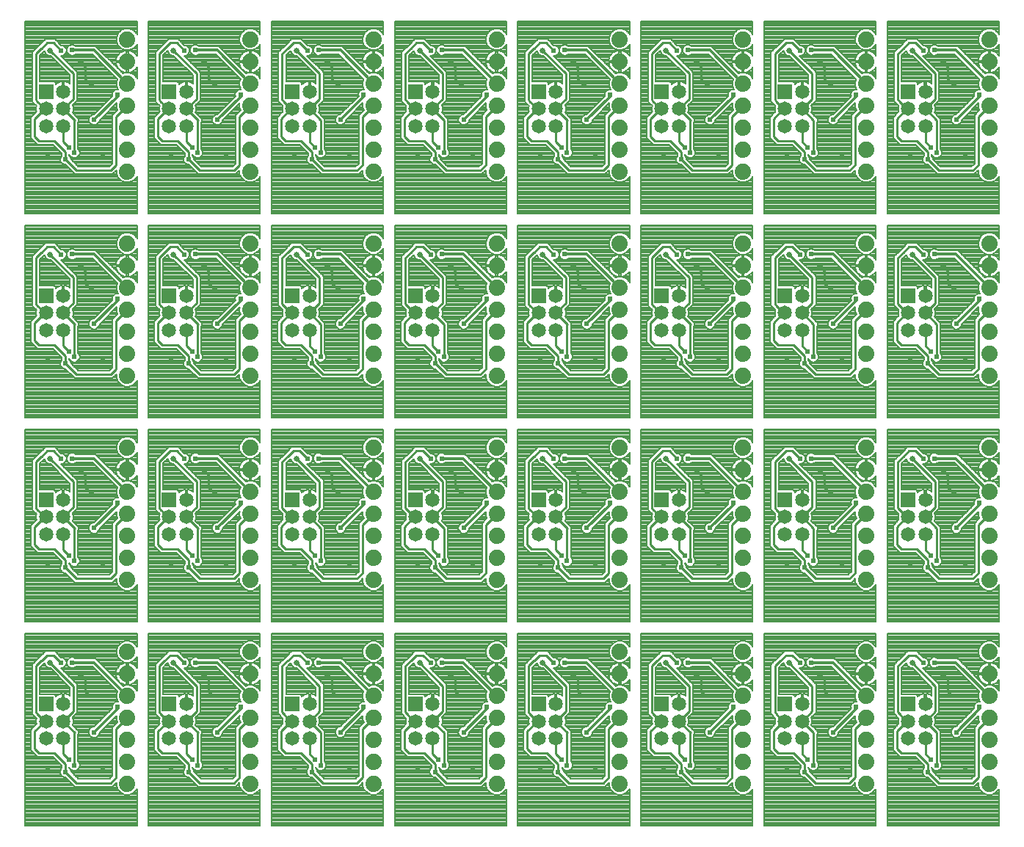
<source format=gbl>
G75*
%MOIN*%
%OFA0B0*%
%FSLAX25Y25*%
%IPPOS*%
%LPD*%
%AMOC8*
5,1,8,0,0,1.08239X$1,22.5*
%
%ADD10R,0.06500X0.06500*%
%ADD11C,0.06500*%
%ADD12C,0.07400*%
%ADD13C,0.01000*%
%ADD14C,0.02400*%
%ADD15C,0.00800*%
%ADD16C,0.02578*%
%ADD17C,0.01200*%
D10*
X0190906Y0085825D03*
X0246828Y0085825D03*
X0302749Y0085825D03*
X0358670Y0085825D03*
X0414591Y0085825D03*
X0470513Y0085825D03*
X0526434Y0085825D03*
X0582355Y0085825D03*
X0582355Y0178526D03*
X0526434Y0178526D03*
X0470513Y0178526D03*
X0414591Y0178526D03*
X0358670Y0178526D03*
X0302749Y0178526D03*
X0246828Y0178526D03*
X0190906Y0178526D03*
X0190906Y0271226D03*
X0246828Y0271226D03*
X0302749Y0271226D03*
X0358670Y0271226D03*
X0414591Y0271226D03*
X0470513Y0271226D03*
X0526434Y0271226D03*
X0582355Y0271226D03*
X0582355Y0363927D03*
X0526434Y0363927D03*
X0470513Y0363927D03*
X0414591Y0363927D03*
X0358670Y0363927D03*
X0302749Y0363927D03*
X0246828Y0363927D03*
X0190906Y0363927D03*
D11*
X0198780Y0363927D03*
X0198780Y0356053D03*
X0190906Y0356053D03*
X0190906Y0348179D03*
X0198780Y0348179D03*
X0246828Y0348179D03*
X0254702Y0348179D03*
X0254702Y0356053D03*
X0246828Y0356053D03*
X0254702Y0363927D03*
X0302749Y0356053D03*
X0310623Y0356053D03*
X0310623Y0348179D03*
X0302749Y0348179D03*
X0310623Y0363927D03*
X0358670Y0356053D03*
X0366544Y0356053D03*
X0366544Y0348179D03*
X0358670Y0348179D03*
X0366544Y0363927D03*
X0414591Y0356053D03*
X0414591Y0348179D03*
X0422465Y0348179D03*
X0422465Y0356053D03*
X0422465Y0363927D03*
X0470513Y0356053D03*
X0478387Y0356053D03*
X0478387Y0348179D03*
X0470513Y0348179D03*
X0478387Y0363927D03*
X0526434Y0356053D03*
X0534308Y0356053D03*
X0534308Y0348179D03*
X0526434Y0348179D03*
X0534308Y0363927D03*
X0582355Y0356053D03*
X0582355Y0348179D03*
X0590229Y0348179D03*
X0590229Y0356053D03*
X0590229Y0363927D03*
X0590229Y0271226D03*
X0590229Y0263352D03*
X0590229Y0255478D03*
X0582355Y0255478D03*
X0582355Y0263352D03*
X0534308Y0263352D03*
X0526434Y0263352D03*
X0526434Y0255478D03*
X0534308Y0255478D03*
X0534308Y0271226D03*
X0478387Y0271226D03*
X0478387Y0263352D03*
X0470513Y0263352D03*
X0470513Y0255478D03*
X0478387Y0255478D03*
X0422465Y0255478D03*
X0414591Y0255478D03*
X0414591Y0263352D03*
X0422465Y0263352D03*
X0422465Y0271226D03*
X0366544Y0271226D03*
X0366544Y0263352D03*
X0358670Y0263352D03*
X0358670Y0255478D03*
X0366544Y0255478D03*
X0310623Y0255478D03*
X0302749Y0255478D03*
X0302749Y0263352D03*
X0310623Y0263352D03*
X0310623Y0271226D03*
X0254702Y0271226D03*
X0254702Y0263352D03*
X0246828Y0263352D03*
X0246828Y0255478D03*
X0254702Y0255478D03*
X0198780Y0255478D03*
X0190906Y0255478D03*
X0190906Y0263352D03*
X0198780Y0263352D03*
X0198780Y0271226D03*
X0198780Y0178526D03*
X0198780Y0170652D03*
X0190906Y0170652D03*
X0190906Y0162778D03*
X0198780Y0162778D03*
X0246828Y0162778D03*
X0254702Y0162778D03*
X0254702Y0170652D03*
X0246828Y0170652D03*
X0254702Y0178526D03*
X0302749Y0170652D03*
X0310623Y0170652D03*
X0310623Y0178526D03*
X0310623Y0162778D03*
X0302749Y0162778D03*
X0358670Y0162778D03*
X0366544Y0162778D03*
X0366544Y0170652D03*
X0358670Y0170652D03*
X0366544Y0178526D03*
X0414591Y0170652D03*
X0422465Y0170652D03*
X0422465Y0178526D03*
X0422465Y0162778D03*
X0414591Y0162778D03*
X0470513Y0162778D03*
X0478387Y0162778D03*
X0478387Y0170652D03*
X0470513Y0170652D03*
X0478387Y0178526D03*
X0526434Y0170652D03*
X0534308Y0170652D03*
X0534308Y0178526D03*
X0534308Y0162778D03*
X0526434Y0162778D03*
X0582355Y0162778D03*
X0582355Y0170652D03*
X0590229Y0170652D03*
X0590229Y0178526D03*
X0590229Y0162778D03*
X0590229Y0085825D03*
X0590229Y0077951D03*
X0590229Y0070077D03*
X0582355Y0070077D03*
X0582355Y0077951D03*
X0534308Y0077951D03*
X0526434Y0077951D03*
X0526434Y0070077D03*
X0534308Y0070077D03*
X0534308Y0085825D03*
X0478387Y0085825D03*
X0478387Y0077951D03*
X0478387Y0070077D03*
X0470513Y0070077D03*
X0470513Y0077951D03*
X0422465Y0077951D03*
X0422465Y0070077D03*
X0414591Y0070077D03*
X0414591Y0077951D03*
X0422465Y0085825D03*
X0366544Y0085825D03*
X0366544Y0077951D03*
X0358670Y0077951D03*
X0358670Y0070077D03*
X0366544Y0070077D03*
X0310623Y0070077D03*
X0310623Y0077951D03*
X0302749Y0077951D03*
X0302749Y0070077D03*
X0310623Y0085825D03*
X0254702Y0085825D03*
X0254702Y0077951D03*
X0254702Y0070077D03*
X0246828Y0070077D03*
X0246828Y0077951D03*
X0198780Y0077951D03*
X0190906Y0077951D03*
X0190906Y0070077D03*
X0198780Y0070077D03*
X0198780Y0085825D03*
D12*
X0227843Y0089451D03*
X0227843Y0099451D03*
X0227843Y0109451D03*
X0227843Y0079451D03*
X0227843Y0069451D03*
X0227843Y0059451D03*
X0227843Y0049451D03*
X0283765Y0049451D03*
X0283765Y0059451D03*
X0283765Y0069451D03*
X0283765Y0079451D03*
X0283765Y0089451D03*
X0283765Y0099451D03*
X0283765Y0109451D03*
X0283765Y0142152D03*
X0283765Y0152152D03*
X0283765Y0162152D03*
X0283765Y0172152D03*
X0283765Y0182152D03*
X0283765Y0192152D03*
X0283765Y0202152D03*
X0283765Y0234852D03*
X0283765Y0244852D03*
X0283765Y0254852D03*
X0283765Y0264852D03*
X0283765Y0274852D03*
X0283765Y0284852D03*
X0283765Y0294852D03*
X0283765Y0327553D03*
X0283765Y0337553D03*
X0283765Y0347553D03*
X0283765Y0357553D03*
X0283765Y0367553D03*
X0283765Y0377553D03*
X0283765Y0387553D03*
X0227843Y0387553D03*
X0227843Y0377553D03*
X0227843Y0367553D03*
X0227843Y0357553D03*
X0227843Y0347553D03*
X0227843Y0337553D03*
X0227843Y0327553D03*
X0227843Y0294852D03*
X0227843Y0284852D03*
X0227843Y0274852D03*
X0227843Y0264852D03*
X0227843Y0254852D03*
X0227843Y0244852D03*
X0227843Y0234852D03*
X0227843Y0202152D03*
X0227843Y0192152D03*
X0227843Y0182152D03*
X0227843Y0172152D03*
X0227843Y0162152D03*
X0227843Y0152152D03*
X0227843Y0142152D03*
X0339686Y0142152D03*
X0339686Y0152152D03*
X0339686Y0162152D03*
X0339686Y0172152D03*
X0339686Y0182152D03*
X0339686Y0192152D03*
X0339686Y0202152D03*
X0339686Y0234852D03*
X0339686Y0244852D03*
X0339686Y0254852D03*
X0339686Y0264852D03*
X0339686Y0274852D03*
X0339686Y0284852D03*
X0339686Y0294852D03*
X0339686Y0327553D03*
X0339686Y0337553D03*
X0339686Y0347553D03*
X0339686Y0357553D03*
X0339686Y0367553D03*
X0339686Y0377553D03*
X0339686Y0387553D03*
X0395607Y0387553D03*
X0395607Y0377553D03*
X0395607Y0367553D03*
X0395607Y0357553D03*
X0395607Y0347553D03*
X0395607Y0337553D03*
X0395607Y0327553D03*
X0395607Y0294852D03*
X0395607Y0284852D03*
X0395607Y0274852D03*
X0395607Y0264852D03*
X0395607Y0254852D03*
X0395607Y0244852D03*
X0395607Y0234852D03*
X0395607Y0202152D03*
X0395607Y0192152D03*
X0395607Y0182152D03*
X0395607Y0172152D03*
X0395607Y0162152D03*
X0395607Y0152152D03*
X0395607Y0142152D03*
X0395607Y0109451D03*
X0395607Y0099451D03*
X0395607Y0089451D03*
X0395607Y0079451D03*
X0395607Y0069451D03*
X0395607Y0059451D03*
X0395607Y0049451D03*
X0451528Y0049451D03*
X0451528Y0059451D03*
X0451528Y0069451D03*
X0451528Y0079451D03*
X0451528Y0089451D03*
X0451528Y0099451D03*
X0451528Y0109451D03*
X0451528Y0142152D03*
X0451528Y0152152D03*
X0451528Y0162152D03*
X0451528Y0172152D03*
X0451528Y0182152D03*
X0451528Y0192152D03*
X0451528Y0202152D03*
X0451528Y0234852D03*
X0451528Y0244852D03*
X0451528Y0254852D03*
X0451528Y0264852D03*
X0451528Y0274852D03*
X0451528Y0284852D03*
X0451528Y0294852D03*
X0451528Y0327553D03*
X0451528Y0337553D03*
X0451528Y0347553D03*
X0451528Y0357553D03*
X0451528Y0367553D03*
X0451528Y0377553D03*
X0451528Y0387553D03*
X0507450Y0387553D03*
X0507450Y0377553D03*
X0507450Y0367553D03*
X0507450Y0357553D03*
X0507450Y0347553D03*
X0507450Y0337553D03*
X0507450Y0327553D03*
X0507450Y0294852D03*
X0507450Y0284852D03*
X0507450Y0274852D03*
X0507450Y0264852D03*
X0507450Y0254852D03*
X0507450Y0244852D03*
X0507450Y0234852D03*
X0507450Y0202152D03*
X0507450Y0192152D03*
X0507450Y0182152D03*
X0507450Y0172152D03*
X0507450Y0162152D03*
X0507450Y0152152D03*
X0507450Y0142152D03*
X0507450Y0109451D03*
X0507450Y0099451D03*
X0507450Y0089451D03*
X0507450Y0079451D03*
X0507450Y0069451D03*
X0507450Y0059451D03*
X0507450Y0049451D03*
X0563371Y0049451D03*
X0563371Y0059451D03*
X0563371Y0069451D03*
X0563371Y0079451D03*
X0563371Y0089451D03*
X0563371Y0099451D03*
X0563371Y0109451D03*
X0563371Y0142152D03*
X0563371Y0152152D03*
X0563371Y0162152D03*
X0563371Y0172152D03*
X0563371Y0182152D03*
X0563371Y0192152D03*
X0563371Y0202152D03*
X0563371Y0234852D03*
X0563371Y0244852D03*
X0563371Y0254852D03*
X0563371Y0264852D03*
X0563371Y0274852D03*
X0563371Y0284852D03*
X0563371Y0294852D03*
X0563371Y0327553D03*
X0563371Y0337553D03*
X0563371Y0347553D03*
X0563371Y0357553D03*
X0563371Y0367553D03*
X0563371Y0377553D03*
X0563371Y0387553D03*
X0619292Y0387553D03*
X0619292Y0377553D03*
X0619292Y0367553D03*
X0619292Y0357553D03*
X0619292Y0347553D03*
X0619292Y0337553D03*
X0619292Y0327553D03*
X0619292Y0294852D03*
X0619292Y0284852D03*
X0619292Y0274852D03*
X0619292Y0264852D03*
X0619292Y0254852D03*
X0619292Y0244852D03*
X0619292Y0234852D03*
X0619292Y0202152D03*
X0619292Y0192152D03*
X0619292Y0182152D03*
X0619292Y0172152D03*
X0619292Y0162152D03*
X0619292Y0152152D03*
X0619292Y0142152D03*
X0619292Y0109451D03*
X0619292Y0099451D03*
X0619292Y0089451D03*
X0619292Y0079451D03*
X0619292Y0069451D03*
X0619292Y0059451D03*
X0619292Y0049451D03*
X0339686Y0049451D03*
X0339686Y0059451D03*
X0339686Y0069451D03*
X0339686Y0079451D03*
X0339686Y0089451D03*
X0339686Y0099451D03*
X0339686Y0109451D03*
D13*
X0354120Y0102964D02*
X0356607Y0105451D01*
X0356657Y0105451D01*
X0359157Y0107951D01*
X0362057Y0107951D01*
X0365557Y0104451D01*
X0365607Y0104451D01*
X0360607Y0104451D02*
X0371107Y0093951D01*
X0371107Y0082514D01*
X0366544Y0077951D01*
X0371757Y0072738D01*
X0371607Y0072589D01*
X0371607Y0057951D01*
X0369107Y0060451D02*
X0366544Y0063014D01*
X0366544Y0070077D01*
X0358670Y0077951D02*
X0358107Y0077951D01*
X0354607Y0081451D01*
X0354607Y0081549D01*
X0354120Y0082036D01*
X0354120Y0102964D01*
X0374607Y0098951D02*
X0376607Y0096951D01*
X0376607Y0091451D01*
X0378607Y0089451D01*
X0379607Y0089451D01*
X0391107Y0084451D02*
X0391107Y0083451D01*
X0395607Y0079451D02*
X0390607Y0074451D01*
X0390607Y0052451D01*
X0388107Y0049951D01*
X0372607Y0049951D01*
X0367607Y0054951D01*
X0367607Y0058451D01*
X0362607Y0063451D01*
X0355607Y0063451D01*
X0353607Y0065451D01*
X0353607Y0073451D01*
X0358107Y0077951D01*
X0339686Y0079451D02*
X0334686Y0074451D01*
X0334686Y0052451D01*
X0332186Y0049951D01*
X0316686Y0049951D01*
X0311686Y0054951D01*
X0311686Y0058451D01*
X0306686Y0063451D01*
X0299686Y0063451D01*
X0297686Y0065451D01*
X0297686Y0073451D01*
X0302186Y0077951D01*
X0298686Y0081451D01*
X0298686Y0081549D01*
X0298199Y0082036D01*
X0298199Y0102964D01*
X0300686Y0105451D01*
X0300736Y0105451D01*
X0303236Y0107951D01*
X0306136Y0107951D01*
X0309636Y0104451D01*
X0309686Y0104451D01*
X0304686Y0104451D02*
X0315186Y0093951D01*
X0315186Y0082514D01*
X0310623Y0077951D01*
X0315835Y0072738D01*
X0315686Y0072589D01*
X0315686Y0057951D01*
X0313186Y0060451D02*
X0310623Y0063014D01*
X0310623Y0070077D01*
X0302749Y0077951D02*
X0302186Y0077951D01*
X0283765Y0079451D02*
X0278765Y0074451D01*
X0278765Y0052451D01*
X0276265Y0049951D01*
X0260765Y0049951D01*
X0255765Y0054951D01*
X0255765Y0058451D01*
X0250765Y0063451D01*
X0243765Y0063451D01*
X0241765Y0065451D01*
X0241765Y0073451D01*
X0246265Y0077951D01*
X0242765Y0081451D01*
X0242765Y0081549D01*
X0242278Y0082036D01*
X0242278Y0102964D01*
X0244765Y0105451D01*
X0244815Y0105451D01*
X0247315Y0107951D01*
X0250214Y0107951D01*
X0253714Y0104451D01*
X0253765Y0104451D01*
X0248765Y0104451D02*
X0259265Y0093951D01*
X0259265Y0082514D01*
X0254702Y0077951D01*
X0259914Y0072738D01*
X0259765Y0072589D01*
X0259765Y0057951D01*
X0257265Y0060451D02*
X0254702Y0063014D01*
X0254702Y0070077D01*
X0246828Y0077951D02*
X0246265Y0077951D01*
X0227843Y0079451D02*
X0222843Y0074451D01*
X0222843Y0052451D01*
X0220343Y0049951D01*
X0204843Y0049951D01*
X0199843Y0054951D01*
X0199843Y0058451D01*
X0194843Y0063451D01*
X0187843Y0063451D01*
X0185843Y0065451D01*
X0185843Y0073451D01*
X0190343Y0077951D01*
X0186843Y0081451D01*
X0186843Y0081549D01*
X0186356Y0082036D01*
X0186356Y0102964D01*
X0188843Y0105451D01*
X0188894Y0105451D01*
X0191394Y0107951D01*
X0194293Y0107951D01*
X0197793Y0104451D01*
X0197843Y0104451D01*
X0192843Y0104451D02*
X0203343Y0093951D01*
X0203343Y0082514D01*
X0198780Y0077951D01*
X0203993Y0072738D01*
X0203843Y0072589D01*
X0203843Y0057951D01*
X0201343Y0060451D02*
X0198780Y0063014D01*
X0198780Y0070077D01*
X0190906Y0077951D02*
X0190343Y0077951D01*
X0208843Y0091451D02*
X0210843Y0089451D01*
X0211843Y0089451D01*
X0208843Y0091451D02*
X0208843Y0096951D01*
X0206843Y0098951D01*
X0223343Y0084451D02*
X0223343Y0083451D01*
X0264765Y0091451D02*
X0266765Y0089451D01*
X0267765Y0089451D01*
X0264765Y0091451D02*
X0264765Y0096951D01*
X0262765Y0098951D01*
X0279265Y0084451D02*
X0279265Y0083451D01*
X0318686Y0098951D02*
X0320686Y0096951D01*
X0320686Y0091451D01*
X0322686Y0089451D01*
X0323686Y0089451D01*
X0335186Y0084451D02*
X0335186Y0083451D01*
X0410041Y0082036D02*
X0410041Y0102964D01*
X0412528Y0105451D01*
X0412579Y0105451D01*
X0415079Y0107951D01*
X0417978Y0107951D01*
X0421478Y0104451D01*
X0421528Y0104451D01*
X0416528Y0104451D02*
X0427028Y0093951D01*
X0427028Y0082514D01*
X0422465Y0077951D01*
X0427678Y0072738D01*
X0427528Y0072589D01*
X0427528Y0057951D01*
X0425028Y0060451D02*
X0422465Y0063014D01*
X0422465Y0070077D01*
X0418528Y0063451D02*
X0411528Y0063451D01*
X0409528Y0065451D01*
X0409528Y0073451D01*
X0414028Y0077951D01*
X0410528Y0081451D01*
X0410528Y0081549D01*
X0410041Y0082036D01*
X0414028Y0077951D02*
X0414591Y0077951D01*
X0418528Y0063451D02*
X0423528Y0058451D01*
X0423528Y0054951D01*
X0428528Y0049951D01*
X0444028Y0049951D01*
X0446528Y0052451D01*
X0446528Y0074451D01*
X0451528Y0079451D01*
X0447028Y0083451D02*
X0447028Y0084451D01*
X0435528Y0089451D02*
X0434528Y0089451D01*
X0432528Y0091451D01*
X0432528Y0096951D01*
X0430528Y0098951D01*
X0465963Y0102964D02*
X0465963Y0082036D01*
X0466450Y0081549D01*
X0466450Y0081451D01*
X0469950Y0077951D01*
X0470513Y0077951D01*
X0469950Y0077951D02*
X0465450Y0073451D01*
X0465450Y0065451D01*
X0467450Y0063451D01*
X0474450Y0063451D01*
X0479450Y0058451D01*
X0479450Y0054951D01*
X0484450Y0049951D01*
X0499950Y0049951D01*
X0502450Y0052451D01*
X0502450Y0074451D01*
X0507450Y0079451D01*
X0502950Y0083451D02*
X0502950Y0084451D01*
X0491450Y0089451D02*
X0490450Y0089451D01*
X0488450Y0091451D01*
X0488450Y0096951D01*
X0486450Y0098951D01*
X0482950Y0093951D02*
X0482950Y0082514D01*
X0478387Y0077951D01*
X0483599Y0072738D01*
X0483450Y0072589D01*
X0483450Y0057951D01*
X0480950Y0060451D02*
X0478387Y0063014D01*
X0478387Y0070077D01*
X0482950Y0093951D02*
X0472450Y0104451D01*
X0473899Y0107951D02*
X0471000Y0107951D01*
X0468500Y0105451D01*
X0468450Y0105451D01*
X0465963Y0102964D01*
X0473899Y0107951D02*
X0477399Y0104451D01*
X0477450Y0104451D01*
X0521884Y0102964D02*
X0521884Y0082036D01*
X0522371Y0081549D01*
X0522371Y0081451D01*
X0525871Y0077951D01*
X0526434Y0077951D01*
X0525871Y0077951D02*
X0521371Y0073451D01*
X0521371Y0065451D01*
X0523371Y0063451D01*
X0530371Y0063451D01*
X0535371Y0058451D01*
X0535371Y0054951D01*
X0540371Y0049951D01*
X0555871Y0049951D01*
X0558371Y0052451D01*
X0558371Y0074451D01*
X0563371Y0079451D01*
X0558871Y0083451D02*
X0558871Y0084451D01*
X0547371Y0089451D02*
X0546371Y0089451D01*
X0544371Y0091451D01*
X0544371Y0096951D01*
X0542371Y0098951D01*
X0538871Y0093951D02*
X0538871Y0082514D01*
X0534308Y0077951D01*
X0539521Y0072738D01*
X0539371Y0072589D01*
X0539371Y0057951D01*
X0536871Y0060451D02*
X0534308Y0063014D01*
X0534308Y0070077D01*
X0538871Y0093951D02*
X0528371Y0104451D01*
X0529821Y0107951D02*
X0533321Y0104451D01*
X0533371Y0104451D01*
X0529821Y0107951D02*
X0526921Y0107951D01*
X0524421Y0105451D01*
X0524371Y0105451D01*
X0521884Y0102964D01*
X0540371Y0142652D02*
X0555871Y0142652D01*
X0558371Y0145152D01*
X0558371Y0167152D01*
X0563371Y0172152D01*
X0558871Y0176152D02*
X0558871Y0177152D01*
X0547371Y0182152D02*
X0546371Y0182152D01*
X0544371Y0184152D01*
X0544371Y0189652D01*
X0542371Y0191652D01*
X0538871Y0186652D02*
X0538871Y0175215D01*
X0534308Y0170652D01*
X0539521Y0165439D01*
X0539371Y0165289D01*
X0539371Y0150652D01*
X0536871Y0153152D02*
X0534308Y0155715D01*
X0534308Y0162778D01*
X0530371Y0156152D02*
X0535371Y0151152D01*
X0535371Y0147652D01*
X0540371Y0142652D01*
X0530371Y0156152D02*
X0523371Y0156152D01*
X0521371Y0158152D01*
X0521371Y0166152D01*
X0525871Y0170652D01*
X0522371Y0174152D01*
X0522371Y0174250D01*
X0521884Y0174737D01*
X0521884Y0195665D01*
X0524371Y0198152D01*
X0524421Y0198152D01*
X0526921Y0200652D01*
X0529821Y0200652D01*
X0533321Y0197152D01*
X0533371Y0197152D01*
X0528371Y0197152D02*
X0538871Y0186652D01*
X0526434Y0170652D02*
X0525871Y0170652D01*
X0507450Y0172152D02*
X0502450Y0167152D01*
X0502450Y0145152D01*
X0499950Y0142652D01*
X0484450Y0142652D01*
X0479450Y0147652D01*
X0479450Y0151152D01*
X0474450Y0156152D01*
X0467450Y0156152D01*
X0465450Y0158152D01*
X0465450Y0166152D01*
X0469950Y0170652D01*
X0466450Y0174152D01*
X0466450Y0174250D01*
X0465963Y0174737D01*
X0465963Y0195665D01*
X0468450Y0198152D01*
X0468500Y0198152D01*
X0471000Y0200652D01*
X0473899Y0200652D01*
X0477399Y0197152D01*
X0477450Y0197152D01*
X0472450Y0197152D02*
X0482950Y0186652D01*
X0482950Y0175215D01*
X0478387Y0170652D01*
X0483599Y0165439D01*
X0483450Y0165289D01*
X0483450Y0150652D01*
X0480950Y0153152D02*
X0478387Y0155715D01*
X0478387Y0162778D01*
X0470513Y0170652D02*
X0469950Y0170652D01*
X0451528Y0172152D02*
X0446528Y0167152D01*
X0446528Y0145152D01*
X0444028Y0142652D01*
X0428528Y0142652D01*
X0423528Y0147652D01*
X0423528Y0151152D01*
X0418528Y0156152D01*
X0411528Y0156152D01*
X0409528Y0158152D01*
X0409528Y0166152D01*
X0414028Y0170652D01*
X0410528Y0174152D01*
X0410528Y0174250D01*
X0410041Y0174737D01*
X0410041Y0195665D01*
X0412528Y0198152D01*
X0412579Y0198152D01*
X0415079Y0200652D01*
X0417978Y0200652D01*
X0421478Y0197152D01*
X0421528Y0197152D01*
X0416528Y0197152D02*
X0427028Y0186652D01*
X0427028Y0175215D01*
X0422465Y0170652D01*
X0427678Y0165439D01*
X0427528Y0165289D01*
X0427528Y0150652D01*
X0425028Y0153152D02*
X0422465Y0155715D01*
X0422465Y0162778D01*
X0414591Y0170652D02*
X0414028Y0170652D01*
X0395607Y0172152D02*
X0390607Y0167152D01*
X0390607Y0145152D01*
X0388107Y0142652D01*
X0372607Y0142652D01*
X0367607Y0147652D01*
X0367607Y0151152D01*
X0362607Y0156152D01*
X0355607Y0156152D01*
X0353607Y0158152D01*
X0353607Y0166152D01*
X0358107Y0170652D01*
X0354607Y0174152D01*
X0354607Y0174250D01*
X0354120Y0174737D01*
X0354120Y0195665D01*
X0356607Y0198152D01*
X0356657Y0198152D01*
X0359157Y0200652D01*
X0362057Y0200652D01*
X0365557Y0197152D01*
X0365607Y0197152D01*
X0360607Y0197152D02*
X0371107Y0186652D01*
X0371107Y0175215D01*
X0366544Y0170652D01*
X0371757Y0165439D01*
X0371607Y0165289D01*
X0371607Y0150652D01*
X0369107Y0153152D02*
X0366544Y0155715D01*
X0366544Y0162778D01*
X0358670Y0170652D02*
X0358107Y0170652D01*
X0339686Y0172152D02*
X0334686Y0167152D01*
X0334686Y0145152D01*
X0332186Y0142652D01*
X0316686Y0142652D01*
X0311686Y0147652D01*
X0311686Y0151152D01*
X0306686Y0156152D01*
X0299686Y0156152D01*
X0297686Y0158152D01*
X0297686Y0166152D01*
X0302186Y0170652D01*
X0298686Y0174152D01*
X0298686Y0174250D01*
X0298199Y0174737D01*
X0298199Y0195665D01*
X0300686Y0198152D01*
X0300736Y0198152D01*
X0303236Y0200652D01*
X0306136Y0200652D01*
X0309636Y0197152D01*
X0309686Y0197152D01*
X0304686Y0197152D02*
X0315186Y0186652D01*
X0315186Y0175215D01*
X0310623Y0170652D01*
X0315835Y0165439D01*
X0315686Y0165289D01*
X0315686Y0150652D01*
X0313186Y0153152D02*
X0310623Y0155715D01*
X0310623Y0162778D01*
X0302749Y0170652D02*
X0302186Y0170652D01*
X0283765Y0172152D02*
X0278765Y0167152D01*
X0278765Y0145152D01*
X0276265Y0142652D01*
X0260765Y0142652D01*
X0255765Y0147652D01*
X0255765Y0151152D01*
X0250765Y0156152D01*
X0243765Y0156152D01*
X0241765Y0158152D01*
X0241765Y0166152D01*
X0246265Y0170652D01*
X0242765Y0174152D01*
X0242765Y0174250D01*
X0242278Y0174737D01*
X0242278Y0195665D01*
X0244765Y0198152D01*
X0244815Y0198152D01*
X0247315Y0200652D01*
X0250214Y0200652D01*
X0253714Y0197152D01*
X0253765Y0197152D01*
X0248765Y0197152D02*
X0259265Y0186652D01*
X0259265Y0175215D01*
X0254702Y0170652D01*
X0259914Y0165439D01*
X0259765Y0165289D01*
X0259765Y0150652D01*
X0257265Y0153152D02*
X0254702Y0155715D01*
X0254702Y0162778D01*
X0246828Y0170652D02*
X0246265Y0170652D01*
X0227843Y0172152D02*
X0222843Y0167152D01*
X0222843Y0145152D01*
X0220343Y0142652D01*
X0204843Y0142652D01*
X0199843Y0147652D01*
X0199843Y0151152D01*
X0194843Y0156152D01*
X0187843Y0156152D01*
X0185843Y0158152D01*
X0185843Y0166152D01*
X0190343Y0170652D01*
X0186843Y0174152D01*
X0186843Y0174250D01*
X0186356Y0174737D01*
X0186356Y0195665D01*
X0188843Y0198152D01*
X0188894Y0198152D01*
X0191394Y0200652D01*
X0194293Y0200652D01*
X0197793Y0197152D01*
X0197843Y0197152D01*
X0192843Y0197152D02*
X0203343Y0186652D01*
X0203343Y0175215D01*
X0198780Y0170652D01*
X0203993Y0165439D01*
X0203843Y0165289D01*
X0203843Y0150652D01*
X0201343Y0153152D02*
X0198780Y0155715D01*
X0198780Y0162778D01*
X0190906Y0170652D02*
X0190343Y0170652D01*
X0208843Y0184152D02*
X0210843Y0182152D01*
X0211843Y0182152D01*
X0208843Y0184152D02*
X0208843Y0189652D01*
X0206843Y0191652D01*
X0223343Y0177152D02*
X0223343Y0176152D01*
X0264765Y0184152D02*
X0266765Y0182152D01*
X0267765Y0182152D01*
X0264765Y0184152D02*
X0264765Y0189652D01*
X0262765Y0191652D01*
X0279265Y0177152D02*
X0279265Y0176152D01*
X0318686Y0191652D02*
X0320686Y0189652D01*
X0320686Y0184152D01*
X0322686Y0182152D01*
X0323686Y0182152D01*
X0335186Y0177152D02*
X0335186Y0176152D01*
X0376607Y0184152D02*
X0378607Y0182152D01*
X0379607Y0182152D01*
X0376607Y0184152D02*
X0376607Y0189652D01*
X0374607Y0191652D01*
X0391107Y0177152D02*
X0391107Y0176152D01*
X0432528Y0184152D02*
X0434528Y0182152D01*
X0435528Y0182152D01*
X0432528Y0184152D02*
X0432528Y0189652D01*
X0430528Y0191652D01*
X0447028Y0177152D02*
X0447028Y0176152D01*
X0486450Y0191652D02*
X0488450Y0189652D01*
X0488450Y0184152D01*
X0490450Y0182152D01*
X0491450Y0182152D01*
X0502950Y0177152D02*
X0502950Y0176152D01*
X0577805Y0174737D02*
X0577805Y0195665D01*
X0580292Y0198152D01*
X0580342Y0198152D01*
X0582842Y0200652D01*
X0585742Y0200652D01*
X0589242Y0197152D01*
X0589292Y0197152D01*
X0584292Y0197152D02*
X0594792Y0186652D01*
X0594792Y0175215D01*
X0590229Y0170652D01*
X0595442Y0165439D01*
X0595292Y0165289D01*
X0595292Y0150652D01*
X0592792Y0153152D02*
X0590229Y0155715D01*
X0590229Y0162778D01*
X0586292Y0156152D02*
X0591292Y0151152D01*
X0591292Y0147652D01*
X0596292Y0142652D01*
X0611792Y0142652D01*
X0614292Y0145152D01*
X0614292Y0167152D01*
X0619292Y0172152D01*
X0614792Y0176152D02*
X0614792Y0177152D01*
X0603292Y0182152D02*
X0602292Y0182152D01*
X0600292Y0184152D01*
X0600292Y0189652D01*
X0598292Y0191652D01*
X0578292Y0174250D02*
X0578292Y0174152D01*
X0581792Y0170652D01*
X0582355Y0170652D01*
X0581792Y0170652D02*
X0577292Y0166152D01*
X0577292Y0158152D01*
X0579292Y0156152D01*
X0586292Y0156152D01*
X0578292Y0174250D02*
X0577805Y0174737D01*
X0596292Y0235352D02*
X0611792Y0235352D01*
X0614292Y0237852D01*
X0614292Y0259852D01*
X0619292Y0264852D01*
X0614792Y0268852D02*
X0614792Y0269852D01*
X0603292Y0274852D02*
X0602292Y0274852D01*
X0600292Y0276852D01*
X0600292Y0282352D01*
X0598292Y0284352D01*
X0594792Y0279352D02*
X0594792Y0267915D01*
X0590229Y0263352D01*
X0595442Y0258140D01*
X0595292Y0257990D01*
X0595292Y0243352D01*
X0592792Y0245852D02*
X0590229Y0248415D01*
X0590229Y0255478D01*
X0586292Y0248852D02*
X0591292Y0243852D01*
X0591292Y0240352D01*
X0596292Y0235352D01*
X0586292Y0248852D02*
X0579292Y0248852D01*
X0577292Y0250852D01*
X0577292Y0258852D01*
X0581792Y0263352D01*
X0578292Y0266852D01*
X0578292Y0266951D01*
X0577805Y0267438D01*
X0577805Y0288365D01*
X0580292Y0290852D01*
X0580342Y0290852D01*
X0582842Y0293352D01*
X0585742Y0293352D01*
X0589242Y0289852D01*
X0589292Y0289852D01*
X0584292Y0289852D02*
X0594792Y0279352D01*
X0582355Y0263352D02*
X0581792Y0263352D01*
X0563371Y0264852D02*
X0558371Y0259852D01*
X0558371Y0237852D01*
X0555871Y0235352D01*
X0540371Y0235352D01*
X0535371Y0240352D01*
X0535371Y0243852D01*
X0530371Y0248852D01*
X0523371Y0248852D01*
X0521371Y0250852D01*
X0521371Y0258852D01*
X0525871Y0263352D01*
X0522371Y0266852D01*
X0522371Y0266951D01*
X0521884Y0267438D01*
X0521884Y0288365D01*
X0524371Y0290852D01*
X0524421Y0290852D01*
X0526921Y0293352D01*
X0529821Y0293352D01*
X0533321Y0289852D01*
X0533371Y0289852D01*
X0528371Y0289852D02*
X0538871Y0279352D01*
X0538871Y0267915D01*
X0534308Y0263352D01*
X0539521Y0258140D01*
X0539371Y0257990D01*
X0539371Y0243352D01*
X0536871Y0245852D02*
X0534308Y0248415D01*
X0534308Y0255478D01*
X0526434Y0263352D02*
X0525871Y0263352D01*
X0507450Y0264852D02*
X0502450Y0259852D01*
X0502450Y0237852D01*
X0499950Y0235352D01*
X0484450Y0235352D01*
X0479450Y0240352D01*
X0479450Y0243852D01*
X0474450Y0248852D01*
X0467450Y0248852D01*
X0465450Y0250852D01*
X0465450Y0258852D01*
X0469950Y0263352D01*
X0466450Y0266852D01*
X0466450Y0266951D01*
X0465963Y0267438D01*
X0465963Y0288365D01*
X0468450Y0290852D01*
X0468500Y0290852D01*
X0471000Y0293352D01*
X0473899Y0293352D01*
X0477399Y0289852D01*
X0477450Y0289852D01*
X0472450Y0289852D02*
X0482950Y0279352D01*
X0482950Y0267915D01*
X0478387Y0263352D01*
X0483599Y0258140D01*
X0483450Y0257990D01*
X0483450Y0243352D01*
X0480950Y0245852D02*
X0478387Y0248415D01*
X0478387Y0255478D01*
X0470513Y0263352D02*
X0469950Y0263352D01*
X0451528Y0264852D02*
X0446528Y0259852D01*
X0446528Y0237852D01*
X0444028Y0235352D01*
X0428528Y0235352D01*
X0423528Y0240352D01*
X0423528Y0243852D01*
X0418528Y0248852D01*
X0411528Y0248852D01*
X0409528Y0250852D01*
X0409528Y0258852D01*
X0414028Y0263352D01*
X0410528Y0266852D01*
X0410528Y0266951D01*
X0410041Y0267438D01*
X0410041Y0288365D01*
X0412528Y0290852D01*
X0412579Y0290852D01*
X0415079Y0293352D01*
X0417978Y0293352D01*
X0421478Y0289852D01*
X0421528Y0289852D01*
X0416528Y0289852D02*
X0427028Y0279352D01*
X0427028Y0267915D01*
X0422465Y0263352D01*
X0427678Y0258140D01*
X0427528Y0257990D01*
X0427528Y0243352D01*
X0425028Y0245852D02*
X0422465Y0248415D01*
X0422465Y0255478D01*
X0414591Y0263352D02*
X0414028Y0263352D01*
X0395607Y0264852D02*
X0390607Y0259852D01*
X0390607Y0237852D01*
X0388107Y0235352D01*
X0372607Y0235352D01*
X0367607Y0240352D01*
X0367607Y0243852D01*
X0362607Y0248852D01*
X0355607Y0248852D01*
X0353607Y0250852D01*
X0353607Y0258852D01*
X0358107Y0263352D01*
X0354607Y0266852D01*
X0354607Y0266951D01*
X0354120Y0267438D01*
X0354120Y0288365D01*
X0356607Y0290852D01*
X0356657Y0290852D01*
X0359157Y0293352D01*
X0362057Y0293352D01*
X0365557Y0289852D01*
X0365607Y0289852D01*
X0360607Y0289852D02*
X0371107Y0279352D01*
X0371107Y0267915D01*
X0366544Y0263352D01*
X0371757Y0258140D01*
X0371607Y0257990D01*
X0371607Y0243352D01*
X0369107Y0245852D02*
X0366544Y0248415D01*
X0366544Y0255478D01*
X0358670Y0263352D02*
X0358107Y0263352D01*
X0376607Y0276852D02*
X0378607Y0274852D01*
X0379607Y0274852D01*
X0376607Y0276852D02*
X0376607Y0282352D01*
X0374607Y0284352D01*
X0391107Y0269852D02*
X0391107Y0268852D01*
X0432528Y0276852D02*
X0434528Y0274852D01*
X0435528Y0274852D01*
X0432528Y0276852D02*
X0432528Y0282352D01*
X0430528Y0284352D01*
X0447028Y0269852D02*
X0447028Y0268852D01*
X0486450Y0284352D02*
X0488450Y0282352D01*
X0488450Y0276852D01*
X0490450Y0274852D01*
X0491450Y0274852D01*
X0502950Y0269852D02*
X0502950Y0268852D01*
X0544371Y0276852D02*
X0546371Y0274852D01*
X0547371Y0274852D01*
X0544371Y0276852D02*
X0544371Y0282352D01*
X0542371Y0284352D01*
X0558871Y0269852D02*
X0558871Y0268852D01*
X0555871Y0328053D02*
X0540371Y0328053D01*
X0535371Y0333053D01*
X0535371Y0336553D01*
X0530371Y0341553D01*
X0523371Y0341553D01*
X0521371Y0343553D01*
X0521371Y0351553D01*
X0525871Y0356053D01*
X0522371Y0359553D01*
X0522371Y0359652D01*
X0521884Y0360139D01*
X0521884Y0381066D01*
X0524371Y0383553D01*
X0524421Y0383553D01*
X0526921Y0386053D01*
X0529821Y0386053D01*
X0533321Y0382553D01*
X0533371Y0382553D01*
X0528371Y0382553D02*
X0538871Y0372053D01*
X0538871Y0360616D01*
X0534308Y0356053D01*
X0539521Y0350841D01*
X0539371Y0350691D01*
X0539371Y0336053D01*
X0536871Y0338553D02*
X0534308Y0341116D01*
X0534308Y0348179D01*
X0526434Y0356053D02*
X0525871Y0356053D01*
X0507450Y0357553D02*
X0502450Y0352553D01*
X0502450Y0330553D01*
X0499950Y0328053D01*
X0484450Y0328053D01*
X0479450Y0333053D01*
X0479450Y0336553D01*
X0474450Y0341553D01*
X0467450Y0341553D01*
X0465450Y0343553D01*
X0465450Y0351553D01*
X0469950Y0356053D01*
X0466450Y0359553D01*
X0466450Y0359652D01*
X0465963Y0360139D01*
X0465963Y0381066D01*
X0468450Y0383553D01*
X0468500Y0383553D01*
X0471000Y0386053D01*
X0473899Y0386053D01*
X0477399Y0382553D01*
X0477450Y0382553D01*
X0472450Y0382553D02*
X0482950Y0372053D01*
X0482950Y0360616D01*
X0478387Y0356053D01*
X0483599Y0350841D01*
X0483450Y0350691D01*
X0483450Y0336053D01*
X0480950Y0338553D02*
X0478387Y0341116D01*
X0478387Y0348179D01*
X0470513Y0356053D02*
X0469950Y0356053D01*
X0451528Y0357553D02*
X0446528Y0352553D01*
X0446528Y0330553D01*
X0444028Y0328053D01*
X0428528Y0328053D01*
X0423528Y0333053D01*
X0423528Y0336553D01*
X0418528Y0341553D01*
X0411528Y0341553D01*
X0409528Y0343553D01*
X0409528Y0351553D01*
X0414028Y0356053D01*
X0410528Y0359553D01*
X0410528Y0359652D01*
X0410041Y0360139D01*
X0410041Y0381066D01*
X0412528Y0383553D01*
X0412579Y0383553D01*
X0415079Y0386053D01*
X0417978Y0386053D01*
X0421478Y0382553D01*
X0421528Y0382553D01*
X0416528Y0382553D02*
X0427028Y0372053D01*
X0427028Y0360616D01*
X0422465Y0356053D01*
X0427678Y0350841D01*
X0427528Y0350691D01*
X0427528Y0336053D01*
X0425028Y0338553D02*
X0422465Y0341116D01*
X0422465Y0348179D01*
X0414591Y0356053D02*
X0414028Y0356053D01*
X0395607Y0357553D02*
X0390607Y0352553D01*
X0390607Y0330553D01*
X0388107Y0328053D01*
X0372607Y0328053D01*
X0367607Y0333053D01*
X0367607Y0336553D01*
X0362607Y0341553D01*
X0355607Y0341553D01*
X0353607Y0343553D01*
X0353607Y0351553D01*
X0358107Y0356053D01*
X0354607Y0359553D01*
X0354607Y0359652D01*
X0354120Y0360139D01*
X0354120Y0381066D01*
X0356607Y0383553D01*
X0356657Y0383553D01*
X0359157Y0386053D01*
X0362057Y0386053D01*
X0365557Y0382553D01*
X0365607Y0382553D01*
X0360607Y0382553D02*
X0371107Y0372053D01*
X0371107Y0360616D01*
X0366544Y0356053D01*
X0371757Y0350841D01*
X0371607Y0350691D01*
X0371607Y0336053D01*
X0369107Y0338553D02*
X0366544Y0341116D01*
X0366544Y0348179D01*
X0358670Y0356053D02*
X0358107Y0356053D01*
X0376607Y0369553D02*
X0378607Y0367553D01*
X0379607Y0367553D01*
X0376607Y0369553D02*
X0376607Y0375053D01*
X0374607Y0377053D01*
X0391107Y0362553D02*
X0391107Y0361553D01*
X0432528Y0369553D02*
X0434528Y0367553D01*
X0435528Y0367553D01*
X0432528Y0369553D02*
X0432528Y0375053D01*
X0430528Y0377053D01*
X0447028Y0362553D02*
X0447028Y0361553D01*
X0486450Y0377053D02*
X0488450Y0375053D01*
X0488450Y0369553D01*
X0490450Y0367553D01*
X0491450Y0367553D01*
X0502950Y0362553D02*
X0502950Y0361553D01*
X0544371Y0369553D02*
X0546371Y0367553D01*
X0547371Y0367553D01*
X0544371Y0369553D02*
X0544371Y0375053D01*
X0542371Y0377053D01*
X0558871Y0362553D02*
X0558871Y0361553D01*
X0563371Y0357553D02*
X0558371Y0352553D01*
X0558371Y0330553D01*
X0555871Y0328053D01*
X0577292Y0343553D02*
X0577292Y0351553D01*
X0581792Y0356053D01*
X0578292Y0359553D01*
X0578292Y0359652D01*
X0577805Y0360139D01*
X0577805Y0381066D01*
X0580292Y0383553D01*
X0580342Y0383553D01*
X0582842Y0386053D01*
X0585742Y0386053D01*
X0589242Y0382553D01*
X0589292Y0382553D01*
X0584292Y0382553D02*
X0594792Y0372053D01*
X0594792Y0360616D01*
X0590229Y0356053D01*
X0595442Y0350841D01*
X0595292Y0350691D01*
X0595292Y0336053D01*
X0592792Y0338553D02*
X0590229Y0341116D01*
X0590229Y0348179D01*
X0586292Y0341553D02*
X0591292Y0336553D01*
X0591292Y0333053D01*
X0596292Y0328053D01*
X0611792Y0328053D01*
X0614292Y0330553D01*
X0614292Y0352553D01*
X0619292Y0357553D01*
X0614792Y0361553D02*
X0614792Y0362553D01*
X0603292Y0367553D02*
X0602292Y0367553D01*
X0600292Y0369553D01*
X0600292Y0375053D01*
X0598292Y0377053D01*
X0582355Y0356053D02*
X0581792Y0356053D01*
X0577292Y0343553D02*
X0579292Y0341553D01*
X0586292Y0341553D01*
X0339686Y0357553D02*
X0334686Y0352553D01*
X0334686Y0330553D01*
X0332186Y0328053D01*
X0316686Y0328053D01*
X0311686Y0333053D01*
X0311686Y0336553D01*
X0306686Y0341553D01*
X0299686Y0341553D01*
X0297686Y0343553D01*
X0297686Y0351553D01*
X0302186Y0356053D01*
X0298686Y0359553D01*
X0298686Y0359652D01*
X0298199Y0360139D01*
X0298199Y0381066D01*
X0300686Y0383553D01*
X0300736Y0383553D01*
X0303236Y0386053D01*
X0306136Y0386053D01*
X0309636Y0382553D01*
X0309686Y0382553D01*
X0304686Y0382553D02*
X0315186Y0372053D01*
X0315186Y0360616D01*
X0310623Y0356053D01*
X0315835Y0350841D01*
X0315686Y0350691D01*
X0315686Y0336053D01*
X0313186Y0338553D02*
X0310623Y0341116D01*
X0310623Y0348179D01*
X0302749Y0356053D02*
X0302186Y0356053D01*
X0283765Y0357553D02*
X0278765Y0352553D01*
X0278765Y0330553D01*
X0276265Y0328053D01*
X0260765Y0328053D01*
X0255765Y0333053D01*
X0255765Y0336553D01*
X0250765Y0341553D01*
X0243765Y0341553D01*
X0241765Y0343553D01*
X0241765Y0351553D01*
X0246265Y0356053D01*
X0242765Y0359553D01*
X0242765Y0359652D01*
X0242278Y0360139D01*
X0242278Y0381066D01*
X0244765Y0383553D01*
X0244815Y0383553D01*
X0247315Y0386053D01*
X0250214Y0386053D01*
X0253714Y0382553D01*
X0253765Y0382553D01*
X0248765Y0382553D02*
X0259265Y0372053D01*
X0259265Y0360616D01*
X0254702Y0356053D01*
X0259914Y0350841D01*
X0259765Y0350691D01*
X0259765Y0336053D01*
X0257265Y0338553D02*
X0254702Y0341116D01*
X0254702Y0348179D01*
X0246828Y0356053D02*
X0246265Y0356053D01*
X0227843Y0357553D02*
X0222843Y0352553D01*
X0222843Y0330553D01*
X0220343Y0328053D01*
X0204843Y0328053D01*
X0199843Y0333053D01*
X0199843Y0336553D01*
X0194843Y0341553D01*
X0187843Y0341553D01*
X0185843Y0343553D01*
X0185843Y0351553D01*
X0190343Y0356053D01*
X0186843Y0359553D01*
X0186843Y0359652D01*
X0186356Y0360139D01*
X0186356Y0381066D01*
X0188843Y0383553D01*
X0188894Y0383553D01*
X0191394Y0386053D01*
X0194293Y0386053D01*
X0197793Y0382553D01*
X0197843Y0382553D01*
X0192843Y0382553D02*
X0203343Y0372053D01*
X0203343Y0360616D01*
X0198780Y0356053D01*
X0203993Y0350841D01*
X0203843Y0350691D01*
X0203843Y0336053D01*
X0201343Y0338553D02*
X0198780Y0341116D01*
X0198780Y0348179D01*
X0190906Y0356053D02*
X0190343Y0356053D01*
X0208843Y0369553D02*
X0210843Y0367553D01*
X0211843Y0367553D01*
X0208843Y0369553D02*
X0208843Y0375053D01*
X0206843Y0377053D01*
X0223343Y0362553D02*
X0223343Y0361553D01*
X0264765Y0369553D02*
X0266765Y0367553D01*
X0267765Y0367553D01*
X0264765Y0369553D02*
X0264765Y0375053D01*
X0262765Y0377053D01*
X0279265Y0362553D02*
X0279265Y0361553D01*
X0318686Y0377053D02*
X0320686Y0375053D01*
X0320686Y0369553D01*
X0322686Y0367553D01*
X0323686Y0367553D01*
X0335186Y0362553D02*
X0335186Y0361553D01*
X0306136Y0293352D02*
X0303236Y0293352D01*
X0300736Y0290852D01*
X0300686Y0290852D01*
X0298199Y0288365D01*
X0298199Y0267438D01*
X0298686Y0266951D01*
X0298686Y0266852D01*
X0302186Y0263352D01*
X0302749Y0263352D01*
X0302186Y0263352D02*
X0297686Y0258852D01*
X0297686Y0250852D01*
X0299686Y0248852D01*
X0306686Y0248852D01*
X0311686Y0243852D01*
X0311686Y0240352D01*
X0316686Y0235352D01*
X0332186Y0235352D01*
X0334686Y0237852D01*
X0334686Y0259852D01*
X0339686Y0264852D01*
X0335186Y0268852D02*
X0335186Y0269852D01*
X0323686Y0274852D02*
X0322686Y0274852D01*
X0320686Y0276852D01*
X0320686Y0282352D01*
X0318686Y0284352D01*
X0309686Y0289852D02*
X0309636Y0289852D01*
X0306136Y0293352D01*
X0304686Y0289852D02*
X0315186Y0279352D01*
X0315186Y0267915D01*
X0310623Y0263352D01*
X0315835Y0258140D01*
X0315686Y0257990D01*
X0315686Y0243352D01*
X0313186Y0245852D02*
X0310623Y0248415D01*
X0310623Y0255478D01*
X0283765Y0264852D02*
X0278765Y0259852D01*
X0278765Y0237852D01*
X0276265Y0235352D01*
X0260765Y0235352D01*
X0255765Y0240352D01*
X0255765Y0243852D01*
X0250765Y0248852D01*
X0243765Y0248852D01*
X0241765Y0250852D01*
X0241765Y0258852D01*
X0246265Y0263352D01*
X0242765Y0266852D01*
X0242765Y0266951D01*
X0242278Y0267438D01*
X0242278Y0288365D01*
X0244765Y0290852D01*
X0244815Y0290852D01*
X0247315Y0293352D01*
X0250214Y0293352D01*
X0253714Y0289852D01*
X0253765Y0289852D01*
X0248765Y0289852D02*
X0259265Y0279352D01*
X0259265Y0267915D01*
X0254702Y0263352D01*
X0259914Y0258140D01*
X0259765Y0257990D01*
X0259765Y0243352D01*
X0257265Y0245852D02*
X0254702Y0248415D01*
X0254702Y0255478D01*
X0246828Y0263352D02*
X0246265Y0263352D01*
X0227843Y0264852D02*
X0222843Y0259852D01*
X0222843Y0237852D01*
X0220343Y0235352D01*
X0204843Y0235352D01*
X0199843Y0240352D01*
X0199843Y0243852D01*
X0194843Y0248852D01*
X0187843Y0248852D01*
X0185843Y0250852D01*
X0185843Y0258852D01*
X0190343Y0263352D01*
X0186843Y0266852D01*
X0186843Y0266951D01*
X0186356Y0267438D01*
X0186356Y0288365D01*
X0188843Y0290852D01*
X0188894Y0290852D01*
X0191394Y0293352D01*
X0194293Y0293352D01*
X0197793Y0289852D01*
X0197843Y0289852D01*
X0192843Y0289852D02*
X0203343Y0279352D01*
X0203343Y0267915D01*
X0198780Y0263352D01*
X0203993Y0258140D01*
X0203843Y0257990D01*
X0203843Y0243352D01*
X0201343Y0245852D02*
X0198780Y0248415D01*
X0198780Y0255478D01*
X0190906Y0263352D02*
X0190343Y0263352D01*
X0208843Y0276852D02*
X0210843Y0274852D01*
X0211843Y0274852D01*
X0208843Y0276852D02*
X0208843Y0282352D01*
X0206843Y0284352D01*
X0223343Y0269852D02*
X0223343Y0268852D01*
X0264765Y0276852D02*
X0266765Y0274852D01*
X0267765Y0274852D01*
X0264765Y0276852D02*
X0264765Y0282352D01*
X0262765Y0284352D01*
X0279265Y0269852D02*
X0279265Y0268852D01*
X0577805Y0102964D02*
X0577805Y0082036D01*
X0578292Y0081549D01*
X0578292Y0081451D01*
X0581792Y0077951D01*
X0582355Y0077951D01*
X0581792Y0077951D02*
X0577292Y0073451D01*
X0577292Y0065451D01*
X0579292Y0063451D01*
X0586292Y0063451D01*
X0591292Y0058451D01*
X0591292Y0054951D01*
X0596292Y0049951D01*
X0611792Y0049951D01*
X0614292Y0052451D01*
X0614292Y0074451D01*
X0619292Y0079451D01*
X0614792Y0083451D02*
X0614792Y0084451D01*
X0603292Y0089451D02*
X0602292Y0089451D01*
X0600292Y0091451D01*
X0600292Y0096951D01*
X0598292Y0098951D01*
X0594792Y0093951D02*
X0594792Y0082514D01*
X0590229Y0077951D01*
X0595442Y0072738D01*
X0595292Y0072589D01*
X0595292Y0057951D01*
X0592792Y0060451D02*
X0590229Y0063014D01*
X0590229Y0070077D01*
X0594792Y0093951D02*
X0584292Y0104451D01*
X0582842Y0107951D02*
X0580342Y0105451D01*
X0580292Y0105451D01*
X0577805Y0102964D01*
X0582842Y0107951D02*
X0585742Y0107951D01*
X0589242Y0104451D01*
X0589292Y0104451D01*
D14*
X0589292Y0104451D03*
X0594292Y0104577D03*
X0603292Y0089451D03*
X0614792Y0084451D03*
X0604292Y0072951D03*
X0592792Y0060451D03*
X0595292Y0057951D03*
X0591292Y0054951D03*
X0583292Y0055951D03*
X0608292Y0055951D03*
X0558871Y0084451D03*
X0547371Y0089451D03*
X0538371Y0104577D03*
X0533371Y0104451D03*
X0502950Y0084451D03*
X0491450Y0089451D03*
X0482450Y0104577D03*
X0477450Y0104451D03*
X0447028Y0084451D03*
X0435528Y0089451D03*
X0426528Y0104577D03*
X0421528Y0104451D03*
X0391107Y0084451D03*
X0379607Y0089451D03*
X0370607Y0104577D03*
X0365607Y0104451D03*
X0335186Y0084451D03*
X0323686Y0089451D03*
X0314686Y0104577D03*
X0309686Y0104451D03*
X0279265Y0084451D03*
X0267765Y0089451D03*
X0258765Y0104577D03*
X0253765Y0104451D03*
X0223343Y0084451D03*
X0211843Y0089451D03*
X0202843Y0104577D03*
X0197843Y0104451D03*
X0212843Y0072951D03*
X0201343Y0060451D03*
X0203843Y0057951D03*
X0199843Y0054951D03*
X0191843Y0055951D03*
X0216843Y0055951D03*
X0247765Y0055951D03*
X0255765Y0054951D03*
X0259765Y0057951D03*
X0257265Y0060451D03*
X0272765Y0055951D03*
X0268765Y0072951D03*
X0303686Y0055951D03*
X0311686Y0054951D03*
X0315686Y0057951D03*
X0313186Y0060451D03*
X0328686Y0055951D03*
X0324686Y0072951D03*
X0359607Y0055951D03*
X0367607Y0054951D03*
X0371607Y0057951D03*
X0369107Y0060451D03*
X0384607Y0055951D03*
X0380607Y0072951D03*
X0415528Y0055951D03*
X0423528Y0054951D03*
X0427528Y0057951D03*
X0425028Y0060451D03*
X0440528Y0055951D03*
X0436528Y0072951D03*
X0471450Y0055951D03*
X0479450Y0054951D03*
X0483450Y0057951D03*
X0480950Y0060451D03*
X0496450Y0055951D03*
X0492450Y0072951D03*
X0527371Y0055951D03*
X0535371Y0054951D03*
X0539371Y0057951D03*
X0536871Y0060451D03*
X0552371Y0055951D03*
X0548371Y0072951D03*
X0552371Y0148652D03*
X0539371Y0150652D03*
X0536871Y0153152D03*
X0535371Y0147652D03*
X0527371Y0148652D03*
X0548371Y0165652D03*
X0558871Y0177152D03*
X0547371Y0182152D03*
X0538371Y0197278D03*
X0533371Y0197152D03*
X0502950Y0177152D03*
X0491450Y0182152D03*
X0482450Y0197278D03*
X0477450Y0197152D03*
X0447028Y0177152D03*
X0435528Y0182152D03*
X0426528Y0197278D03*
X0421528Y0197152D03*
X0391107Y0177152D03*
X0379607Y0182152D03*
X0370607Y0197278D03*
X0365607Y0197152D03*
X0335186Y0177152D03*
X0323686Y0182152D03*
X0314686Y0197278D03*
X0309686Y0197152D03*
X0279265Y0177152D03*
X0267765Y0182152D03*
X0258765Y0197278D03*
X0253765Y0197152D03*
X0223343Y0177152D03*
X0211843Y0182152D03*
X0202843Y0197278D03*
X0197843Y0197152D03*
X0212843Y0165652D03*
X0201343Y0153152D03*
X0203843Y0150652D03*
X0199843Y0147652D03*
X0191843Y0148652D03*
X0216843Y0148652D03*
X0247765Y0148652D03*
X0255765Y0147652D03*
X0259765Y0150652D03*
X0257265Y0153152D03*
X0272765Y0148652D03*
X0268765Y0165652D03*
X0303686Y0148652D03*
X0311686Y0147652D03*
X0315686Y0150652D03*
X0313186Y0153152D03*
X0328686Y0148652D03*
X0324686Y0165652D03*
X0359607Y0148652D03*
X0367607Y0147652D03*
X0371607Y0150652D03*
X0369107Y0153152D03*
X0384607Y0148652D03*
X0380607Y0165652D03*
X0415528Y0148652D03*
X0423528Y0147652D03*
X0427528Y0150652D03*
X0425028Y0153152D03*
X0440528Y0148652D03*
X0436528Y0165652D03*
X0471450Y0148652D03*
X0479450Y0147652D03*
X0483450Y0150652D03*
X0480950Y0153152D03*
X0496450Y0148652D03*
X0492450Y0165652D03*
X0583292Y0148652D03*
X0591292Y0147652D03*
X0595292Y0150652D03*
X0592792Y0153152D03*
X0608292Y0148652D03*
X0604292Y0165652D03*
X0614792Y0177152D03*
X0603292Y0182152D03*
X0594292Y0197278D03*
X0589292Y0197152D03*
X0591292Y0240352D03*
X0595292Y0243352D03*
X0592792Y0245852D03*
X0583292Y0241352D03*
X0608292Y0241352D03*
X0604292Y0258352D03*
X0614792Y0269852D03*
X0603292Y0274852D03*
X0594292Y0289978D03*
X0589292Y0289852D03*
X0558871Y0269852D03*
X0547371Y0274852D03*
X0548371Y0258352D03*
X0536871Y0245852D03*
X0539371Y0243352D03*
X0535371Y0240352D03*
X0527371Y0241352D03*
X0552371Y0241352D03*
X0502950Y0269852D03*
X0491450Y0274852D03*
X0492450Y0258352D03*
X0480950Y0245852D03*
X0483450Y0243352D03*
X0479450Y0240352D03*
X0471450Y0241352D03*
X0496450Y0241352D03*
X0447028Y0269852D03*
X0435528Y0274852D03*
X0436528Y0258352D03*
X0425028Y0245852D03*
X0427528Y0243352D03*
X0423528Y0240352D03*
X0415528Y0241352D03*
X0440528Y0241352D03*
X0391107Y0269852D03*
X0379607Y0274852D03*
X0380607Y0258352D03*
X0369107Y0245852D03*
X0371607Y0243352D03*
X0367607Y0240352D03*
X0359607Y0241352D03*
X0384607Y0241352D03*
X0335186Y0269852D03*
X0323686Y0274852D03*
X0324686Y0258352D03*
X0313186Y0245852D03*
X0315686Y0243352D03*
X0311686Y0240352D03*
X0303686Y0241352D03*
X0328686Y0241352D03*
X0279265Y0269852D03*
X0267765Y0274852D03*
X0268765Y0258352D03*
X0257265Y0245852D03*
X0259765Y0243352D03*
X0255765Y0240352D03*
X0247765Y0241352D03*
X0272765Y0241352D03*
X0223343Y0269852D03*
X0211843Y0274852D03*
X0212843Y0258352D03*
X0201343Y0245852D03*
X0203843Y0243352D03*
X0199843Y0240352D03*
X0191843Y0241352D03*
X0216843Y0241352D03*
X0202843Y0289978D03*
X0197843Y0289852D03*
X0253765Y0289852D03*
X0258765Y0289978D03*
X0309686Y0289852D03*
X0314686Y0289978D03*
X0365607Y0289852D03*
X0370607Y0289978D03*
X0421528Y0289852D03*
X0426528Y0289978D03*
X0477450Y0289852D03*
X0482450Y0289978D03*
X0533371Y0289852D03*
X0538371Y0289978D03*
X0535371Y0333053D03*
X0539371Y0336053D03*
X0536871Y0338553D03*
X0527371Y0334053D03*
X0552371Y0334053D03*
X0548371Y0351053D03*
X0558871Y0362553D03*
X0547371Y0367553D03*
X0538371Y0382679D03*
X0533371Y0382553D03*
X0502950Y0362553D03*
X0491450Y0367553D03*
X0492450Y0351053D03*
X0480950Y0338553D03*
X0483450Y0336053D03*
X0479450Y0333053D03*
X0471450Y0334053D03*
X0496450Y0334053D03*
X0447028Y0362553D03*
X0435528Y0367553D03*
X0436528Y0351053D03*
X0425028Y0338553D03*
X0427528Y0336053D03*
X0423528Y0333053D03*
X0415528Y0334053D03*
X0440528Y0334053D03*
X0391107Y0362553D03*
X0379607Y0367553D03*
X0380607Y0351053D03*
X0369107Y0338553D03*
X0371607Y0336053D03*
X0367607Y0333053D03*
X0359607Y0334053D03*
X0384607Y0334053D03*
X0335186Y0362553D03*
X0323686Y0367553D03*
X0324686Y0351053D03*
X0313186Y0338553D03*
X0315686Y0336053D03*
X0311686Y0333053D03*
X0303686Y0334053D03*
X0328686Y0334053D03*
X0279265Y0362553D03*
X0267765Y0367553D03*
X0268765Y0351053D03*
X0257265Y0338553D03*
X0259765Y0336053D03*
X0255765Y0333053D03*
X0247765Y0334053D03*
X0272765Y0334053D03*
X0223343Y0362553D03*
X0211843Y0367553D03*
X0212843Y0351053D03*
X0201343Y0338553D03*
X0203843Y0336053D03*
X0199843Y0333053D03*
X0191843Y0334053D03*
X0216843Y0334053D03*
X0202843Y0382679D03*
X0197843Y0382553D03*
X0253765Y0382553D03*
X0258765Y0382679D03*
X0309686Y0382553D03*
X0314686Y0382679D03*
X0365607Y0382553D03*
X0370607Y0382679D03*
X0421528Y0382553D03*
X0426528Y0382679D03*
X0477450Y0382553D03*
X0482450Y0382679D03*
X0589292Y0382553D03*
X0594292Y0382679D03*
X0603292Y0367553D03*
X0614792Y0362553D03*
X0604292Y0351053D03*
X0592792Y0338553D03*
X0595292Y0336053D03*
X0591292Y0333053D03*
X0583292Y0334053D03*
X0608292Y0334053D03*
D15*
X0181522Y0117851D02*
X0181522Y0030350D01*
X0232243Y0030350D01*
X0232243Y0047269D01*
X0231997Y0046675D01*
X0230619Y0045297D01*
X0228818Y0044551D01*
X0226869Y0044551D01*
X0225068Y0045297D01*
X0223689Y0046675D01*
X0222943Y0048476D01*
X0222943Y0050147D01*
X0222043Y0049247D01*
X0221047Y0048251D01*
X0204139Y0048251D01*
X0203143Y0049247D01*
X0199839Y0052551D01*
X0199366Y0052551D01*
X0198484Y0052916D01*
X0197809Y0053591D01*
X0197443Y0054473D01*
X0197443Y0055428D01*
X0197809Y0056310D01*
X0198143Y0056645D01*
X0198143Y0057747D01*
X0194139Y0061751D01*
X0187139Y0061751D01*
X0185139Y0063751D01*
X0184143Y0064747D01*
X0184143Y0074155D01*
X0186631Y0076643D01*
X0186456Y0077066D01*
X0186456Y0078836D01*
X0186631Y0079259D01*
X0185143Y0080747D01*
X0185143Y0080845D01*
X0184656Y0081332D01*
X0184656Y0103668D01*
X0187143Y0106155D01*
X0187143Y0106155D01*
X0188139Y0107151D01*
X0188189Y0107151D01*
X0189694Y0108655D01*
X0189694Y0108655D01*
X0190689Y0109651D01*
X0194997Y0109651D01*
X0195993Y0108655D01*
X0195993Y0108655D01*
X0197797Y0106851D01*
X0198321Y0106851D01*
X0199203Y0106485D01*
X0199878Y0105810D01*
X0200243Y0104928D01*
X0200243Y0103973D01*
X0199878Y0103091D01*
X0199203Y0102416D01*
X0198321Y0102051D01*
X0197647Y0102051D01*
X0204047Y0095651D01*
X0205043Y0094655D01*
X0205043Y0081810D01*
X0204047Y0080814D01*
X0202890Y0079657D01*
X0203230Y0078836D01*
X0203230Y0077066D01*
X0202890Y0076245D01*
X0204697Y0074438D01*
X0205693Y0073442D01*
X0205693Y0072034D01*
X0205543Y0071884D01*
X0205543Y0059645D01*
X0205878Y0059310D01*
X0206243Y0058428D01*
X0206243Y0057473D01*
X0205878Y0056591D01*
X0205203Y0055916D01*
X0204321Y0055551D01*
X0203366Y0055551D01*
X0202484Y0055916D01*
X0201809Y0056591D01*
X0201543Y0057232D01*
X0201543Y0056645D01*
X0201878Y0056310D01*
X0202243Y0055428D01*
X0202243Y0054955D01*
X0205547Y0051651D01*
X0219639Y0051651D01*
X0221143Y0053155D01*
X0221143Y0075155D01*
X0223389Y0077400D01*
X0222943Y0078476D01*
X0222943Y0080425D01*
X0223000Y0080562D01*
X0215243Y0072805D01*
X0215243Y0072473D01*
X0214878Y0071591D01*
X0214203Y0070916D01*
X0213321Y0070551D01*
X0212366Y0070551D01*
X0211484Y0070916D01*
X0210809Y0071591D01*
X0210443Y0072473D01*
X0210443Y0073428D01*
X0210809Y0074310D01*
X0211484Y0074985D01*
X0212366Y0075351D01*
X0212698Y0075351D01*
X0221054Y0083707D01*
X0220943Y0083973D01*
X0220943Y0084928D01*
X0221309Y0085810D01*
X0221984Y0086485D01*
X0222866Y0086851D01*
X0223617Y0086851D01*
X0222943Y0088476D01*
X0222943Y0090425D01*
X0223347Y0091401D01*
X0211972Y0102777D01*
X0204437Y0102777D01*
X0204203Y0102542D01*
X0203321Y0102177D01*
X0202366Y0102177D01*
X0201484Y0102542D01*
X0200809Y0103217D01*
X0200443Y0104099D01*
X0200443Y0105054D01*
X0200809Y0105936D01*
X0201484Y0106611D01*
X0202366Y0106977D01*
X0203321Y0106977D01*
X0204203Y0106611D01*
X0204437Y0106377D01*
X0213463Y0106377D01*
X0225893Y0093947D01*
X0226869Y0094351D01*
X0228818Y0094351D01*
X0230619Y0093605D01*
X0231997Y0092226D01*
X0232243Y0091633D01*
X0232243Y0096853D01*
X0232205Y0096778D01*
X0231733Y0096128D01*
X0231166Y0095561D01*
X0230516Y0095089D01*
X0229801Y0094724D01*
X0229038Y0094476D01*
X0228245Y0094351D01*
X0228243Y0094351D01*
X0228243Y0099051D01*
X0227443Y0099051D01*
X0222743Y0099051D01*
X0222743Y0099049D01*
X0222869Y0098257D01*
X0223117Y0097493D01*
X0223481Y0096778D01*
X0223953Y0096128D01*
X0224521Y0095561D01*
X0225170Y0095089D01*
X0225886Y0094724D01*
X0226649Y0094476D01*
X0227442Y0094351D01*
X0227443Y0094351D01*
X0227443Y0099051D01*
X0227443Y0099851D01*
X0222743Y0099851D01*
X0222743Y0099852D01*
X0222869Y0100645D01*
X0223117Y0101409D01*
X0223481Y0102124D01*
X0223953Y0102773D01*
X0224521Y0103341D01*
X0225170Y0103813D01*
X0225886Y0104177D01*
X0226649Y0104425D01*
X0227442Y0104551D01*
X0227443Y0104551D01*
X0227443Y0099851D01*
X0228243Y0099851D01*
X0228243Y0104551D01*
X0228245Y0104551D01*
X0229038Y0104425D01*
X0229801Y0104177D01*
X0230516Y0103813D01*
X0231166Y0103341D01*
X0231733Y0102773D01*
X0232205Y0102124D01*
X0232243Y0102049D01*
X0232243Y0107269D01*
X0231997Y0106675D01*
X0230619Y0105297D01*
X0228818Y0104551D01*
X0226869Y0104551D01*
X0225068Y0105297D01*
X0223689Y0106675D01*
X0222943Y0108476D01*
X0222943Y0110425D01*
X0223689Y0112226D01*
X0225068Y0113605D01*
X0226869Y0114351D01*
X0228818Y0114351D01*
X0230619Y0113605D01*
X0231997Y0112226D01*
X0232243Y0111633D01*
X0232243Y0117851D01*
X0181522Y0117851D01*
X0181522Y0117385D02*
X0232243Y0117385D01*
X0232243Y0116586D02*
X0181522Y0116586D01*
X0181522Y0115788D02*
X0232243Y0115788D01*
X0232243Y0114989D02*
X0181522Y0114989D01*
X0181522Y0114191D02*
X0226482Y0114191D01*
X0224855Y0113392D02*
X0181522Y0113392D01*
X0181522Y0112594D02*
X0224057Y0112594D01*
X0223511Y0111795D02*
X0181522Y0111795D01*
X0181522Y0110997D02*
X0223180Y0110997D01*
X0222943Y0110198D02*
X0181522Y0110198D01*
X0181522Y0109400D02*
X0190438Y0109400D01*
X0189640Y0108601D02*
X0181522Y0108601D01*
X0181522Y0107803D02*
X0188841Y0107803D01*
X0187992Y0107004D02*
X0181522Y0107004D01*
X0181522Y0106206D02*
X0187194Y0106206D01*
X0186395Y0105407D02*
X0181522Y0105407D01*
X0181522Y0104609D02*
X0185597Y0104609D01*
X0184798Y0103810D02*
X0181522Y0103810D01*
X0181522Y0103012D02*
X0184656Y0103012D01*
X0184656Y0102213D02*
X0181522Y0102213D01*
X0181522Y0101415D02*
X0184656Y0101415D01*
X0184656Y0100616D02*
X0181522Y0100616D01*
X0181522Y0099818D02*
X0184656Y0099818D01*
X0184656Y0099019D02*
X0181522Y0099019D01*
X0181522Y0098220D02*
X0184656Y0098220D01*
X0184656Y0097422D02*
X0181522Y0097422D01*
X0181522Y0096623D02*
X0184656Y0096623D01*
X0184656Y0095825D02*
X0181522Y0095825D01*
X0181522Y0095026D02*
X0184656Y0095026D01*
X0184656Y0094228D02*
X0181522Y0094228D01*
X0181522Y0093429D02*
X0184656Y0093429D01*
X0184656Y0092631D02*
X0181522Y0092631D01*
X0181522Y0091832D02*
X0184656Y0091832D01*
X0184656Y0091034D02*
X0181522Y0091034D01*
X0181522Y0090235D02*
X0184656Y0090235D01*
X0184656Y0089437D02*
X0181522Y0089437D01*
X0181522Y0088638D02*
X0184656Y0088638D01*
X0184656Y0087840D02*
X0181522Y0087840D01*
X0181522Y0087041D02*
X0184656Y0087041D01*
X0184656Y0086243D02*
X0181522Y0086243D01*
X0181522Y0085444D02*
X0184656Y0085444D01*
X0184656Y0084646D02*
X0181522Y0084646D01*
X0181522Y0083847D02*
X0184656Y0083847D01*
X0184656Y0083049D02*
X0181522Y0083049D01*
X0181522Y0082250D02*
X0184656Y0082250D01*
X0184656Y0081452D02*
X0181522Y0081452D01*
X0181522Y0080653D02*
X0185237Y0080653D01*
X0186035Y0079855D02*
X0181522Y0079855D01*
X0181522Y0079056D02*
X0186548Y0079056D01*
X0186456Y0078258D02*
X0181522Y0078258D01*
X0181522Y0077459D02*
X0186456Y0077459D01*
X0186624Y0076661D02*
X0181522Y0076661D01*
X0181522Y0075862D02*
X0185851Y0075862D01*
X0185052Y0075064D02*
X0181522Y0075064D01*
X0181522Y0074265D02*
X0184253Y0074265D01*
X0184143Y0073467D02*
X0181522Y0073467D01*
X0181522Y0072668D02*
X0184143Y0072668D01*
X0184143Y0071870D02*
X0181522Y0071870D01*
X0181522Y0071071D02*
X0184143Y0071071D01*
X0184143Y0070273D02*
X0181522Y0070273D01*
X0181522Y0069474D02*
X0184143Y0069474D01*
X0184143Y0068676D02*
X0181522Y0068676D01*
X0181522Y0067877D02*
X0184143Y0067877D01*
X0184143Y0067079D02*
X0181522Y0067079D01*
X0181522Y0066280D02*
X0184143Y0066280D01*
X0184143Y0065482D02*
X0181522Y0065482D01*
X0181522Y0064683D02*
X0184207Y0064683D01*
X0185005Y0063884D02*
X0181522Y0063884D01*
X0181522Y0063086D02*
X0185804Y0063086D01*
X0186602Y0062287D02*
X0181522Y0062287D01*
X0181522Y0061489D02*
X0194401Y0061489D01*
X0195199Y0060690D02*
X0181522Y0060690D01*
X0181522Y0059892D02*
X0195998Y0059892D01*
X0196797Y0059093D02*
X0181522Y0059093D01*
X0181522Y0058295D02*
X0197595Y0058295D01*
X0198143Y0057496D02*
X0181522Y0057496D01*
X0181522Y0056698D02*
X0198143Y0056698D01*
X0197638Y0055899D02*
X0181522Y0055899D01*
X0181522Y0055101D02*
X0197443Y0055101D01*
X0197514Y0054302D02*
X0181522Y0054302D01*
X0181522Y0053504D02*
X0197896Y0053504D01*
X0198993Y0052705D02*
X0181522Y0052705D01*
X0181522Y0051907D02*
X0200483Y0051907D01*
X0201282Y0051108D02*
X0181522Y0051108D01*
X0181522Y0050310D02*
X0202080Y0050310D01*
X0202879Y0049511D02*
X0181522Y0049511D01*
X0181522Y0048713D02*
X0203677Y0048713D01*
X0205291Y0051907D02*
X0219895Y0051907D01*
X0220694Y0052705D02*
X0204493Y0052705D01*
X0203694Y0053504D02*
X0221143Y0053504D01*
X0221143Y0054302D02*
X0202896Y0054302D01*
X0202243Y0055101D02*
X0221143Y0055101D01*
X0221143Y0055899D02*
X0205162Y0055899D01*
X0205922Y0056698D02*
X0221143Y0056698D01*
X0221143Y0057496D02*
X0206243Y0057496D01*
X0206243Y0058295D02*
X0221143Y0058295D01*
X0221143Y0059093D02*
X0205968Y0059093D01*
X0205543Y0059892D02*
X0221143Y0059892D01*
X0221143Y0060690D02*
X0205543Y0060690D01*
X0205543Y0061489D02*
X0221143Y0061489D01*
X0221143Y0062287D02*
X0205543Y0062287D01*
X0205543Y0063086D02*
X0221143Y0063086D01*
X0221143Y0063884D02*
X0205543Y0063884D01*
X0205543Y0064683D02*
X0221143Y0064683D01*
X0221143Y0065482D02*
X0205543Y0065482D01*
X0205543Y0066280D02*
X0221143Y0066280D01*
X0221143Y0067079D02*
X0205543Y0067079D01*
X0205543Y0067877D02*
X0221143Y0067877D01*
X0221143Y0068676D02*
X0205543Y0068676D01*
X0205543Y0069474D02*
X0221143Y0069474D01*
X0221143Y0070273D02*
X0205543Y0070273D01*
X0205543Y0071071D02*
X0211329Y0071071D01*
X0210693Y0071870D02*
X0205543Y0071870D01*
X0205693Y0072668D02*
X0210443Y0072668D01*
X0210459Y0073467D02*
X0205669Y0073467D01*
X0204870Y0074265D02*
X0210790Y0074265D01*
X0211673Y0075064D02*
X0204072Y0075064D01*
X0203273Y0075862D02*
X0213209Y0075862D01*
X0214008Y0076661D02*
X0203063Y0076661D01*
X0203230Y0077459D02*
X0214806Y0077459D01*
X0215605Y0078258D02*
X0203230Y0078258D01*
X0203139Y0079056D02*
X0216403Y0079056D01*
X0217202Y0079855D02*
X0203088Y0079855D01*
X0203887Y0080653D02*
X0218000Y0080653D01*
X0218799Y0081452D02*
X0204685Y0081452D01*
X0205043Y0082250D02*
X0219597Y0082250D01*
X0220396Y0083049D02*
X0205043Y0083049D01*
X0205043Y0083847D02*
X0220996Y0083847D01*
X0220943Y0084646D02*
X0205043Y0084646D01*
X0205043Y0085444D02*
X0221157Y0085444D01*
X0221741Y0086243D02*
X0205043Y0086243D01*
X0205043Y0087041D02*
X0223538Y0087041D01*
X0223207Y0087840D02*
X0205043Y0087840D01*
X0205043Y0088638D02*
X0222943Y0088638D01*
X0222943Y0089437D02*
X0205043Y0089437D01*
X0205043Y0090235D02*
X0222943Y0090235D01*
X0223195Y0091034D02*
X0205043Y0091034D01*
X0205043Y0091832D02*
X0222916Y0091832D01*
X0222118Y0092631D02*
X0205043Y0092631D01*
X0205043Y0093429D02*
X0221319Y0093429D01*
X0220521Y0094228D02*
X0205043Y0094228D01*
X0204672Y0095026D02*
X0219722Y0095026D01*
X0218924Y0095825D02*
X0203873Y0095825D01*
X0203075Y0096623D02*
X0218125Y0096623D01*
X0217327Y0097422D02*
X0202276Y0097422D01*
X0201478Y0098220D02*
X0216528Y0098220D01*
X0215730Y0099019D02*
X0200679Y0099019D01*
X0199881Y0099818D02*
X0214931Y0099818D01*
X0214132Y0100616D02*
X0199082Y0100616D01*
X0198284Y0101415D02*
X0213334Y0101415D01*
X0212535Y0102213D02*
X0203408Y0102213D01*
X0202278Y0102213D02*
X0198712Y0102213D01*
X0199798Y0103012D02*
X0201014Y0103012D01*
X0200563Y0103810D02*
X0200176Y0103810D01*
X0200243Y0104609D02*
X0200443Y0104609D01*
X0200589Y0105407D02*
X0200045Y0105407D01*
X0199483Y0106206D02*
X0201078Y0106206D01*
X0197644Y0107004D02*
X0223553Y0107004D01*
X0223222Y0107803D02*
X0196845Y0107803D01*
X0196047Y0108601D02*
X0222943Y0108601D01*
X0222943Y0109400D02*
X0195248Y0109400D01*
X0190354Y0104507D02*
X0190354Y0103956D01*
X0190733Y0103041D01*
X0191433Y0102341D01*
X0192348Y0101962D01*
X0192928Y0101962D01*
X0201643Y0093247D01*
X0201643Y0089492D01*
X0201217Y0089802D01*
X0200565Y0090134D01*
X0199869Y0090360D01*
X0199180Y0090469D01*
X0199180Y0086225D01*
X0198380Y0086225D01*
X0198380Y0090469D01*
X0197691Y0090360D01*
X0196995Y0090134D01*
X0196343Y0089802D01*
X0195751Y0089372D01*
X0195356Y0088977D01*
X0195356Y0089572D01*
X0194653Y0090275D01*
X0188056Y0090275D01*
X0188056Y0102260D01*
X0189547Y0103751D01*
X0189598Y0103751D01*
X0190354Y0104507D01*
X0190415Y0103810D02*
X0189657Y0103810D01*
X0188808Y0103012D02*
X0190763Y0103012D01*
X0191742Y0102213D02*
X0188056Y0102213D01*
X0188056Y0101415D02*
X0193475Y0101415D01*
X0194274Y0100616D02*
X0188056Y0100616D01*
X0188056Y0099818D02*
X0195072Y0099818D01*
X0195871Y0099019D02*
X0188056Y0099019D01*
X0188056Y0098220D02*
X0196669Y0098220D01*
X0197468Y0097422D02*
X0188056Y0097422D01*
X0188056Y0096623D02*
X0198266Y0096623D01*
X0199065Y0095825D02*
X0188056Y0095825D01*
X0188056Y0095026D02*
X0199863Y0095026D01*
X0200662Y0094228D02*
X0188056Y0094228D01*
X0188056Y0093429D02*
X0201461Y0093429D01*
X0201643Y0092631D02*
X0188056Y0092631D01*
X0188056Y0091832D02*
X0201643Y0091832D01*
X0201643Y0091034D02*
X0188056Y0091034D01*
X0194693Y0090235D02*
X0197307Y0090235D01*
X0198380Y0090235D02*
X0199180Y0090235D01*
X0199180Y0089437D02*
X0198380Y0089437D01*
X0198380Y0088638D02*
X0199180Y0088638D01*
X0199180Y0087840D02*
X0198380Y0087840D01*
X0198380Y0087041D02*
X0199180Y0087041D01*
X0199180Y0086243D02*
X0198380Y0086243D01*
X0195841Y0089437D02*
X0195356Y0089437D01*
X0200254Y0090235D02*
X0201643Y0090235D01*
X0217627Y0102213D02*
X0223546Y0102213D01*
X0223120Y0101415D02*
X0218425Y0101415D01*
X0219224Y0100616D02*
X0222864Y0100616D01*
X0222748Y0099019D02*
X0220821Y0099019D01*
X0221619Y0098220D02*
X0222881Y0098220D01*
X0223153Y0097422D02*
X0222418Y0097422D01*
X0223216Y0096623D02*
X0223594Y0096623D01*
X0224015Y0095825D02*
X0224257Y0095825D01*
X0224813Y0095026D02*
X0225293Y0095026D01*
X0225612Y0094228D02*
X0226572Y0094228D01*
X0227443Y0095026D02*
X0228243Y0095026D01*
X0228243Y0095825D02*
X0227443Y0095825D01*
X0227443Y0096623D02*
X0228243Y0096623D01*
X0228243Y0097422D02*
X0227443Y0097422D01*
X0227443Y0098220D02*
X0228243Y0098220D01*
X0228243Y0099019D02*
X0227443Y0099019D01*
X0227443Y0099818D02*
X0220022Y0099818D01*
X0216828Y0103012D02*
X0224192Y0103012D01*
X0225167Y0103810D02*
X0216030Y0103810D01*
X0215231Y0104609D02*
X0226729Y0104609D01*
X0227443Y0103810D02*
X0228243Y0103810D01*
X0228243Y0103012D02*
X0227443Y0103012D01*
X0227443Y0102213D02*
X0228243Y0102213D01*
X0228243Y0101415D02*
X0227443Y0101415D01*
X0227443Y0100616D02*
X0228243Y0100616D01*
X0230520Y0103810D02*
X0232243Y0103810D01*
X0232243Y0103012D02*
X0231495Y0103012D01*
X0232140Y0102213D02*
X0232243Y0102213D01*
X0232243Y0104609D02*
X0228957Y0104609D01*
X0230729Y0105407D02*
X0232243Y0105407D01*
X0232243Y0106206D02*
X0231528Y0106206D01*
X0232134Y0107004D02*
X0232243Y0107004D01*
X0232176Y0111795D02*
X0232243Y0111795D01*
X0232243Y0112594D02*
X0231630Y0112594D01*
X0232243Y0113392D02*
X0230832Y0113392D01*
X0232243Y0114191D02*
X0229204Y0114191D01*
X0237443Y0114191D02*
X0282403Y0114191D01*
X0282790Y0114351D02*
X0280989Y0113605D01*
X0279611Y0112226D01*
X0278865Y0110425D01*
X0278865Y0108476D01*
X0279611Y0106675D01*
X0280989Y0105297D01*
X0282790Y0104551D01*
X0284739Y0104551D01*
X0286540Y0105297D01*
X0287919Y0106675D01*
X0288165Y0107269D01*
X0288165Y0102049D01*
X0288127Y0102124D01*
X0287655Y0102773D01*
X0287087Y0103341D01*
X0286438Y0103813D01*
X0285722Y0104177D01*
X0284959Y0104425D01*
X0284166Y0104551D01*
X0284165Y0104551D01*
X0284165Y0099851D01*
X0283365Y0099851D01*
X0283365Y0104551D01*
X0283363Y0104551D01*
X0282570Y0104425D01*
X0281807Y0104177D01*
X0281092Y0103813D01*
X0280442Y0103341D01*
X0279875Y0102773D01*
X0279403Y0102124D01*
X0279038Y0101409D01*
X0278790Y0100645D01*
X0278665Y0099852D01*
X0278665Y0099851D01*
X0283365Y0099851D01*
X0283365Y0099051D01*
X0284165Y0099051D01*
X0284165Y0094351D01*
X0284166Y0094351D01*
X0284959Y0094476D01*
X0285722Y0094724D01*
X0286438Y0095089D01*
X0287087Y0095561D01*
X0287655Y0096128D01*
X0288127Y0096778D01*
X0288165Y0096853D01*
X0288165Y0091633D01*
X0287919Y0092226D01*
X0286540Y0093605D01*
X0284739Y0094351D01*
X0282790Y0094351D01*
X0281814Y0093947D01*
X0269384Y0106377D01*
X0260359Y0106377D01*
X0260124Y0106611D01*
X0259242Y0106977D01*
X0258287Y0106977D01*
X0257405Y0106611D01*
X0256730Y0105936D01*
X0256365Y0105054D01*
X0256365Y0104099D01*
X0256730Y0103217D01*
X0257405Y0102542D01*
X0258287Y0102177D01*
X0259242Y0102177D01*
X0260124Y0102542D01*
X0260359Y0102777D01*
X0267893Y0102777D01*
X0279269Y0091401D01*
X0278865Y0090425D01*
X0278865Y0088476D01*
X0279538Y0086851D01*
X0278787Y0086851D01*
X0277905Y0086485D01*
X0277230Y0085810D01*
X0276865Y0084928D01*
X0276865Y0083973D01*
X0276975Y0083707D01*
X0268619Y0075351D01*
X0268287Y0075351D01*
X0267405Y0074985D01*
X0266730Y0074310D01*
X0266365Y0073428D01*
X0266365Y0072473D01*
X0266730Y0071591D01*
X0267405Y0070916D01*
X0268287Y0070551D01*
X0269242Y0070551D01*
X0270124Y0070916D01*
X0270799Y0071591D01*
X0271165Y0072473D01*
X0271165Y0072805D01*
X0278921Y0080562D01*
X0278865Y0080425D01*
X0278865Y0078476D01*
X0279310Y0077400D01*
X0277065Y0075155D01*
X0277065Y0053155D01*
X0275560Y0051651D01*
X0261469Y0051651D01*
X0258165Y0054955D01*
X0258165Y0055428D01*
X0257799Y0056310D01*
X0257465Y0056645D01*
X0257465Y0057232D01*
X0257730Y0056591D01*
X0258405Y0055916D01*
X0259287Y0055551D01*
X0260242Y0055551D01*
X0261124Y0055916D01*
X0261799Y0056591D01*
X0262165Y0057473D01*
X0262165Y0058428D01*
X0261799Y0059310D01*
X0261465Y0059645D01*
X0261465Y0071884D01*
X0261614Y0072034D01*
X0261614Y0073442D01*
X0260618Y0074438D01*
X0258812Y0076245D01*
X0259152Y0077066D01*
X0259152Y0078836D01*
X0258812Y0079657D01*
X0259969Y0080814D01*
X0260965Y0081810D01*
X0260965Y0094655D01*
X0259969Y0095651D01*
X0253569Y0102051D01*
X0254242Y0102051D01*
X0255124Y0102416D01*
X0255799Y0103091D01*
X0256165Y0103973D01*
X0256165Y0104928D01*
X0255799Y0105810D01*
X0255124Y0106485D01*
X0254242Y0106851D01*
X0253719Y0106851D01*
X0250919Y0109651D01*
X0246611Y0109651D01*
X0244111Y0107151D01*
X0244060Y0107151D01*
X0240578Y0103668D01*
X0240578Y0081332D01*
X0241065Y0080845D01*
X0241065Y0080747D01*
X0242553Y0079259D01*
X0242378Y0078836D01*
X0242378Y0077066D01*
X0242553Y0076643D01*
X0240065Y0074155D01*
X0240065Y0064747D01*
X0241060Y0063751D01*
X0243060Y0061751D01*
X0250060Y0061751D01*
X0254065Y0057747D01*
X0254065Y0056645D01*
X0253730Y0056310D01*
X0253365Y0055428D01*
X0253365Y0054473D01*
X0253730Y0053591D01*
X0254405Y0052916D01*
X0255287Y0052551D01*
X0255760Y0052551D01*
X0259065Y0049247D01*
X0260060Y0048251D01*
X0276969Y0048251D01*
X0277965Y0049247D01*
X0278865Y0050147D01*
X0278865Y0048476D01*
X0279611Y0046675D01*
X0280989Y0045297D01*
X0282790Y0044551D01*
X0284739Y0044551D01*
X0286540Y0045297D01*
X0287919Y0046675D01*
X0288165Y0047269D01*
X0288165Y0030350D01*
X0237443Y0030350D01*
X0237443Y0117851D01*
X0288165Y0117851D01*
X0288165Y0111633D01*
X0287919Y0112226D01*
X0286540Y0113605D01*
X0284739Y0114351D01*
X0282790Y0114351D01*
X0280776Y0113392D02*
X0237443Y0113392D01*
X0237443Y0112594D02*
X0279978Y0112594D01*
X0279432Y0111795D02*
X0237443Y0111795D01*
X0237443Y0110997D02*
X0279101Y0110997D01*
X0278865Y0110198D02*
X0237443Y0110198D01*
X0237443Y0109400D02*
X0246360Y0109400D01*
X0245561Y0108601D02*
X0237443Y0108601D01*
X0237443Y0107803D02*
X0244763Y0107803D01*
X0243914Y0107004D02*
X0237443Y0107004D01*
X0237443Y0106206D02*
X0243115Y0106206D01*
X0242317Y0105407D02*
X0237443Y0105407D01*
X0237443Y0104609D02*
X0241518Y0104609D01*
X0240720Y0103810D02*
X0237443Y0103810D01*
X0237443Y0103012D02*
X0240578Y0103012D01*
X0240578Y0102213D02*
X0237443Y0102213D01*
X0237443Y0101415D02*
X0240578Y0101415D01*
X0240578Y0100616D02*
X0237443Y0100616D01*
X0237443Y0099818D02*
X0240578Y0099818D01*
X0240578Y0099019D02*
X0237443Y0099019D01*
X0237443Y0098220D02*
X0240578Y0098220D01*
X0240578Y0097422D02*
X0237443Y0097422D01*
X0237443Y0096623D02*
X0240578Y0096623D01*
X0240578Y0095825D02*
X0237443Y0095825D01*
X0237443Y0095026D02*
X0240578Y0095026D01*
X0240578Y0094228D02*
X0237443Y0094228D01*
X0237443Y0093429D02*
X0240578Y0093429D01*
X0240578Y0092631D02*
X0237443Y0092631D01*
X0237443Y0091832D02*
X0240578Y0091832D01*
X0240578Y0091034D02*
X0237443Y0091034D01*
X0237443Y0090235D02*
X0240578Y0090235D01*
X0240578Y0089437D02*
X0237443Y0089437D01*
X0237443Y0088638D02*
X0240578Y0088638D01*
X0240578Y0087840D02*
X0237443Y0087840D01*
X0237443Y0087041D02*
X0240578Y0087041D01*
X0240578Y0086243D02*
X0237443Y0086243D01*
X0237443Y0085444D02*
X0240578Y0085444D01*
X0240578Y0084646D02*
X0237443Y0084646D01*
X0237443Y0083847D02*
X0240578Y0083847D01*
X0240578Y0083049D02*
X0237443Y0083049D01*
X0237443Y0082250D02*
X0240578Y0082250D01*
X0240578Y0081452D02*
X0237443Y0081452D01*
X0237443Y0080653D02*
X0241158Y0080653D01*
X0241957Y0079855D02*
X0237443Y0079855D01*
X0237443Y0079056D02*
X0242469Y0079056D01*
X0242378Y0078258D02*
X0237443Y0078258D01*
X0237443Y0077459D02*
X0242378Y0077459D01*
X0242545Y0076661D02*
X0237443Y0076661D01*
X0237443Y0075862D02*
X0241772Y0075862D01*
X0240973Y0075064D02*
X0237443Y0075064D01*
X0237443Y0074265D02*
X0240175Y0074265D01*
X0240065Y0073467D02*
X0237443Y0073467D01*
X0237443Y0072668D02*
X0240065Y0072668D01*
X0240065Y0071870D02*
X0237443Y0071870D01*
X0237443Y0071071D02*
X0240065Y0071071D01*
X0240065Y0070273D02*
X0237443Y0070273D01*
X0237443Y0069474D02*
X0240065Y0069474D01*
X0240065Y0068676D02*
X0237443Y0068676D01*
X0237443Y0067877D02*
X0240065Y0067877D01*
X0240065Y0067079D02*
X0237443Y0067079D01*
X0237443Y0066280D02*
X0240065Y0066280D01*
X0240065Y0065482D02*
X0237443Y0065482D01*
X0237443Y0064683D02*
X0240128Y0064683D01*
X0240927Y0063884D02*
X0237443Y0063884D01*
X0237443Y0063086D02*
X0241725Y0063086D01*
X0242524Y0062287D02*
X0237443Y0062287D01*
X0237443Y0061489D02*
X0250322Y0061489D01*
X0251121Y0060690D02*
X0237443Y0060690D01*
X0237443Y0059892D02*
X0251919Y0059892D01*
X0252718Y0059093D02*
X0237443Y0059093D01*
X0237443Y0058295D02*
X0253516Y0058295D01*
X0254065Y0057496D02*
X0237443Y0057496D01*
X0237443Y0056698D02*
X0254065Y0056698D01*
X0253560Y0055899D02*
X0237443Y0055899D01*
X0237443Y0055101D02*
X0253365Y0055101D01*
X0253435Y0054302D02*
X0237443Y0054302D01*
X0237443Y0053504D02*
X0253817Y0053504D01*
X0254914Y0052705D02*
X0237443Y0052705D01*
X0237443Y0051907D02*
X0256404Y0051907D01*
X0257203Y0051108D02*
X0237443Y0051108D01*
X0237443Y0050310D02*
X0258001Y0050310D01*
X0258800Y0049511D02*
X0237443Y0049511D01*
X0237443Y0048713D02*
X0259598Y0048713D01*
X0261213Y0051907D02*
X0275816Y0051907D01*
X0276615Y0052705D02*
X0260414Y0052705D01*
X0259616Y0053504D02*
X0277065Y0053504D01*
X0277065Y0054302D02*
X0258817Y0054302D01*
X0258165Y0055101D02*
X0277065Y0055101D01*
X0277065Y0055899D02*
X0261084Y0055899D01*
X0261843Y0056698D02*
X0277065Y0056698D01*
X0277065Y0057496D02*
X0262165Y0057496D01*
X0262165Y0058295D02*
X0277065Y0058295D01*
X0277065Y0059093D02*
X0261889Y0059093D01*
X0261465Y0059892D02*
X0277065Y0059892D01*
X0277065Y0060690D02*
X0261465Y0060690D01*
X0261465Y0061489D02*
X0277065Y0061489D01*
X0277065Y0062287D02*
X0261465Y0062287D01*
X0261465Y0063086D02*
X0277065Y0063086D01*
X0277065Y0063884D02*
X0261465Y0063884D01*
X0261465Y0064683D02*
X0277065Y0064683D01*
X0277065Y0065482D02*
X0261465Y0065482D01*
X0261465Y0066280D02*
X0277065Y0066280D01*
X0277065Y0067079D02*
X0261465Y0067079D01*
X0261465Y0067877D02*
X0277065Y0067877D01*
X0277065Y0068676D02*
X0261465Y0068676D01*
X0261465Y0069474D02*
X0277065Y0069474D01*
X0277065Y0070273D02*
X0261465Y0070273D01*
X0261465Y0071071D02*
X0267250Y0071071D01*
X0266615Y0071870D02*
X0261465Y0071870D01*
X0261614Y0072668D02*
X0266365Y0072668D01*
X0266381Y0073467D02*
X0261590Y0073467D01*
X0260791Y0074265D02*
X0266711Y0074265D01*
X0267594Y0075064D02*
X0259993Y0075064D01*
X0259194Y0075862D02*
X0269130Y0075862D01*
X0269929Y0076661D02*
X0258984Y0076661D01*
X0259152Y0077459D02*
X0270727Y0077459D01*
X0271526Y0078258D02*
X0259152Y0078258D01*
X0259060Y0079056D02*
X0272324Y0079056D01*
X0273123Y0079855D02*
X0259010Y0079855D01*
X0259808Y0080653D02*
X0273921Y0080653D01*
X0274720Y0081452D02*
X0260607Y0081452D01*
X0260965Y0082250D02*
X0275518Y0082250D01*
X0276317Y0083049D02*
X0260965Y0083049D01*
X0260965Y0083847D02*
X0276917Y0083847D01*
X0276865Y0084646D02*
X0260965Y0084646D01*
X0260965Y0085444D02*
X0277078Y0085444D01*
X0277663Y0086243D02*
X0260965Y0086243D01*
X0260965Y0087041D02*
X0279459Y0087041D01*
X0279128Y0087840D02*
X0260965Y0087840D01*
X0260965Y0088638D02*
X0278865Y0088638D01*
X0278865Y0089437D02*
X0260965Y0089437D01*
X0260965Y0090235D02*
X0278865Y0090235D01*
X0279117Y0091034D02*
X0260965Y0091034D01*
X0260965Y0091832D02*
X0278837Y0091832D01*
X0278039Y0092631D02*
X0260965Y0092631D01*
X0260965Y0093429D02*
X0277240Y0093429D01*
X0276442Y0094228D02*
X0260965Y0094228D01*
X0260593Y0095026D02*
X0275643Y0095026D01*
X0274845Y0095825D02*
X0259795Y0095825D01*
X0258996Y0096623D02*
X0274046Y0096623D01*
X0273248Y0097422D02*
X0258198Y0097422D01*
X0257399Y0098220D02*
X0272449Y0098220D01*
X0271651Y0099019D02*
X0256601Y0099019D01*
X0255802Y0099818D02*
X0270852Y0099818D01*
X0270054Y0100616D02*
X0255004Y0100616D01*
X0254205Y0101415D02*
X0269255Y0101415D01*
X0268457Y0102213D02*
X0259330Y0102213D01*
X0258200Y0102213D02*
X0254634Y0102213D01*
X0255719Y0103012D02*
X0256936Y0103012D01*
X0256484Y0103810D02*
X0256097Y0103810D01*
X0256165Y0104609D02*
X0256365Y0104609D01*
X0256511Y0105407D02*
X0255966Y0105407D01*
X0255404Y0106206D02*
X0256999Y0106206D01*
X0253565Y0107004D02*
X0279474Y0107004D01*
X0279144Y0107803D02*
X0252767Y0107803D01*
X0251968Y0108601D02*
X0278865Y0108601D01*
X0278865Y0109400D02*
X0251170Y0109400D01*
X0246276Y0104507D02*
X0246276Y0103956D01*
X0246655Y0103041D01*
X0247355Y0102341D01*
X0248270Y0101962D01*
X0248849Y0101962D01*
X0257565Y0093247D01*
X0257565Y0089492D01*
X0257139Y0089802D01*
X0256487Y0090134D01*
X0255790Y0090360D01*
X0255102Y0090469D01*
X0255102Y0086225D01*
X0254302Y0086225D01*
X0254302Y0090469D01*
X0253613Y0090360D01*
X0252917Y0090134D01*
X0252264Y0089802D01*
X0251672Y0089372D01*
X0251278Y0088977D01*
X0251278Y0089572D01*
X0250575Y0090275D01*
X0243978Y0090275D01*
X0243978Y0102260D01*
X0245469Y0103751D01*
X0245519Y0103751D01*
X0246276Y0104507D01*
X0246336Y0103810D02*
X0245578Y0103810D01*
X0244730Y0103012D02*
X0246684Y0103012D01*
X0247663Y0102213D02*
X0243978Y0102213D01*
X0243978Y0101415D02*
X0249397Y0101415D01*
X0250195Y0100616D02*
X0243978Y0100616D01*
X0243978Y0099818D02*
X0250994Y0099818D01*
X0251792Y0099019D02*
X0243978Y0099019D01*
X0243978Y0098220D02*
X0252591Y0098220D01*
X0253389Y0097422D02*
X0243978Y0097422D01*
X0243978Y0096623D02*
X0254188Y0096623D01*
X0254986Y0095825D02*
X0243978Y0095825D01*
X0243978Y0095026D02*
X0255785Y0095026D01*
X0256583Y0094228D02*
X0243978Y0094228D01*
X0243978Y0093429D02*
X0257382Y0093429D01*
X0257565Y0092631D02*
X0243978Y0092631D01*
X0243978Y0091832D02*
X0257565Y0091832D01*
X0257565Y0091034D02*
X0243978Y0091034D01*
X0250614Y0090235D02*
X0253228Y0090235D01*
X0254302Y0090235D02*
X0255102Y0090235D01*
X0255102Y0089437D02*
X0254302Y0089437D01*
X0254302Y0088638D02*
X0255102Y0088638D01*
X0255102Y0087840D02*
X0254302Y0087840D01*
X0254302Y0087041D02*
X0255102Y0087041D01*
X0255102Y0086243D02*
X0254302Y0086243D01*
X0251762Y0089437D02*
X0251278Y0089437D01*
X0256175Y0090235D02*
X0257565Y0090235D01*
X0273548Y0102213D02*
X0279468Y0102213D01*
X0279041Y0101415D02*
X0274346Y0101415D01*
X0275145Y0100616D02*
X0278786Y0100616D01*
X0278665Y0099051D02*
X0278665Y0099049D01*
X0278790Y0098257D01*
X0279038Y0097493D01*
X0279403Y0096778D01*
X0279875Y0096128D01*
X0280442Y0095561D01*
X0281092Y0095089D01*
X0281807Y0094724D01*
X0282570Y0094476D01*
X0283363Y0094351D01*
X0283365Y0094351D01*
X0283365Y0099051D01*
X0278665Y0099051D01*
X0278669Y0099019D02*
X0276742Y0099019D01*
X0277540Y0098220D02*
X0278802Y0098220D01*
X0279074Y0097422D02*
X0278339Y0097422D01*
X0279138Y0096623D02*
X0279515Y0096623D01*
X0279936Y0095825D02*
X0280178Y0095825D01*
X0280735Y0095026D02*
X0281214Y0095026D01*
X0281533Y0094228D02*
X0282493Y0094228D01*
X0283365Y0095026D02*
X0284165Y0095026D01*
X0284165Y0095825D02*
X0283365Y0095825D01*
X0283365Y0096623D02*
X0284165Y0096623D01*
X0284165Y0097422D02*
X0283365Y0097422D01*
X0283365Y0098220D02*
X0284165Y0098220D01*
X0284165Y0099019D02*
X0283365Y0099019D01*
X0283365Y0099818D02*
X0275943Y0099818D01*
X0272749Y0103012D02*
X0280113Y0103012D01*
X0281088Y0103810D02*
X0271951Y0103810D01*
X0271152Y0104609D02*
X0282650Y0104609D01*
X0283365Y0103810D02*
X0284165Y0103810D01*
X0284165Y0103012D02*
X0283365Y0103012D01*
X0283365Y0102213D02*
X0284165Y0102213D01*
X0284165Y0101415D02*
X0283365Y0101415D01*
X0283365Y0100616D02*
X0284165Y0100616D01*
X0286441Y0103810D02*
X0288165Y0103810D01*
X0288165Y0103012D02*
X0287416Y0103012D01*
X0288062Y0102213D02*
X0288165Y0102213D01*
X0288165Y0104609D02*
X0284879Y0104609D01*
X0286651Y0105407D02*
X0288165Y0105407D01*
X0288165Y0106206D02*
X0287449Y0106206D01*
X0288055Y0107004D02*
X0288165Y0107004D01*
X0288097Y0111795D02*
X0288165Y0111795D01*
X0288165Y0112594D02*
X0287551Y0112594D01*
X0288165Y0113392D02*
X0286753Y0113392D01*
X0288165Y0114191D02*
X0285126Y0114191D01*
X0288165Y0114989D02*
X0237443Y0114989D01*
X0237443Y0115788D02*
X0288165Y0115788D01*
X0288165Y0116586D02*
X0237443Y0116586D01*
X0237443Y0117385D02*
X0288165Y0117385D01*
X0293365Y0117385D02*
X0344086Y0117385D01*
X0344086Y0117851D02*
X0344086Y0111633D01*
X0343840Y0112226D01*
X0342461Y0113605D01*
X0340660Y0114351D01*
X0338711Y0114351D01*
X0336910Y0113605D01*
X0335532Y0112226D01*
X0334786Y0110425D01*
X0334786Y0108476D01*
X0335532Y0106675D01*
X0336910Y0105297D01*
X0338711Y0104551D01*
X0340660Y0104551D01*
X0342461Y0105297D01*
X0343840Y0106675D01*
X0344086Y0107269D01*
X0344086Y0102049D01*
X0344048Y0102124D01*
X0343576Y0102773D01*
X0343008Y0103341D01*
X0342359Y0103813D01*
X0341644Y0104177D01*
X0340880Y0104425D01*
X0340087Y0104551D01*
X0340086Y0104551D01*
X0340086Y0099851D01*
X0339286Y0099851D01*
X0339286Y0104551D01*
X0339284Y0104551D01*
X0338492Y0104425D01*
X0337728Y0104177D01*
X0337013Y0103813D01*
X0336363Y0103341D01*
X0335796Y0102773D01*
X0335324Y0102124D01*
X0334959Y0101409D01*
X0334711Y0100645D01*
X0334586Y0099852D01*
X0334586Y0099851D01*
X0339286Y0099851D01*
X0339286Y0099051D01*
X0340086Y0099051D01*
X0340086Y0094351D01*
X0340087Y0094351D01*
X0340880Y0094476D01*
X0341644Y0094724D01*
X0342359Y0095089D01*
X0343008Y0095561D01*
X0343576Y0096128D01*
X0344048Y0096778D01*
X0344086Y0096853D01*
X0344086Y0091633D01*
X0343840Y0092226D01*
X0342461Y0093605D01*
X0340660Y0094351D01*
X0338711Y0094351D01*
X0337736Y0093947D01*
X0325305Y0106377D01*
X0316280Y0106377D01*
X0316045Y0106611D01*
X0315163Y0106977D01*
X0314208Y0106977D01*
X0313326Y0106611D01*
X0312651Y0105936D01*
X0312286Y0105054D01*
X0312286Y0104099D01*
X0312651Y0103217D01*
X0313326Y0102542D01*
X0314208Y0102177D01*
X0315163Y0102177D01*
X0316045Y0102542D01*
X0316280Y0102777D01*
X0323814Y0102777D01*
X0335190Y0091401D01*
X0334786Y0090425D01*
X0334786Y0088476D01*
X0335459Y0086851D01*
X0334708Y0086851D01*
X0333826Y0086485D01*
X0333151Y0085810D01*
X0332786Y0084928D01*
X0332786Y0083973D01*
X0332896Y0083707D01*
X0324540Y0075351D01*
X0324208Y0075351D01*
X0323326Y0074985D01*
X0322651Y0074310D01*
X0322286Y0073428D01*
X0322286Y0072473D01*
X0322651Y0071591D01*
X0323326Y0070916D01*
X0324208Y0070551D01*
X0325163Y0070551D01*
X0326045Y0070916D01*
X0326720Y0071591D01*
X0327086Y0072473D01*
X0327086Y0072805D01*
X0334842Y0080562D01*
X0334786Y0080425D01*
X0334786Y0078476D01*
X0335231Y0077400D01*
X0332986Y0075155D01*
X0332986Y0053155D01*
X0331482Y0051651D01*
X0317390Y0051651D01*
X0314086Y0054955D01*
X0314086Y0055428D01*
X0313720Y0056310D01*
X0313386Y0056645D01*
X0313386Y0057232D01*
X0313651Y0056591D01*
X0314326Y0055916D01*
X0315208Y0055551D01*
X0316163Y0055551D01*
X0317045Y0055916D01*
X0317720Y0056591D01*
X0318086Y0057473D01*
X0318086Y0058428D01*
X0317720Y0059310D01*
X0317386Y0059645D01*
X0317386Y0071884D01*
X0317535Y0072034D01*
X0317535Y0073442D01*
X0316540Y0074438D01*
X0316540Y0074438D01*
X0314733Y0076245D01*
X0315073Y0077066D01*
X0315073Y0078836D01*
X0314733Y0079657D01*
X0315890Y0080814D01*
X0316886Y0081810D01*
X0316886Y0094655D01*
X0315890Y0095651D01*
X0309490Y0102051D01*
X0310163Y0102051D01*
X0311045Y0102416D01*
X0311720Y0103091D01*
X0312086Y0103973D01*
X0312086Y0104928D01*
X0311720Y0105810D01*
X0311045Y0106485D01*
X0310163Y0106851D01*
X0309640Y0106851D01*
X0306840Y0109651D01*
X0302532Y0109651D01*
X0300032Y0107151D01*
X0299982Y0107151D01*
X0296499Y0103668D01*
X0296499Y0081332D01*
X0296986Y0080845D01*
X0296986Y0080747D01*
X0298474Y0079259D01*
X0298299Y0078836D01*
X0298299Y0077066D01*
X0298474Y0076643D01*
X0295986Y0074155D01*
X0295986Y0064747D01*
X0296982Y0063751D01*
X0298982Y0061751D01*
X0305982Y0061751D01*
X0309986Y0057747D01*
X0309986Y0056645D01*
X0309651Y0056310D01*
X0309286Y0055428D01*
X0309286Y0054473D01*
X0309651Y0053591D01*
X0310326Y0052916D01*
X0311208Y0052551D01*
X0311682Y0052551D01*
X0314986Y0049247D01*
X0315982Y0048251D01*
X0332890Y0048251D01*
X0333886Y0049247D01*
X0334786Y0050147D01*
X0334786Y0048476D01*
X0335532Y0046675D01*
X0336910Y0045297D01*
X0338711Y0044551D01*
X0340660Y0044551D01*
X0342461Y0045297D01*
X0343840Y0046675D01*
X0344086Y0047269D01*
X0344086Y0030350D01*
X0293365Y0030350D01*
X0293365Y0117851D01*
X0344086Y0117851D01*
X0344086Y0116586D02*
X0293365Y0116586D01*
X0293365Y0115788D02*
X0344086Y0115788D01*
X0344086Y0114989D02*
X0293365Y0114989D01*
X0293365Y0114191D02*
X0338325Y0114191D01*
X0336698Y0113392D02*
X0293365Y0113392D01*
X0293365Y0112594D02*
X0335899Y0112594D01*
X0335353Y0111795D02*
X0293365Y0111795D01*
X0293365Y0110997D02*
X0335022Y0110997D01*
X0334786Y0110198D02*
X0293365Y0110198D01*
X0293365Y0109400D02*
X0302281Y0109400D01*
X0301482Y0108601D02*
X0293365Y0108601D01*
X0293365Y0107803D02*
X0300684Y0107803D01*
X0299835Y0107004D02*
X0293365Y0107004D01*
X0293365Y0106206D02*
X0299036Y0106206D01*
X0298238Y0105407D02*
X0293365Y0105407D01*
X0293365Y0104609D02*
X0297439Y0104609D01*
X0296641Y0103810D02*
X0293365Y0103810D01*
X0293365Y0103012D02*
X0296499Y0103012D01*
X0296499Y0102213D02*
X0293365Y0102213D01*
X0293365Y0101415D02*
X0296499Y0101415D01*
X0296499Y0100616D02*
X0293365Y0100616D01*
X0293365Y0099818D02*
X0296499Y0099818D01*
X0296499Y0099019D02*
X0293365Y0099019D01*
X0293365Y0098220D02*
X0296499Y0098220D01*
X0296499Y0097422D02*
X0293365Y0097422D01*
X0293365Y0096623D02*
X0296499Y0096623D01*
X0296499Y0095825D02*
X0293365Y0095825D01*
X0293365Y0095026D02*
X0296499Y0095026D01*
X0296499Y0094228D02*
X0293365Y0094228D01*
X0293365Y0093429D02*
X0296499Y0093429D01*
X0296499Y0092631D02*
X0293365Y0092631D01*
X0293365Y0091832D02*
X0296499Y0091832D01*
X0296499Y0091034D02*
X0293365Y0091034D01*
X0293365Y0090235D02*
X0296499Y0090235D01*
X0296499Y0089437D02*
X0293365Y0089437D01*
X0293365Y0088638D02*
X0296499Y0088638D01*
X0296499Y0087840D02*
X0293365Y0087840D01*
X0293365Y0087041D02*
X0296499Y0087041D01*
X0296499Y0086243D02*
X0293365Y0086243D01*
X0293365Y0085444D02*
X0296499Y0085444D01*
X0296499Y0084646D02*
X0293365Y0084646D01*
X0293365Y0083847D02*
X0296499Y0083847D01*
X0296499Y0083049D02*
X0293365Y0083049D01*
X0293365Y0082250D02*
X0296499Y0082250D01*
X0296499Y0081452D02*
X0293365Y0081452D01*
X0293365Y0080653D02*
X0297079Y0080653D01*
X0297878Y0079855D02*
X0293365Y0079855D01*
X0293365Y0079056D02*
X0298390Y0079056D01*
X0298299Y0078258D02*
X0293365Y0078258D01*
X0293365Y0077459D02*
X0298299Y0077459D01*
X0298467Y0076661D02*
X0293365Y0076661D01*
X0293365Y0075862D02*
X0297693Y0075862D01*
X0296895Y0075064D02*
X0293365Y0075064D01*
X0293365Y0074265D02*
X0296096Y0074265D01*
X0295986Y0073467D02*
X0293365Y0073467D01*
X0293365Y0072668D02*
X0295986Y0072668D01*
X0295986Y0071870D02*
X0293365Y0071870D01*
X0293365Y0071071D02*
X0295986Y0071071D01*
X0295986Y0070273D02*
X0293365Y0070273D01*
X0293365Y0069474D02*
X0295986Y0069474D01*
X0295986Y0068676D02*
X0293365Y0068676D01*
X0293365Y0067877D02*
X0295986Y0067877D01*
X0295986Y0067079D02*
X0293365Y0067079D01*
X0293365Y0066280D02*
X0295986Y0066280D01*
X0295986Y0065482D02*
X0293365Y0065482D01*
X0293365Y0064683D02*
X0296049Y0064683D01*
X0296848Y0063884D02*
X0293365Y0063884D01*
X0293365Y0063086D02*
X0297646Y0063086D01*
X0298445Y0062287D02*
X0293365Y0062287D01*
X0293365Y0061489D02*
X0306243Y0061489D01*
X0307042Y0060690D02*
X0293365Y0060690D01*
X0293365Y0059892D02*
X0307840Y0059892D01*
X0308639Y0059093D02*
X0293365Y0059093D01*
X0293365Y0058295D02*
X0309438Y0058295D01*
X0309986Y0057496D02*
X0293365Y0057496D01*
X0293365Y0056698D02*
X0309986Y0056698D01*
X0309481Y0055899D02*
X0293365Y0055899D01*
X0293365Y0055101D02*
X0309286Y0055101D01*
X0309357Y0054302D02*
X0293365Y0054302D01*
X0293365Y0053504D02*
X0309739Y0053504D01*
X0310835Y0052705D02*
X0293365Y0052705D01*
X0293365Y0051907D02*
X0312326Y0051907D01*
X0313124Y0051108D02*
X0293365Y0051108D01*
X0293365Y0050310D02*
X0313923Y0050310D01*
X0314721Y0049511D02*
X0293365Y0049511D01*
X0293365Y0048713D02*
X0315520Y0048713D01*
X0317134Y0051907D02*
X0331738Y0051907D01*
X0332536Y0052705D02*
X0316335Y0052705D01*
X0315537Y0053504D02*
X0332986Y0053504D01*
X0332986Y0054302D02*
X0314738Y0054302D01*
X0314086Y0055101D02*
X0332986Y0055101D01*
X0332986Y0055899D02*
X0317005Y0055899D01*
X0317765Y0056698D02*
X0332986Y0056698D01*
X0332986Y0057496D02*
X0318086Y0057496D01*
X0318086Y0058295D02*
X0332986Y0058295D01*
X0332986Y0059093D02*
X0317810Y0059093D01*
X0317386Y0059892D02*
X0332986Y0059892D01*
X0332986Y0060690D02*
X0317386Y0060690D01*
X0317386Y0061489D02*
X0332986Y0061489D01*
X0332986Y0062287D02*
X0317386Y0062287D01*
X0317386Y0063086D02*
X0332986Y0063086D01*
X0332986Y0063884D02*
X0317386Y0063884D01*
X0317386Y0064683D02*
X0332986Y0064683D01*
X0332986Y0065482D02*
X0317386Y0065482D01*
X0317386Y0066280D02*
X0332986Y0066280D01*
X0332986Y0067079D02*
X0317386Y0067079D01*
X0317386Y0067877D02*
X0332986Y0067877D01*
X0332986Y0068676D02*
X0317386Y0068676D01*
X0317386Y0069474D02*
X0332986Y0069474D01*
X0332986Y0070273D02*
X0317386Y0070273D01*
X0317386Y0071071D02*
X0323171Y0071071D01*
X0322536Y0071870D02*
X0317386Y0071870D01*
X0317535Y0072668D02*
X0322286Y0072668D01*
X0322302Y0073467D02*
X0317511Y0073467D01*
X0316713Y0074265D02*
X0322632Y0074265D01*
X0323515Y0075064D02*
X0315914Y0075064D01*
X0315116Y0075862D02*
X0325052Y0075862D01*
X0325850Y0076661D02*
X0314905Y0076661D01*
X0315073Y0077459D02*
X0326649Y0077459D01*
X0327447Y0078258D02*
X0315073Y0078258D01*
X0314982Y0079056D02*
X0328246Y0079056D01*
X0329044Y0079855D02*
X0314931Y0079855D01*
X0315729Y0080653D02*
X0329843Y0080653D01*
X0330641Y0081452D02*
X0316528Y0081452D01*
X0316886Y0082250D02*
X0331440Y0082250D01*
X0332238Y0083049D02*
X0316886Y0083049D01*
X0316886Y0083847D02*
X0332838Y0083847D01*
X0332786Y0084646D02*
X0316886Y0084646D01*
X0316886Y0085444D02*
X0333000Y0085444D01*
X0333584Y0086243D02*
X0316886Y0086243D01*
X0316886Y0087041D02*
X0335380Y0087041D01*
X0335049Y0087840D02*
X0316886Y0087840D01*
X0316886Y0088638D02*
X0334786Y0088638D01*
X0334786Y0089437D02*
X0316886Y0089437D01*
X0316886Y0090235D02*
X0334786Y0090235D01*
X0335038Y0091034D02*
X0316886Y0091034D01*
X0316886Y0091832D02*
X0334759Y0091832D01*
X0333960Y0092631D02*
X0316886Y0092631D01*
X0316886Y0093429D02*
X0333162Y0093429D01*
X0332363Y0094228D02*
X0316886Y0094228D01*
X0316514Y0095026D02*
X0331565Y0095026D01*
X0330766Y0095825D02*
X0315716Y0095825D01*
X0314917Y0096623D02*
X0329968Y0096623D01*
X0329169Y0097422D02*
X0314119Y0097422D01*
X0313320Y0098220D02*
X0328371Y0098220D01*
X0327572Y0099019D02*
X0312522Y0099019D01*
X0311723Y0099818D02*
X0326773Y0099818D01*
X0325975Y0100616D02*
X0310925Y0100616D01*
X0310126Y0101415D02*
X0325176Y0101415D01*
X0324378Y0102213D02*
X0315251Y0102213D01*
X0314121Y0102213D02*
X0310555Y0102213D01*
X0311641Y0103012D02*
X0312857Y0103012D01*
X0312406Y0103810D02*
X0312018Y0103810D01*
X0312086Y0104609D02*
X0312286Y0104609D01*
X0312432Y0105407D02*
X0311887Y0105407D01*
X0311325Y0106206D02*
X0312921Y0106206D01*
X0309486Y0107004D02*
X0335396Y0107004D01*
X0335065Y0107803D02*
X0308688Y0107803D01*
X0307889Y0108601D02*
X0334786Y0108601D01*
X0334786Y0109400D02*
X0307091Y0109400D01*
X0302197Y0104507D02*
X0302197Y0103956D01*
X0302576Y0103041D01*
X0303276Y0102341D01*
X0304191Y0101962D01*
X0304771Y0101962D01*
X0313486Y0093247D01*
X0313486Y0089492D01*
X0313060Y0089802D01*
X0312408Y0090134D01*
X0311712Y0090360D01*
X0311023Y0090469D01*
X0311023Y0086225D01*
X0310223Y0086225D01*
X0310223Y0090469D01*
X0309534Y0090360D01*
X0308838Y0090134D01*
X0308186Y0089802D01*
X0307594Y0089372D01*
X0307199Y0088977D01*
X0307199Y0089572D01*
X0306496Y0090275D01*
X0299899Y0090275D01*
X0299899Y0102260D01*
X0301390Y0103751D01*
X0301440Y0103751D01*
X0302197Y0104507D01*
X0302257Y0103810D02*
X0301499Y0103810D01*
X0300651Y0103012D02*
X0302605Y0103012D01*
X0303584Y0102213D02*
X0299899Y0102213D01*
X0299899Y0101415D02*
X0305318Y0101415D01*
X0306116Y0100616D02*
X0299899Y0100616D01*
X0299899Y0099818D02*
X0306915Y0099818D01*
X0307713Y0099019D02*
X0299899Y0099019D01*
X0299899Y0098220D02*
X0308512Y0098220D01*
X0309310Y0097422D02*
X0299899Y0097422D01*
X0299899Y0096623D02*
X0310109Y0096623D01*
X0310907Y0095825D02*
X0299899Y0095825D01*
X0299899Y0095026D02*
X0311706Y0095026D01*
X0312505Y0094228D02*
X0299899Y0094228D01*
X0299899Y0093429D02*
X0313303Y0093429D01*
X0313486Y0092631D02*
X0299899Y0092631D01*
X0299899Y0091832D02*
X0313486Y0091832D01*
X0313486Y0091034D02*
X0299899Y0091034D01*
X0306535Y0090235D02*
X0309149Y0090235D01*
X0310223Y0090235D02*
X0311023Y0090235D01*
X0311023Y0089437D02*
X0310223Y0089437D01*
X0310223Y0088638D02*
X0311023Y0088638D01*
X0311023Y0087840D02*
X0310223Y0087840D01*
X0310223Y0087041D02*
X0311023Y0087041D01*
X0311023Y0086243D02*
X0310223Y0086243D01*
X0307683Y0089437D02*
X0307199Y0089437D01*
X0312096Y0090235D02*
X0313486Y0090235D01*
X0329469Y0102213D02*
X0335389Y0102213D01*
X0334963Y0101415D02*
X0330268Y0101415D01*
X0331066Y0100616D02*
X0334707Y0100616D01*
X0334586Y0099051D02*
X0334586Y0099049D01*
X0334711Y0098257D01*
X0334959Y0097493D01*
X0335324Y0096778D01*
X0335796Y0096128D01*
X0336363Y0095561D01*
X0337013Y0095089D01*
X0337728Y0094724D01*
X0338492Y0094476D01*
X0339284Y0094351D01*
X0339286Y0094351D01*
X0339286Y0099051D01*
X0334586Y0099051D01*
X0334591Y0099019D02*
X0332663Y0099019D01*
X0331865Y0099818D02*
X0339286Y0099818D01*
X0339286Y0100616D02*
X0340086Y0100616D01*
X0340086Y0101415D02*
X0339286Y0101415D01*
X0339286Y0102213D02*
X0340086Y0102213D01*
X0340086Y0103012D02*
X0339286Y0103012D01*
X0339286Y0103810D02*
X0340086Y0103810D01*
X0340800Y0104609D02*
X0344086Y0104609D01*
X0344086Y0105407D02*
X0342572Y0105407D01*
X0343370Y0106206D02*
X0344086Y0106206D01*
X0344086Y0107004D02*
X0343976Y0107004D01*
X0344086Y0103810D02*
X0342362Y0103810D01*
X0343338Y0103012D02*
X0344086Y0103012D01*
X0344086Y0102213D02*
X0343983Y0102213D01*
X0340086Y0099019D02*
X0339286Y0099019D01*
X0339286Y0098220D02*
X0340086Y0098220D01*
X0340086Y0097422D02*
X0339286Y0097422D01*
X0339286Y0096623D02*
X0340086Y0096623D01*
X0340086Y0095825D02*
X0339286Y0095825D01*
X0339286Y0095026D02*
X0340086Y0095026D01*
X0340957Y0094228D02*
X0344086Y0094228D01*
X0344086Y0095026D02*
X0342236Y0095026D01*
X0343272Y0095825D02*
X0344086Y0095825D01*
X0344086Y0096623D02*
X0343936Y0096623D01*
X0344086Y0093429D02*
X0342637Y0093429D01*
X0343435Y0092631D02*
X0344086Y0092631D01*
X0344086Y0091832D02*
X0344003Y0091832D01*
X0349286Y0091832D02*
X0352420Y0091832D01*
X0352420Y0091034D02*
X0349286Y0091034D01*
X0349286Y0090235D02*
X0352420Y0090235D01*
X0352420Y0089437D02*
X0349286Y0089437D01*
X0349286Y0088638D02*
X0352420Y0088638D01*
X0352420Y0087840D02*
X0349286Y0087840D01*
X0349286Y0087041D02*
X0352420Y0087041D01*
X0352420Y0086243D02*
X0349286Y0086243D01*
X0349286Y0085444D02*
X0352420Y0085444D01*
X0352420Y0084646D02*
X0349286Y0084646D01*
X0349286Y0083847D02*
X0352420Y0083847D01*
X0352420Y0083049D02*
X0349286Y0083049D01*
X0349286Y0082250D02*
X0352420Y0082250D01*
X0352420Y0081452D02*
X0349286Y0081452D01*
X0349286Y0080653D02*
X0353001Y0080653D01*
X0352907Y0080747D02*
X0354395Y0079259D01*
X0354220Y0078836D01*
X0354220Y0077066D01*
X0354395Y0076643D01*
X0352903Y0075151D01*
X0351907Y0074155D01*
X0351907Y0064747D01*
X0352903Y0063751D01*
X0354903Y0061751D01*
X0361903Y0061751D01*
X0365907Y0057747D01*
X0365907Y0056645D01*
X0365572Y0056310D01*
X0365207Y0055428D01*
X0365207Y0054473D01*
X0365572Y0053591D01*
X0366248Y0052916D01*
X0367130Y0052551D01*
X0367603Y0052551D01*
X0370907Y0049247D01*
X0371903Y0048251D01*
X0388811Y0048251D01*
X0389807Y0049247D01*
X0390707Y0050147D01*
X0390707Y0048476D01*
X0391453Y0046675D01*
X0392831Y0045297D01*
X0394632Y0044551D01*
X0396582Y0044551D01*
X0398383Y0045297D01*
X0399761Y0046675D01*
X0400007Y0047269D01*
X0400007Y0030350D01*
X0349286Y0030350D01*
X0349286Y0117851D01*
X0400007Y0117851D01*
X0400007Y0111633D01*
X0399761Y0112226D01*
X0398383Y0113605D01*
X0396582Y0114351D01*
X0394632Y0114351D01*
X0392831Y0113605D01*
X0391453Y0112226D01*
X0390707Y0110425D01*
X0390707Y0108476D01*
X0391453Y0106675D01*
X0392831Y0105297D01*
X0394632Y0104551D01*
X0396582Y0104551D01*
X0398383Y0105297D01*
X0399761Y0106675D01*
X0400007Y0107269D01*
X0400007Y0102049D01*
X0399969Y0102124D01*
X0399497Y0102773D01*
X0398930Y0103341D01*
X0398280Y0103813D01*
X0397565Y0104177D01*
X0396801Y0104425D01*
X0396008Y0104551D01*
X0396007Y0104551D01*
X0396007Y0099851D01*
X0395207Y0099851D01*
X0395207Y0104551D01*
X0395206Y0104551D01*
X0394413Y0104425D01*
X0393649Y0104177D01*
X0392934Y0103813D01*
X0392285Y0103341D01*
X0391717Y0102773D01*
X0391245Y0102124D01*
X0390881Y0101409D01*
X0390633Y0100645D01*
X0390507Y0099852D01*
X0390507Y0099851D01*
X0395207Y0099851D01*
X0395207Y0099051D01*
X0390507Y0099051D01*
X0390507Y0099049D01*
X0390633Y0098257D01*
X0390881Y0097493D01*
X0391245Y0096778D01*
X0391717Y0096128D01*
X0392285Y0095561D01*
X0392934Y0095089D01*
X0393649Y0094724D01*
X0394413Y0094476D01*
X0395206Y0094351D01*
X0395207Y0094351D01*
X0395207Y0099051D01*
X0396007Y0099051D01*
X0396007Y0094351D01*
X0396008Y0094351D01*
X0396801Y0094476D01*
X0397565Y0094724D01*
X0398280Y0095089D01*
X0398930Y0095561D01*
X0399497Y0096128D01*
X0399969Y0096778D01*
X0400007Y0096853D01*
X0400007Y0091633D01*
X0399761Y0092226D01*
X0398383Y0093605D01*
X0396582Y0094351D01*
X0394632Y0094351D01*
X0393657Y0093947D01*
X0381227Y0106377D01*
X0372201Y0106377D01*
X0371967Y0106611D01*
X0371084Y0106977D01*
X0370130Y0106977D01*
X0369248Y0106611D01*
X0368572Y0105936D01*
X0368207Y0105054D01*
X0368207Y0104099D01*
X0368572Y0103217D01*
X0369248Y0102542D01*
X0370130Y0102177D01*
X0371084Y0102177D01*
X0371967Y0102542D01*
X0372201Y0102777D01*
X0379736Y0102777D01*
X0391111Y0091401D01*
X0390707Y0090425D01*
X0390707Y0088476D01*
X0391380Y0086851D01*
X0390630Y0086851D01*
X0389748Y0086485D01*
X0389072Y0085810D01*
X0388707Y0084928D01*
X0388707Y0083973D01*
X0388818Y0083707D01*
X0380462Y0075351D01*
X0380130Y0075351D01*
X0379248Y0074985D01*
X0378572Y0074310D01*
X0378207Y0073428D01*
X0378207Y0072473D01*
X0378572Y0071591D01*
X0379248Y0070916D01*
X0380130Y0070551D01*
X0381084Y0070551D01*
X0381967Y0070916D01*
X0382642Y0071591D01*
X0383007Y0072473D01*
X0383007Y0072805D01*
X0390764Y0080562D01*
X0390707Y0080425D01*
X0390707Y0078476D01*
X0391153Y0077400D01*
X0388907Y0075155D01*
X0388907Y0053155D01*
X0387403Y0051651D01*
X0373311Y0051651D01*
X0370007Y0054955D01*
X0370007Y0055428D01*
X0369642Y0056310D01*
X0369307Y0056645D01*
X0369307Y0057232D01*
X0369572Y0056591D01*
X0370248Y0055916D01*
X0371130Y0055551D01*
X0372084Y0055551D01*
X0372967Y0055916D01*
X0373642Y0056591D01*
X0374007Y0057473D01*
X0374007Y0058428D01*
X0373642Y0059310D01*
X0373307Y0059645D01*
X0373307Y0071884D01*
X0373457Y0072034D01*
X0373457Y0073442D01*
X0372461Y0074438D01*
X0370654Y0076245D01*
X0370994Y0077066D01*
X0370994Y0078836D01*
X0370654Y0079657D01*
X0371811Y0080814D01*
X0372807Y0081810D01*
X0372807Y0094655D01*
X0371811Y0095651D01*
X0365411Y0102051D01*
X0366084Y0102051D01*
X0366967Y0102416D01*
X0367642Y0103091D01*
X0368007Y0103973D01*
X0368007Y0104928D01*
X0367642Y0105810D01*
X0366967Y0106485D01*
X0366084Y0106851D01*
X0365561Y0106851D01*
X0362761Y0109651D01*
X0358453Y0109651D01*
X0355953Y0107151D01*
X0355903Y0107151D01*
X0352420Y0103668D01*
X0352420Y0081332D01*
X0352907Y0080845D01*
X0352907Y0080747D01*
X0353799Y0079855D02*
X0349286Y0079855D01*
X0349286Y0079056D02*
X0354311Y0079056D01*
X0354220Y0078258D02*
X0349286Y0078258D01*
X0349286Y0077459D02*
X0354220Y0077459D01*
X0354388Y0076661D02*
X0349286Y0076661D01*
X0349286Y0075862D02*
X0353614Y0075862D01*
X0352903Y0075151D02*
X0352903Y0075151D01*
X0352816Y0075064D02*
X0349286Y0075064D01*
X0349286Y0074265D02*
X0352017Y0074265D01*
X0351907Y0073467D02*
X0349286Y0073467D01*
X0349286Y0072668D02*
X0351907Y0072668D01*
X0351907Y0071870D02*
X0349286Y0071870D01*
X0349286Y0071071D02*
X0351907Y0071071D01*
X0351907Y0070273D02*
X0349286Y0070273D01*
X0349286Y0069474D02*
X0351907Y0069474D01*
X0351907Y0068676D02*
X0349286Y0068676D01*
X0349286Y0067877D02*
X0351907Y0067877D01*
X0351907Y0067079D02*
X0349286Y0067079D01*
X0349286Y0066280D02*
X0351907Y0066280D01*
X0351907Y0065482D02*
X0349286Y0065482D01*
X0349286Y0064683D02*
X0351971Y0064683D01*
X0352769Y0063884D02*
X0349286Y0063884D01*
X0349286Y0063086D02*
X0353568Y0063086D01*
X0354366Y0062287D02*
X0349286Y0062287D01*
X0349286Y0061489D02*
X0362165Y0061489D01*
X0362963Y0060690D02*
X0349286Y0060690D01*
X0349286Y0059892D02*
X0363762Y0059892D01*
X0364560Y0059093D02*
X0349286Y0059093D01*
X0349286Y0058295D02*
X0365359Y0058295D01*
X0365907Y0057496D02*
X0349286Y0057496D01*
X0349286Y0056698D02*
X0365907Y0056698D01*
X0365402Y0055899D02*
X0349286Y0055899D01*
X0349286Y0055101D02*
X0365207Y0055101D01*
X0365278Y0054302D02*
X0349286Y0054302D01*
X0349286Y0053504D02*
X0365660Y0053504D01*
X0366757Y0052705D02*
X0349286Y0052705D01*
X0349286Y0051907D02*
X0368247Y0051907D01*
X0369045Y0051108D02*
X0349286Y0051108D01*
X0349286Y0050310D02*
X0369844Y0050310D01*
X0370642Y0049511D02*
X0349286Y0049511D01*
X0349286Y0048713D02*
X0371441Y0048713D01*
X0373055Y0051907D02*
X0387659Y0051907D01*
X0388457Y0052705D02*
X0372257Y0052705D01*
X0371458Y0053504D02*
X0388907Y0053504D01*
X0388907Y0054302D02*
X0370660Y0054302D01*
X0370007Y0055101D02*
X0388907Y0055101D01*
X0388907Y0055899D02*
X0372926Y0055899D01*
X0373686Y0056698D02*
X0388907Y0056698D01*
X0388907Y0057496D02*
X0374007Y0057496D01*
X0374007Y0058295D02*
X0388907Y0058295D01*
X0388907Y0059093D02*
X0373732Y0059093D01*
X0373307Y0059892D02*
X0388907Y0059892D01*
X0388907Y0060690D02*
X0373307Y0060690D01*
X0373307Y0061489D02*
X0388907Y0061489D01*
X0388907Y0062287D02*
X0373307Y0062287D01*
X0373307Y0063086D02*
X0388907Y0063086D01*
X0388907Y0063884D02*
X0373307Y0063884D01*
X0373307Y0064683D02*
X0388907Y0064683D01*
X0388907Y0065482D02*
X0373307Y0065482D01*
X0373307Y0066280D02*
X0388907Y0066280D01*
X0388907Y0067079D02*
X0373307Y0067079D01*
X0373307Y0067877D02*
X0388907Y0067877D01*
X0388907Y0068676D02*
X0373307Y0068676D01*
X0373307Y0069474D02*
X0388907Y0069474D01*
X0388907Y0070273D02*
X0373307Y0070273D01*
X0373307Y0071071D02*
X0379093Y0071071D01*
X0378457Y0071870D02*
X0373307Y0071870D01*
X0373457Y0072668D02*
X0378207Y0072668D01*
X0378223Y0073467D02*
X0373432Y0073467D01*
X0372634Y0074265D02*
X0378554Y0074265D01*
X0379437Y0075064D02*
X0371835Y0075064D01*
X0371037Y0075862D02*
X0380973Y0075862D01*
X0381771Y0076661D02*
X0370826Y0076661D01*
X0370994Y0077459D02*
X0382570Y0077459D01*
X0383368Y0078258D02*
X0370994Y0078258D01*
X0370903Y0079056D02*
X0384167Y0079056D01*
X0384965Y0079855D02*
X0370852Y0079855D01*
X0371651Y0080653D02*
X0385764Y0080653D01*
X0386562Y0081452D02*
X0372449Y0081452D01*
X0372807Y0082250D02*
X0387361Y0082250D01*
X0388160Y0083049D02*
X0372807Y0083049D01*
X0372807Y0083847D02*
X0388759Y0083847D01*
X0388707Y0084646D02*
X0372807Y0084646D01*
X0372807Y0085444D02*
X0388921Y0085444D01*
X0389505Y0086243D02*
X0372807Y0086243D01*
X0372807Y0087041D02*
X0391301Y0087041D01*
X0390971Y0087840D02*
X0372807Y0087840D01*
X0372807Y0088638D02*
X0390707Y0088638D01*
X0390707Y0089437D02*
X0372807Y0089437D01*
X0372807Y0090235D02*
X0390707Y0090235D01*
X0390959Y0091034D02*
X0372807Y0091034D01*
X0372807Y0091832D02*
X0390680Y0091832D01*
X0389881Y0092631D02*
X0372807Y0092631D01*
X0372807Y0093429D02*
X0389083Y0093429D01*
X0388284Y0094228D02*
X0372807Y0094228D01*
X0372436Y0095026D02*
X0387486Y0095026D01*
X0386687Y0095825D02*
X0371637Y0095825D01*
X0370839Y0096623D02*
X0385889Y0096623D01*
X0385090Y0097422D02*
X0370040Y0097422D01*
X0369242Y0098220D02*
X0384292Y0098220D01*
X0383493Y0099019D02*
X0368443Y0099019D01*
X0367645Y0099818D02*
X0382695Y0099818D01*
X0381896Y0100616D02*
X0366846Y0100616D01*
X0366048Y0101415D02*
X0381098Y0101415D01*
X0380299Y0102213D02*
X0371172Y0102213D01*
X0370042Y0102213D02*
X0366476Y0102213D01*
X0367562Y0103012D02*
X0368778Y0103012D01*
X0368327Y0103810D02*
X0367939Y0103810D01*
X0368007Y0104609D02*
X0368207Y0104609D01*
X0368353Y0105407D02*
X0367809Y0105407D01*
X0367246Y0106206D02*
X0368842Y0106206D01*
X0365408Y0107004D02*
X0391317Y0107004D01*
X0390986Y0107803D02*
X0364609Y0107803D01*
X0363811Y0108601D02*
X0390707Y0108601D01*
X0390707Y0109400D02*
X0363012Y0109400D01*
X0358202Y0109400D02*
X0349286Y0109400D01*
X0349286Y0110198D02*
X0390707Y0110198D01*
X0390944Y0110997D02*
X0349286Y0110997D01*
X0349286Y0111795D02*
X0391274Y0111795D01*
X0391820Y0112594D02*
X0349286Y0112594D01*
X0349286Y0113392D02*
X0392619Y0113392D01*
X0394246Y0114191D02*
X0349286Y0114191D01*
X0349286Y0114989D02*
X0400007Y0114989D01*
X0400007Y0114191D02*
X0396968Y0114191D01*
X0398595Y0113392D02*
X0400007Y0113392D01*
X0400007Y0112594D02*
X0399394Y0112594D01*
X0399940Y0111795D02*
X0400007Y0111795D01*
X0400007Y0115788D02*
X0349286Y0115788D01*
X0349286Y0116586D02*
X0400007Y0116586D01*
X0400007Y0117385D02*
X0349286Y0117385D01*
X0349286Y0123051D02*
X0349286Y0210552D01*
X0400007Y0210552D01*
X0400007Y0204333D01*
X0399761Y0204927D01*
X0398383Y0206306D01*
X0396582Y0207052D01*
X0394632Y0207052D01*
X0392831Y0206306D01*
X0391453Y0204927D01*
X0390707Y0203126D01*
X0390707Y0201177D01*
X0391453Y0199376D01*
X0392831Y0197998D01*
X0394632Y0197252D01*
X0396582Y0197252D01*
X0398383Y0197998D01*
X0399761Y0199376D01*
X0400007Y0199970D01*
X0400007Y0194750D01*
X0399969Y0194825D01*
X0399497Y0195474D01*
X0398930Y0196042D01*
X0398280Y0196513D01*
X0397565Y0196878D01*
X0396801Y0197126D01*
X0396008Y0197252D01*
X0396007Y0197252D01*
X0396007Y0192552D01*
X0395207Y0192552D01*
X0395207Y0197252D01*
X0395206Y0197252D01*
X0394413Y0197126D01*
X0393649Y0196878D01*
X0392934Y0196513D01*
X0392285Y0196042D01*
X0391717Y0195474D01*
X0391245Y0194825D01*
X0390881Y0194109D01*
X0390633Y0193346D01*
X0390507Y0192553D01*
X0390507Y0192552D01*
X0395207Y0192552D01*
X0395207Y0191752D01*
X0390507Y0191752D01*
X0390507Y0191750D01*
X0390633Y0190957D01*
X0390881Y0190194D01*
X0391245Y0189479D01*
X0391717Y0188829D01*
X0392285Y0188262D01*
X0392934Y0187790D01*
X0393649Y0187425D01*
X0394413Y0187177D01*
X0395206Y0187052D01*
X0395207Y0187052D01*
X0395207Y0191752D01*
X0396007Y0191752D01*
X0396007Y0187052D01*
X0396008Y0187052D01*
X0396801Y0187177D01*
X0397565Y0187425D01*
X0398280Y0187790D01*
X0398930Y0188262D01*
X0399497Y0188829D01*
X0399969Y0189479D01*
X0400007Y0189553D01*
X0400007Y0184333D01*
X0399761Y0184927D01*
X0398383Y0186306D01*
X0396582Y0187052D01*
X0394632Y0187052D01*
X0393657Y0186647D01*
X0381227Y0199078D01*
X0372201Y0199078D01*
X0371967Y0199312D01*
X0371084Y0199678D01*
X0370130Y0199678D01*
X0369248Y0199312D01*
X0368572Y0198637D01*
X0368207Y0197755D01*
X0368207Y0196800D01*
X0368572Y0195918D01*
X0369248Y0195243D01*
X0370130Y0194878D01*
X0371084Y0194878D01*
X0371967Y0195243D01*
X0372201Y0195478D01*
X0379736Y0195478D01*
X0391111Y0184102D01*
X0390707Y0183126D01*
X0390707Y0181177D01*
X0391380Y0179552D01*
X0390630Y0179552D01*
X0389748Y0179186D01*
X0389072Y0178511D01*
X0388707Y0177629D01*
X0388707Y0176674D01*
X0388818Y0176408D01*
X0380462Y0168052D01*
X0380130Y0168052D01*
X0379248Y0167686D01*
X0378572Y0167011D01*
X0378207Y0166129D01*
X0378207Y0165174D01*
X0378572Y0164292D01*
X0379248Y0163617D01*
X0380130Y0163252D01*
X0381084Y0163252D01*
X0381967Y0163617D01*
X0382642Y0164292D01*
X0383007Y0165174D01*
X0383007Y0165506D01*
X0390764Y0173262D01*
X0390707Y0173126D01*
X0390707Y0171177D01*
X0391153Y0170101D01*
X0388907Y0167856D01*
X0388907Y0145856D01*
X0387403Y0144352D01*
X0373311Y0144352D01*
X0370007Y0147656D01*
X0370007Y0148129D01*
X0369642Y0149011D01*
X0369307Y0149346D01*
X0369307Y0149933D01*
X0369572Y0149292D01*
X0370248Y0148617D01*
X0371130Y0148252D01*
X0372084Y0148252D01*
X0372967Y0148617D01*
X0373642Y0149292D01*
X0374007Y0150174D01*
X0374007Y0151129D01*
X0373642Y0152011D01*
X0373307Y0152346D01*
X0373307Y0164585D01*
X0373457Y0164735D01*
X0373457Y0166143D01*
X0372461Y0167139D01*
X0370654Y0168946D01*
X0370994Y0169766D01*
X0370994Y0171537D01*
X0370654Y0172357D01*
X0371811Y0173515D01*
X0372807Y0174510D01*
X0372807Y0187356D01*
X0371811Y0188352D01*
X0365411Y0194752D01*
X0366084Y0194752D01*
X0366967Y0195117D01*
X0367642Y0195792D01*
X0368007Y0196674D01*
X0368007Y0197629D01*
X0367642Y0198511D01*
X0366967Y0199186D01*
X0366084Y0199552D01*
X0365561Y0199552D01*
X0362761Y0202352D01*
X0358453Y0202352D01*
X0355953Y0199852D01*
X0355903Y0199852D01*
X0352420Y0196369D01*
X0352420Y0174033D01*
X0352907Y0173546D01*
X0352907Y0173447D01*
X0354395Y0171959D01*
X0354220Y0171537D01*
X0354220Y0169766D01*
X0354395Y0169344D01*
X0351907Y0166856D01*
X0351907Y0157447D01*
X0352903Y0156452D01*
X0354903Y0154452D01*
X0361903Y0154452D01*
X0365907Y0150447D01*
X0365907Y0149346D01*
X0365572Y0149011D01*
X0365207Y0148129D01*
X0365207Y0147174D01*
X0365572Y0146292D01*
X0366248Y0145617D01*
X0367130Y0145252D01*
X0367603Y0145252D01*
X0370907Y0141947D01*
X0371903Y0140952D01*
X0388811Y0140952D01*
X0389807Y0141947D01*
X0390707Y0142847D01*
X0390707Y0141177D01*
X0391453Y0139376D01*
X0392831Y0137998D01*
X0394632Y0137252D01*
X0396582Y0137252D01*
X0398383Y0137998D01*
X0399761Y0139376D01*
X0400007Y0139970D01*
X0400007Y0123051D01*
X0349286Y0123051D01*
X0349286Y0123773D02*
X0400007Y0123773D01*
X0400007Y0124571D02*
X0349286Y0124571D01*
X0349286Y0125370D02*
X0400007Y0125370D01*
X0400007Y0126168D02*
X0349286Y0126168D01*
X0349286Y0126967D02*
X0400007Y0126967D01*
X0400007Y0127765D02*
X0349286Y0127765D01*
X0349286Y0128564D02*
X0400007Y0128564D01*
X0400007Y0129362D02*
X0349286Y0129362D01*
X0349286Y0130161D02*
X0400007Y0130161D01*
X0400007Y0130959D02*
X0349286Y0130959D01*
X0349286Y0131758D02*
X0400007Y0131758D01*
X0400007Y0132556D02*
X0349286Y0132556D01*
X0349286Y0133355D02*
X0400007Y0133355D01*
X0400007Y0134153D02*
X0349286Y0134153D01*
X0349286Y0134952D02*
X0400007Y0134952D01*
X0400007Y0135751D02*
X0349286Y0135751D01*
X0349286Y0136549D02*
X0400007Y0136549D01*
X0400007Y0137348D02*
X0396813Y0137348D01*
X0398531Y0138146D02*
X0400007Y0138146D01*
X0400007Y0138945D02*
X0399330Y0138945D01*
X0399913Y0139743D02*
X0400007Y0139743D01*
X0405207Y0139743D02*
X0447222Y0139743D01*
X0447374Y0139376D02*
X0448753Y0137998D01*
X0450554Y0137252D01*
X0452503Y0137252D01*
X0454304Y0137998D01*
X0455682Y0139376D01*
X0455928Y0139970D01*
X0455928Y0123051D01*
X0405207Y0123051D01*
X0405207Y0210552D01*
X0455928Y0210552D01*
X0455928Y0204333D01*
X0455682Y0204927D01*
X0454304Y0206306D01*
X0452503Y0207052D01*
X0450554Y0207052D01*
X0448753Y0206306D01*
X0447374Y0204927D01*
X0446628Y0203126D01*
X0446628Y0201177D01*
X0447374Y0199376D01*
X0448753Y0197998D01*
X0450554Y0197252D01*
X0452503Y0197252D01*
X0454304Y0197998D01*
X0455682Y0199376D01*
X0455928Y0199970D01*
X0455928Y0194750D01*
X0455890Y0194825D01*
X0455418Y0195474D01*
X0454851Y0196042D01*
X0454201Y0196513D01*
X0453486Y0196878D01*
X0452723Y0197126D01*
X0451930Y0197252D01*
X0451928Y0197252D01*
X0451928Y0192552D01*
X0451128Y0192552D01*
X0451128Y0197252D01*
X0451127Y0197252D01*
X0450334Y0197126D01*
X0449571Y0196878D01*
X0448855Y0196513D01*
X0448206Y0196042D01*
X0447638Y0195474D01*
X0447166Y0194825D01*
X0446802Y0194109D01*
X0446554Y0193346D01*
X0446428Y0192553D01*
X0446428Y0192552D01*
X0451128Y0192552D01*
X0451128Y0191752D01*
X0446428Y0191752D01*
X0446428Y0191750D01*
X0446554Y0190957D01*
X0446802Y0190194D01*
X0447166Y0189479D01*
X0447638Y0188829D01*
X0448206Y0188262D01*
X0448855Y0187790D01*
X0449571Y0187425D01*
X0450334Y0187177D01*
X0451127Y0187052D01*
X0451128Y0187052D01*
X0451128Y0191752D01*
X0451928Y0191752D01*
X0451928Y0187052D01*
X0451930Y0187052D01*
X0452723Y0187177D01*
X0453486Y0187425D01*
X0454201Y0187790D01*
X0454851Y0188262D01*
X0455418Y0188829D01*
X0455890Y0189479D01*
X0455928Y0189553D01*
X0455928Y0184333D01*
X0455682Y0184927D01*
X0454304Y0186306D01*
X0452503Y0187052D01*
X0450554Y0187052D01*
X0449578Y0186647D01*
X0437148Y0199078D01*
X0428122Y0199078D01*
X0427888Y0199312D01*
X0427006Y0199678D01*
X0426051Y0199678D01*
X0425169Y0199312D01*
X0424494Y0198637D01*
X0424128Y0197755D01*
X0424128Y0196800D01*
X0424494Y0195918D01*
X0425169Y0195243D01*
X0426051Y0194878D01*
X0427006Y0194878D01*
X0427888Y0195243D01*
X0428122Y0195478D01*
X0435657Y0195478D01*
X0447032Y0184102D01*
X0446628Y0183126D01*
X0446628Y0181177D01*
X0447302Y0179552D01*
X0446551Y0179552D01*
X0445669Y0179186D01*
X0444994Y0178511D01*
X0444628Y0177629D01*
X0444628Y0176674D01*
X0444739Y0176408D01*
X0436383Y0168052D01*
X0436051Y0168052D01*
X0435169Y0167686D01*
X0434494Y0167011D01*
X0434128Y0166129D01*
X0434128Y0165174D01*
X0434494Y0164292D01*
X0435169Y0163617D01*
X0436051Y0163252D01*
X0437006Y0163252D01*
X0437888Y0163617D01*
X0438563Y0164292D01*
X0438928Y0165174D01*
X0438928Y0165506D01*
X0446685Y0173262D01*
X0446628Y0173126D01*
X0446628Y0171177D01*
X0447074Y0170101D01*
X0445824Y0168852D01*
X0444828Y0167856D01*
X0444828Y0145856D01*
X0443324Y0144352D01*
X0429232Y0144352D01*
X0425928Y0147656D01*
X0425928Y0148129D01*
X0425563Y0149011D01*
X0425228Y0149346D01*
X0425228Y0149933D01*
X0425494Y0149292D01*
X0426169Y0148617D01*
X0427051Y0148252D01*
X0428006Y0148252D01*
X0428888Y0148617D01*
X0429563Y0149292D01*
X0429928Y0150174D01*
X0429928Y0151129D01*
X0429563Y0152011D01*
X0429228Y0152346D01*
X0429228Y0164585D01*
X0429378Y0164735D01*
X0429378Y0166143D01*
X0428382Y0167139D01*
X0426575Y0168946D01*
X0426915Y0169766D01*
X0426915Y0171537D01*
X0426575Y0172357D01*
X0427732Y0173515D01*
X0428728Y0174510D01*
X0428728Y0187356D01*
X0427732Y0188352D01*
X0421332Y0194752D01*
X0422006Y0194752D01*
X0422888Y0195117D01*
X0423563Y0195792D01*
X0423928Y0196674D01*
X0423928Y0197629D01*
X0423563Y0198511D01*
X0422888Y0199186D01*
X0422006Y0199552D01*
X0421482Y0199552D01*
X0418682Y0202352D01*
X0414374Y0202352D01*
X0411874Y0199852D01*
X0411824Y0199852D01*
X0408341Y0196369D01*
X0408341Y0174033D01*
X0408828Y0173546D01*
X0408828Y0173447D01*
X0410316Y0171959D01*
X0410141Y0171537D01*
X0410141Y0169766D01*
X0410316Y0169344D01*
X0407828Y0166856D01*
X0407828Y0157447D01*
X0408824Y0156452D01*
X0410824Y0154452D01*
X0417824Y0154452D01*
X0421828Y0150447D01*
X0421828Y0149346D01*
X0421494Y0149011D01*
X0421128Y0148129D01*
X0421128Y0147174D01*
X0421494Y0146292D01*
X0422169Y0145617D01*
X0423051Y0145252D01*
X0423524Y0145252D01*
X0426828Y0141947D01*
X0427824Y0140952D01*
X0444732Y0140952D01*
X0446628Y0142847D01*
X0446628Y0141177D01*
X0447374Y0139376D01*
X0447806Y0138945D02*
X0405207Y0138945D01*
X0405207Y0138146D02*
X0448604Y0138146D01*
X0450322Y0137348D02*
X0405207Y0137348D01*
X0405207Y0136549D02*
X0455928Y0136549D01*
X0455928Y0135751D02*
X0405207Y0135751D01*
X0405207Y0134952D02*
X0455928Y0134952D01*
X0455928Y0134153D02*
X0405207Y0134153D01*
X0405207Y0133355D02*
X0455928Y0133355D01*
X0455928Y0132556D02*
X0405207Y0132556D01*
X0405207Y0131758D02*
X0455928Y0131758D01*
X0455928Y0130959D02*
X0405207Y0130959D01*
X0405207Y0130161D02*
X0455928Y0130161D01*
X0455928Y0129362D02*
X0405207Y0129362D01*
X0405207Y0128564D02*
X0455928Y0128564D01*
X0455928Y0127765D02*
X0405207Y0127765D01*
X0405207Y0126967D02*
X0455928Y0126967D01*
X0455928Y0126168D02*
X0405207Y0126168D01*
X0405207Y0125370D02*
X0455928Y0125370D01*
X0455928Y0124571D02*
X0405207Y0124571D01*
X0405207Y0123773D02*
X0455928Y0123773D01*
X0461128Y0123773D02*
X0511850Y0123773D01*
X0511850Y0123051D02*
X0461128Y0123051D01*
X0461128Y0210552D01*
X0511850Y0210552D01*
X0511850Y0204333D01*
X0511604Y0204927D01*
X0510225Y0206306D01*
X0508424Y0207052D01*
X0506475Y0207052D01*
X0504674Y0206306D01*
X0503296Y0204927D01*
X0502550Y0203126D01*
X0502550Y0201177D01*
X0503296Y0199376D01*
X0504674Y0197998D01*
X0506475Y0197252D01*
X0508424Y0197252D01*
X0510225Y0197998D01*
X0511604Y0199376D01*
X0511850Y0199970D01*
X0511850Y0194750D01*
X0511812Y0194825D01*
X0511340Y0195474D01*
X0510772Y0196042D01*
X0510123Y0196513D01*
X0509407Y0196878D01*
X0508644Y0197126D01*
X0507851Y0197252D01*
X0507850Y0197252D01*
X0507850Y0192552D01*
X0507050Y0192552D01*
X0507050Y0197252D01*
X0507048Y0197252D01*
X0506255Y0197126D01*
X0505492Y0196878D01*
X0504777Y0196513D01*
X0504127Y0196042D01*
X0503560Y0195474D01*
X0503088Y0194825D01*
X0502723Y0194109D01*
X0502475Y0193346D01*
X0502350Y0192553D01*
X0502350Y0192552D01*
X0507050Y0192552D01*
X0507050Y0191752D01*
X0507850Y0191752D01*
X0507850Y0187052D01*
X0507851Y0187052D01*
X0508644Y0187177D01*
X0509407Y0187425D01*
X0510123Y0187790D01*
X0510772Y0188262D01*
X0511340Y0188829D01*
X0511812Y0189479D01*
X0511850Y0189553D01*
X0511850Y0184333D01*
X0511604Y0184927D01*
X0510225Y0186306D01*
X0508424Y0187052D01*
X0506475Y0187052D01*
X0505499Y0186647D01*
X0493069Y0199078D01*
X0484044Y0199078D01*
X0483809Y0199312D01*
X0482927Y0199678D01*
X0481972Y0199678D01*
X0481090Y0199312D01*
X0480415Y0198637D01*
X0480050Y0197755D01*
X0480050Y0196800D01*
X0480415Y0195918D01*
X0481090Y0195243D01*
X0481972Y0194878D01*
X0482927Y0194878D01*
X0483809Y0195243D01*
X0484044Y0195478D01*
X0491578Y0195478D01*
X0502954Y0184102D01*
X0502550Y0183126D01*
X0502550Y0181177D01*
X0503223Y0179552D01*
X0502472Y0179552D01*
X0501590Y0179186D01*
X0500915Y0178511D01*
X0500550Y0177629D01*
X0500550Y0176674D01*
X0500660Y0176408D01*
X0492304Y0168052D01*
X0491972Y0168052D01*
X0491090Y0167686D01*
X0490415Y0167011D01*
X0490050Y0166129D01*
X0490050Y0165174D01*
X0490415Y0164292D01*
X0491090Y0163617D01*
X0491972Y0163252D01*
X0492927Y0163252D01*
X0493809Y0163617D01*
X0494484Y0164292D01*
X0494850Y0165174D01*
X0494850Y0165506D01*
X0502606Y0173262D01*
X0502550Y0173126D01*
X0502550Y0171177D01*
X0502995Y0170101D01*
X0500750Y0167856D01*
X0500750Y0145856D01*
X0499245Y0144352D01*
X0485154Y0144352D01*
X0481850Y0147656D01*
X0481850Y0148129D01*
X0481484Y0149011D01*
X0481150Y0149346D01*
X0481150Y0149933D01*
X0481415Y0149292D01*
X0482090Y0148617D01*
X0482972Y0148252D01*
X0483927Y0148252D01*
X0484809Y0148617D01*
X0485484Y0149292D01*
X0485850Y0150174D01*
X0485850Y0151129D01*
X0485484Y0152011D01*
X0485150Y0152346D01*
X0485150Y0164585D01*
X0485299Y0164735D01*
X0485299Y0166143D01*
X0484303Y0167139D01*
X0482497Y0168946D01*
X0482837Y0169766D01*
X0482837Y0171537D01*
X0482497Y0172357D01*
X0483654Y0173515D01*
X0484650Y0174510D01*
X0484650Y0187356D01*
X0483654Y0188352D01*
X0477254Y0194752D01*
X0477927Y0194752D01*
X0478809Y0195117D01*
X0479484Y0195792D01*
X0479850Y0196674D01*
X0479850Y0197629D01*
X0479484Y0198511D01*
X0478809Y0199186D01*
X0477927Y0199552D01*
X0477404Y0199552D01*
X0475599Y0201356D01*
X0474604Y0202352D01*
X0470296Y0202352D01*
X0469300Y0201356D01*
X0469300Y0201356D01*
X0467796Y0199852D01*
X0467745Y0199852D01*
X0464263Y0196369D01*
X0464263Y0174033D01*
X0464750Y0173546D01*
X0464750Y0173447D01*
X0466238Y0171959D01*
X0466063Y0171537D01*
X0466063Y0169766D01*
X0466238Y0169344D01*
X0463750Y0166856D01*
X0463750Y0157447D01*
X0464745Y0156452D01*
X0466745Y0154452D01*
X0473745Y0154452D01*
X0477750Y0150447D01*
X0477750Y0149346D01*
X0477415Y0149011D01*
X0477050Y0148129D01*
X0477050Y0147174D01*
X0477415Y0146292D01*
X0478090Y0145617D01*
X0478972Y0145252D01*
X0479445Y0145252D01*
X0482750Y0141947D01*
X0483745Y0140952D01*
X0500654Y0140952D01*
X0501650Y0141947D01*
X0502550Y0142847D01*
X0502550Y0141177D01*
X0503296Y0139376D01*
X0504674Y0137998D01*
X0506475Y0137252D01*
X0508424Y0137252D01*
X0510225Y0137998D01*
X0511604Y0139376D01*
X0511850Y0139970D01*
X0511850Y0123051D01*
X0511850Y0124571D02*
X0461128Y0124571D01*
X0461128Y0125370D02*
X0511850Y0125370D01*
X0511850Y0126168D02*
X0461128Y0126168D01*
X0461128Y0126967D02*
X0511850Y0126967D01*
X0511850Y0127765D02*
X0461128Y0127765D01*
X0461128Y0128564D02*
X0511850Y0128564D01*
X0511850Y0129362D02*
X0461128Y0129362D01*
X0461128Y0130161D02*
X0511850Y0130161D01*
X0511850Y0130959D02*
X0461128Y0130959D01*
X0461128Y0131758D02*
X0511850Y0131758D01*
X0511850Y0132556D02*
X0461128Y0132556D01*
X0461128Y0133355D02*
X0511850Y0133355D01*
X0511850Y0134153D02*
X0461128Y0134153D01*
X0461128Y0134952D02*
X0511850Y0134952D01*
X0511850Y0135751D02*
X0461128Y0135751D01*
X0461128Y0136549D02*
X0511850Y0136549D01*
X0511850Y0137348D02*
X0508656Y0137348D01*
X0510374Y0138146D02*
X0511850Y0138146D01*
X0511850Y0138945D02*
X0511172Y0138945D01*
X0511756Y0139743D02*
X0511850Y0139743D01*
X0517050Y0139743D02*
X0559065Y0139743D01*
X0559217Y0139376D02*
X0560595Y0137998D01*
X0562396Y0137252D01*
X0564346Y0137252D01*
X0566147Y0137998D01*
X0567525Y0139376D01*
X0567771Y0139970D01*
X0567771Y0123051D01*
X0517050Y0123051D01*
X0517050Y0210552D01*
X0567771Y0210552D01*
X0567771Y0204333D01*
X0567525Y0204927D01*
X0566147Y0206306D01*
X0564346Y0207052D01*
X0562396Y0207052D01*
X0560595Y0206306D01*
X0559217Y0204927D01*
X0558471Y0203126D01*
X0558471Y0201177D01*
X0559217Y0199376D01*
X0560595Y0197998D01*
X0562396Y0197252D01*
X0564346Y0197252D01*
X0566147Y0197998D01*
X0567525Y0199376D01*
X0567771Y0199970D01*
X0567771Y0194750D01*
X0567733Y0194825D01*
X0567261Y0195474D01*
X0566693Y0196042D01*
X0566044Y0196513D01*
X0565329Y0196878D01*
X0564565Y0197126D01*
X0563772Y0197252D01*
X0563771Y0197252D01*
X0563771Y0192552D01*
X0562971Y0192552D01*
X0562971Y0197252D01*
X0562970Y0197252D01*
X0562177Y0197126D01*
X0561413Y0196878D01*
X0560698Y0196513D01*
X0560048Y0196042D01*
X0559481Y0195474D01*
X0559009Y0194825D01*
X0558645Y0194109D01*
X0558396Y0193346D01*
X0558271Y0192553D01*
X0558271Y0192552D01*
X0562971Y0192552D01*
X0562971Y0191752D01*
X0558271Y0191752D01*
X0558271Y0191750D01*
X0558396Y0190957D01*
X0558645Y0190194D01*
X0559009Y0189479D01*
X0559481Y0188829D01*
X0560048Y0188262D01*
X0560698Y0187790D01*
X0561413Y0187425D01*
X0562177Y0187177D01*
X0562970Y0187052D01*
X0562971Y0187052D01*
X0562971Y0191752D01*
X0563771Y0191752D01*
X0563771Y0187052D01*
X0563772Y0187052D01*
X0564565Y0187177D01*
X0565329Y0187425D01*
X0566044Y0187790D01*
X0566693Y0188262D01*
X0567261Y0188829D01*
X0567733Y0189479D01*
X0567771Y0189553D01*
X0567771Y0184333D01*
X0567525Y0184927D01*
X0566147Y0186306D01*
X0564346Y0187052D01*
X0562396Y0187052D01*
X0561421Y0186647D01*
X0548991Y0199078D01*
X0539965Y0199078D01*
X0539730Y0199312D01*
X0538848Y0199678D01*
X0537894Y0199678D01*
X0537011Y0199312D01*
X0536336Y0198637D01*
X0535971Y0197755D01*
X0535971Y0196800D01*
X0536336Y0195918D01*
X0537011Y0195243D01*
X0537894Y0194878D01*
X0538848Y0194878D01*
X0539730Y0195243D01*
X0539965Y0195478D01*
X0547499Y0195478D01*
X0558875Y0184102D01*
X0558471Y0183126D01*
X0558471Y0181177D01*
X0559144Y0179552D01*
X0558394Y0179552D01*
X0557511Y0179186D01*
X0556836Y0178511D01*
X0556471Y0177629D01*
X0556471Y0176674D01*
X0556581Y0176408D01*
X0548225Y0168052D01*
X0547894Y0168052D01*
X0547011Y0167686D01*
X0546336Y0167011D01*
X0545971Y0166129D01*
X0545971Y0165174D01*
X0546336Y0164292D01*
X0547011Y0163617D01*
X0547894Y0163252D01*
X0548848Y0163252D01*
X0549730Y0163617D01*
X0550406Y0164292D01*
X0550771Y0165174D01*
X0550771Y0165506D01*
X0558527Y0173262D01*
X0558471Y0173126D01*
X0558471Y0171177D01*
X0558916Y0170101D01*
X0556671Y0167856D01*
X0556671Y0145856D01*
X0555167Y0144352D01*
X0541075Y0144352D01*
X0537771Y0147656D01*
X0537771Y0148129D01*
X0537406Y0149011D01*
X0537071Y0149346D01*
X0537071Y0149933D01*
X0537336Y0149292D01*
X0538011Y0148617D01*
X0538894Y0148252D01*
X0539848Y0148252D01*
X0540730Y0148617D01*
X0541406Y0149292D01*
X0541771Y0150174D01*
X0541771Y0151129D01*
X0541406Y0152011D01*
X0541071Y0152346D01*
X0541071Y0164585D01*
X0541220Y0164735D01*
X0541220Y0166143D01*
X0538418Y0168946D01*
X0538758Y0169766D01*
X0538758Y0171537D01*
X0538418Y0172357D01*
X0539575Y0173515D01*
X0540571Y0174510D01*
X0540571Y0187356D01*
X0539575Y0188352D01*
X0533175Y0194752D01*
X0533848Y0194752D01*
X0534730Y0195117D01*
X0535406Y0195792D01*
X0535771Y0196674D01*
X0535771Y0197629D01*
X0535406Y0198511D01*
X0534730Y0199186D01*
X0533848Y0199552D01*
X0533325Y0199552D01*
X0530525Y0202352D01*
X0526217Y0202352D01*
X0523717Y0199852D01*
X0523667Y0199852D01*
X0520184Y0196369D01*
X0520184Y0174033D01*
X0520671Y0173546D01*
X0520671Y0173447D01*
X0522159Y0171959D01*
X0521984Y0171537D01*
X0521984Y0169766D01*
X0522159Y0169344D01*
X0519671Y0166856D01*
X0519671Y0157447D01*
X0520667Y0156452D01*
X0522667Y0154452D01*
X0529667Y0154452D01*
X0533671Y0150447D01*
X0533671Y0149346D01*
X0533336Y0149011D01*
X0532971Y0148129D01*
X0532971Y0147174D01*
X0533336Y0146292D01*
X0534011Y0145617D01*
X0534894Y0145252D01*
X0535367Y0145252D01*
X0538671Y0141947D01*
X0539667Y0140952D01*
X0556575Y0140952D01*
X0557571Y0141947D01*
X0558471Y0142847D01*
X0558471Y0141177D01*
X0559217Y0139376D01*
X0559648Y0138945D02*
X0517050Y0138945D01*
X0517050Y0138146D02*
X0560447Y0138146D01*
X0562165Y0137348D02*
X0517050Y0137348D01*
X0517050Y0136549D02*
X0567771Y0136549D01*
X0567771Y0135751D02*
X0517050Y0135751D01*
X0517050Y0134952D02*
X0567771Y0134952D01*
X0567771Y0134153D02*
X0517050Y0134153D01*
X0517050Y0133355D02*
X0567771Y0133355D01*
X0567771Y0132556D02*
X0517050Y0132556D01*
X0517050Y0131758D02*
X0567771Y0131758D01*
X0567771Y0130959D02*
X0517050Y0130959D01*
X0517050Y0130161D02*
X0567771Y0130161D01*
X0567771Y0129362D02*
X0517050Y0129362D01*
X0517050Y0128564D02*
X0567771Y0128564D01*
X0567771Y0127765D02*
X0517050Y0127765D01*
X0517050Y0126967D02*
X0567771Y0126967D01*
X0567771Y0126168D02*
X0517050Y0126168D01*
X0517050Y0125370D02*
X0567771Y0125370D01*
X0567771Y0124571D02*
X0517050Y0124571D01*
X0517050Y0123773D02*
X0567771Y0123773D01*
X0572971Y0123773D02*
X0623692Y0123773D01*
X0623692Y0123051D02*
X0572971Y0123051D01*
X0572971Y0210552D01*
X0623692Y0210552D01*
X0623692Y0204333D01*
X0623446Y0204927D01*
X0622068Y0206306D01*
X0620267Y0207052D01*
X0618317Y0207052D01*
X0616516Y0206306D01*
X0615138Y0204927D01*
X0614392Y0203126D01*
X0614392Y0201177D01*
X0615138Y0199376D01*
X0616516Y0197998D01*
X0618317Y0197252D01*
X0620267Y0197252D01*
X0622068Y0197998D01*
X0623446Y0199376D01*
X0623692Y0199970D01*
X0623692Y0194750D01*
X0623654Y0194825D01*
X0623182Y0195474D01*
X0622615Y0196042D01*
X0621965Y0196513D01*
X0621250Y0196878D01*
X0620486Y0197126D01*
X0619693Y0197252D01*
X0619692Y0197252D01*
X0619692Y0192552D01*
X0618892Y0192552D01*
X0618892Y0197252D01*
X0618891Y0197252D01*
X0618098Y0197126D01*
X0617334Y0196878D01*
X0616619Y0196513D01*
X0615970Y0196042D01*
X0615402Y0195474D01*
X0614930Y0194825D01*
X0614566Y0194109D01*
X0614318Y0193346D01*
X0614192Y0192553D01*
X0614192Y0192552D01*
X0618892Y0192552D01*
X0618892Y0191752D01*
X0614192Y0191752D01*
X0614192Y0191750D01*
X0614318Y0190957D01*
X0614566Y0190194D01*
X0614930Y0189479D01*
X0615402Y0188829D01*
X0615970Y0188262D01*
X0616619Y0187790D01*
X0617334Y0187425D01*
X0618098Y0187177D01*
X0618891Y0187052D01*
X0618892Y0187052D01*
X0618892Y0191752D01*
X0619692Y0191752D01*
X0619692Y0187052D01*
X0619693Y0187052D01*
X0620486Y0187177D01*
X0621250Y0187425D01*
X0621965Y0187790D01*
X0622615Y0188262D01*
X0623182Y0188829D01*
X0623654Y0189479D01*
X0623692Y0189553D01*
X0623692Y0184333D01*
X0623446Y0184927D01*
X0622068Y0186306D01*
X0620267Y0187052D01*
X0618317Y0187052D01*
X0617342Y0186647D01*
X0604912Y0199078D01*
X0595886Y0199078D01*
X0595652Y0199312D01*
X0594769Y0199678D01*
X0593815Y0199678D01*
X0592933Y0199312D01*
X0592257Y0198637D01*
X0591892Y0197755D01*
X0591892Y0196800D01*
X0592257Y0195918D01*
X0592933Y0195243D01*
X0593815Y0194878D01*
X0594769Y0194878D01*
X0595652Y0195243D01*
X0595886Y0195478D01*
X0603421Y0195478D01*
X0614796Y0184102D01*
X0614392Y0183126D01*
X0614392Y0181177D01*
X0615065Y0179552D01*
X0614315Y0179552D01*
X0613433Y0179186D01*
X0612757Y0178511D01*
X0612392Y0177629D01*
X0612392Y0176674D01*
X0612503Y0176408D01*
X0604147Y0168052D01*
X0603815Y0168052D01*
X0602933Y0167686D01*
X0602257Y0167011D01*
X0601892Y0166129D01*
X0601892Y0165174D01*
X0602257Y0164292D01*
X0602933Y0163617D01*
X0603815Y0163252D01*
X0604769Y0163252D01*
X0605652Y0163617D01*
X0606327Y0164292D01*
X0606692Y0165174D01*
X0606692Y0165506D01*
X0614449Y0173262D01*
X0614392Y0173126D01*
X0614392Y0171177D01*
X0614838Y0170101D01*
X0612592Y0167856D01*
X0612592Y0145856D01*
X0611088Y0144352D01*
X0596996Y0144352D01*
X0593692Y0147656D01*
X0593692Y0148129D01*
X0593327Y0149011D01*
X0592992Y0149346D01*
X0592992Y0149933D01*
X0593257Y0149292D01*
X0593933Y0148617D01*
X0594815Y0148252D01*
X0595769Y0148252D01*
X0596652Y0148617D01*
X0597327Y0149292D01*
X0597692Y0150174D01*
X0597692Y0151129D01*
X0597327Y0152011D01*
X0596992Y0152346D01*
X0596992Y0164585D01*
X0597142Y0164735D01*
X0597142Y0166143D01*
X0596146Y0167139D01*
X0596146Y0167139D01*
X0594339Y0168946D01*
X0594679Y0169766D01*
X0594679Y0171537D01*
X0594339Y0172357D01*
X0595496Y0173515D01*
X0596492Y0174510D01*
X0596492Y0187356D01*
X0595496Y0188352D01*
X0589096Y0194752D01*
X0589769Y0194752D01*
X0590652Y0195117D01*
X0591327Y0195792D01*
X0591692Y0196674D01*
X0591692Y0197629D01*
X0591327Y0198511D01*
X0590652Y0199186D01*
X0589769Y0199552D01*
X0589246Y0199552D01*
X0586446Y0202352D01*
X0582138Y0202352D01*
X0579638Y0199852D01*
X0579588Y0199852D01*
X0578592Y0198856D01*
X0578592Y0198856D01*
X0577101Y0197365D01*
X0576105Y0196369D01*
X0576105Y0174033D01*
X0576592Y0173546D01*
X0576592Y0173447D01*
X0578080Y0171959D01*
X0577905Y0171537D01*
X0577905Y0169766D01*
X0578080Y0169344D01*
X0575592Y0166856D01*
X0575592Y0157447D01*
X0576588Y0156452D01*
X0578588Y0154452D01*
X0585588Y0154452D01*
X0589592Y0150447D01*
X0589592Y0149346D01*
X0589257Y0149011D01*
X0588892Y0148129D01*
X0588892Y0147174D01*
X0589257Y0146292D01*
X0589933Y0145617D01*
X0590815Y0145252D01*
X0591288Y0145252D01*
X0594592Y0141947D01*
X0595588Y0140952D01*
X0612496Y0140952D01*
X0613492Y0141947D01*
X0613492Y0141947D01*
X0614392Y0142847D01*
X0614392Y0141177D01*
X0615138Y0139376D01*
X0616516Y0137998D01*
X0618317Y0137252D01*
X0620267Y0137252D01*
X0622068Y0137998D01*
X0623446Y0139376D01*
X0623692Y0139970D01*
X0623692Y0123051D01*
X0623692Y0124571D02*
X0572971Y0124571D01*
X0572971Y0125370D02*
X0623692Y0125370D01*
X0623692Y0126168D02*
X0572971Y0126168D01*
X0572971Y0126967D02*
X0623692Y0126967D01*
X0623692Y0127765D02*
X0572971Y0127765D01*
X0572971Y0128564D02*
X0623692Y0128564D01*
X0623692Y0129362D02*
X0572971Y0129362D01*
X0572971Y0130161D02*
X0623692Y0130161D01*
X0623692Y0130959D02*
X0572971Y0130959D01*
X0572971Y0131758D02*
X0623692Y0131758D01*
X0623692Y0132556D02*
X0572971Y0132556D01*
X0572971Y0133355D02*
X0623692Y0133355D01*
X0623692Y0134153D02*
X0572971Y0134153D01*
X0572971Y0134952D02*
X0623692Y0134952D01*
X0623692Y0135751D02*
X0572971Y0135751D01*
X0572971Y0136549D02*
X0623692Y0136549D01*
X0623692Y0137348D02*
X0620498Y0137348D01*
X0622216Y0138146D02*
X0623692Y0138146D01*
X0623692Y0138945D02*
X0623015Y0138945D01*
X0623598Y0139743D02*
X0623692Y0139743D01*
X0618086Y0137348D02*
X0572971Y0137348D01*
X0572971Y0138146D02*
X0616368Y0138146D01*
X0615569Y0138945D02*
X0572971Y0138945D01*
X0572971Y0139743D02*
X0614986Y0139743D01*
X0614655Y0140542D02*
X0572971Y0140542D01*
X0572971Y0141340D02*
X0595199Y0141340D01*
X0594401Y0142139D02*
X0572971Y0142139D01*
X0572971Y0142937D02*
X0593602Y0142937D01*
X0592804Y0143736D02*
X0572971Y0143736D01*
X0572971Y0144534D02*
X0592005Y0144534D01*
X0590619Y0145333D02*
X0572971Y0145333D01*
X0572971Y0146131D02*
X0589418Y0146131D01*
X0588993Y0146930D02*
X0572971Y0146930D01*
X0572971Y0147728D02*
X0588892Y0147728D01*
X0589057Y0148527D02*
X0572971Y0148527D01*
X0572971Y0149325D02*
X0589572Y0149325D01*
X0589592Y0150124D02*
X0572971Y0150124D01*
X0572971Y0150922D02*
X0589117Y0150922D01*
X0588319Y0151721D02*
X0572971Y0151721D01*
X0572971Y0152519D02*
X0587520Y0152519D01*
X0586722Y0153318D02*
X0572971Y0153318D01*
X0572971Y0154116D02*
X0585923Y0154116D01*
X0578125Y0154915D02*
X0572971Y0154915D01*
X0572971Y0155713D02*
X0577326Y0155713D01*
X0576528Y0156512D02*
X0572971Y0156512D01*
X0572971Y0157310D02*
X0575729Y0157310D01*
X0575592Y0158109D02*
X0572971Y0158109D01*
X0572971Y0158907D02*
X0575592Y0158907D01*
X0575592Y0159706D02*
X0572971Y0159706D01*
X0572971Y0160504D02*
X0575592Y0160504D01*
X0575592Y0161303D02*
X0572971Y0161303D01*
X0572971Y0162101D02*
X0575592Y0162101D01*
X0575592Y0162900D02*
X0572971Y0162900D01*
X0572971Y0163698D02*
X0575592Y0163698D01*
X0575592Y0164497D02*
X0572971Y0164497D01*
X0572971Y0165295D02*
X0575592Y0165295D01*
X0575592Y0166094D02*
X0572971Y0166094D01*
X0572971Y0166892D02*
X0575629Y0166892D01*
X0576427Y0167691D02*
X0572971Y0167691D01*
X0572971Y0168489D02*
X0577226Y0168489D01*
X0578024Y0169288D02*
X0572971Y0169288D01*
X0572971Y0170087D02*
X0577905Y0170087D01*
X0577905Y0170885D02*
X0572971Y0170885D01*
X0572971Y0171684D02*
X0577966Y0171684D01*
X0577557Y0172482D02*
X0572971Y0172482D01*
X0572971Y0173281D02*
X0576759Y0173281D01*
X0576105Y0174079D02*
X0572971Y0174079D01*
X0572971Y0174878D02*
X0576105Y0174878D01*
X0576105Y0175676D02*
X0572971Y0175676D01*
X0572971Y0176475D02*
X0576105Y0176475D01*
X0576105Y0177273D02*
X0572971Y0177273D01*
X0572971Y0178072D02*
X0576105Y0178072D01*
X0576105Y0178870D02*
X0572971Y0178870D01*
X0572971Y0179669D02*
X0576105Y0179669D01*
X0576105Y0180467D02*
X0572971Y0180467D01*
X0572971Y0181266D02*
X0576105Y0181266D01*
X0576105Y0182064D02*
X0572971Y0182064D01*
X0572971Y0182863D02*
X0576105Y0182863D01*
X0576105Y0183661D02*
X0572971Y0183661D01*
X0572971Y0184460D02*
X0576105Y0184460D01*
X0576105Y0185258D02*
X0572971Y0185258D01*
X0572971Y0186057D02*
X0576105Y0186057D01*
X0576105Y0186855D02*
X0572971Y0186855D01*
X0572971Y0187654D02*
X0576105Y0187654D01*
X0576105Y0188452D02*
X0572971Y0188452D01*
X0572971Y0189251D02*
X0576105Y0189251D01*
X0576105Y0190049D02*
X0572971Y0190049D01*
X0572971Y0190848D02*
X0576105Y0190848D01*
X0576105Y0191646D02*
X0572971Y0191646D01*
X0572971Y0192445D02*
X0576105Y0192445D01*
X0576105Y0193243D02*
X0572971Y0193243D01*
X0572971Y0194042D02*
X0576105Y0194042D01*
X0576105Y0194840D02*
X0572971Y0194840D01*
X0572971Y0195639D02*
X0576105Y0195639D01*
X0576174Y0196437D02*
X0572971Y0196437D01*
X0572971Y0197236D02*
X0576972Y0197236D01*
X0577101Y0197365D02*
X0577101Y0197365D01*
X0577771Y0198034D02*
X0572971Y0198034D01*
X0572971Y0198833D02*
X0578569Y0198833D01*
X0579368Y0199631D02*
X0572971Y0199631D01*
X0572971Y0200430D02*
X0580217Y0200430D01*
X0581015Y0201228D02*
X0572971Y0201228D01*
X0572971Y0202027D02*
X0581814Y0202027D01*
X0581803Y0197208D02*
X0581803Y0196656D01*
X0582182Y0195742D01*
X0582882Y0195042D01*
X0583797Y0194663D01*
X0584377Y0194663D01*
X0593092Y0185947D01*
X0593092Y0182193D01*
X0592666Y0182503D01*
X0592014Y0182835D01*
X0591318Y0183061D01*
X0590629Y0183170D01*
X0590629Y0178926D01*
X0589829Y0178926D01*
X0589829Y0183170D01*
X0589140Y0183061D01*
X0588444Y0182835D01*
X0587792Y0182503D01*
X0587200Y0182072D01*
X0586805Y0181678D01*
X0586805Y0182273D01*
X0586102Y0182976D01*
X0579505Y0182976D01*
X0579505Y0194960D01*
X0580996Y0196452D01*
X0581047Y0196452D01*
X0581803Y0197208D01*
X0581894Y0196437D02*
X0580982Y0196437D01*
X0580184Y0195639D02*
X0582285Y0195639D01*
X0583368Y0194840D02*
X0579505Y0194840D01*
X0579505Y0194042D02*
X0584998Y0194042D01*
X0585796Y0193243D02*
X0579505Y0193243D01*
X0579505Y0192445D02*
X0586595Y0192445D01*
X0587393Y0191646D02*
X0579505Y0191646D01*
X0579505Y0190848D02*
X0588192Y0190848D01*
X0588990Y0190049D02*
X0579505Y0190049D01*
X0579505Y0189251D02*
X0589789Y0189251D01*
X0590587Y0188452D02*
X0579505Y0188452D01*
X0579505Y0187654D02*
X0591386Y0187654D01*
X0592184Y0186855D02*
X0579505Y0186855D01*
X0579505Y0186057D02*
X0592983Y0186057D01*
X0593092Y0185258D02*
X0579505Y0185258D01*
X0579505Y0184460D02*
X0593092Y0184460D01*
X0593092Y0183661D02*
X0579505Y0183661D01*
X0586215Y0182863D02*
X0588530Y0182863D01*
X0589829Y0182863D02*
X0590629Y0182863D01*
X0590629Y0182064D02*
X0589829Y0182064D01*
X0589829Y0181266D02*
X0590629Y0181266D01*
X0590629Y0180467D02*
X0589829Y0180467D01*
X0589829Y0179669D02*
X0590629Y0179669D01*
X0591929Y0182863D02*
X0593092Y0182863D01*
X0596492Y0182863D02*
X0614392Y0182863D01*
X0614392Y0182064D02*
X0596492Y0182064D01*
X0596492Y0181266D02*
X0614392Y0181266D01*
X0614686Y0180467D02*
X0596492Y0180467D01*
X0596492Y0179669D02*
X0615017Y0179669D01*
X0613117Y0178870D02*
X0596492Y0178870D01*
X0596492Y0178072D02*
X0612575Y0178072D01*
X0612392Y0177273D02*
X0596492Y0177273D01*
X0596492Y0176475D02*
X0612475Y0176475D01*
X0611771Y0175676D02*
X0596492Y0175676D01*
X0596492Y0174878D02*
X0610973Y0174878D01*
X0610174Y0174079D02*
X0596061Y0174079D01*
X0595262Y0173281D02*
X0609375Y0173281D01*
X0608577Y0172482D02*
X0594464Y0172482D01*
X0594618Y0171684D02*
X0607778Y0171684D01*
X0606980Y0170885D02*
X0594679Y0170885D01*
X0594679Y0170087D02*
X0606181Y0170087D01*
X0605383Y0169288D02*
X0594481Y0169288D01*
X0594795Y0168489D02*
X0604584Y0168489D01*
X0602944Y0167691D02*
X0595594Y0167691D01*
X0596392Y0166892D02*
X0602208Y0166892D01*
X0601892Y0166094D02*
X0597142Y0166094D01*
X0597142Y0165295D02*
X0601892Y0165295D01*
X0602173Y0164497D02*
X0596992Y0164497D01*
X0596992Y0163698D02*
X0602851Y0163698D01*
X0605733Y0163698D02*
X0612592Y0163698D01*
X0612592Y0162900D02*
X0596992Y0162900D01*
X0596992Y0162101D02*
X0612592Y0162101D01*
X0612592Y0161303D02*
X0596992Y0161303D01*
X0596992Y0160504D02*
X0612592Y0160504D01*
X0612592Y0159706D02*
X0596992Y0159706D01*
X0596992Y0158907D02*
X0612592Y0158907D01*
X0612592Y0158109D02*
X0596992Y0158109D01*
X0596992Y0157310D02*
X0612592Y0157310D01*
X0612592Y0156512D02*
X0596992Y0156512D01*
X0596992Y0155713D02*
X0612592Y0155713D01*
X0612592Y0154915D02*
X0596992Y0154915D01*
X0596992Y0154116D02*
X0612592Y0154116D01*
X0612592Y0153318D02*
X0596992Y0153318D01*
X0596992Y0152519D02*
X0612592Y0152519D01*
X0612592Y0151721D02*
X0597447Y0151721D01*
X0597692Y0150922D02*
X0612592Y0150922D01*
X0612592Y0150124D02*
X0597671Y0150124D01*
X0597340Y0149325D02*
X0612592Y0149325D01*
X0612592Y0148527D02*
X0596434Y0148527D01*
X0594151Y0148527D02*
X0593527Y0148527D01*
X0593692Y0147728D02*
X0612592Y0147728D01*
X0612592Y0146930D02*
X0594418Y0146930D01*
X0595217Y0146131D02*
X0612592Y0146131D01*
X0612069Y0145333D02*
X0596015Y0145333D01*
X0596814Y0144534D02*
X0611270Y0144534D01*
X0613683Y0142139D02*
X0614392Y0142139D01*
X0614392Y0141340D02*
X0612885Y0141340D01*
X0593244Y0149325D02*
X0593013Y0149325D01*
X0606412Y0164497D02*
X0612592Y0164497D01*
X0612592Y0165295D02*
X0606692Y0165295D01*
X0607280Y0166094D02*
X0612592Y0166094D01*
X0612592Y0166892D02*
X0608079Y0166892D01*
X0608877Y0167691D02*
X0612592Y0167691D01*
X0613226Y0168489D02*
X0609676Y0168489D01*
X0610474Y0169288D02*
X0614024Y0169288D01*
X0614823Y0170087D02*
X0611273Y0170087D01*
X0612071Y0170885D02*
X0614513Y0170885D01*
X0614392Y0171684D02*
X0612870Y0171684D01*
X0613668Y0172482D02*
X0614392Y0172482D01*
X0614614Y0183661D02*
X0596492Y0183661D01*
X0596492Y0184460D02*
X0614438Y0184460D01*
X0613640Y0185258D02*
X0596492Y0185258D01*
X0596492Y0186057D02*
X0612841Y0186057D01*
X0612043Y0186855D02*
X0596492Y0186855D01*
X0596194Y0187654D02*
X0611244Y0187654D01*
X0610446Y0188452D02*
X0595396Y0188452D01*
X0594597Y0189251D02*
X0609647Y0189251D01*
X0608849Y0190049D02*
X0593799Y0190049D01*
X0593000Y0190848D02*
X0608050Y0190848D01*
X0607252Y0191646D02*
X0592202Y0191646D01*
X0591403Y0192445D02*
X0606453Y0192445D01*
X0605655Y0193243D02*
X0590605Y0193243D01*
X0589806Y0194042D02*
X0604856Y0194042D01*
X0604058Y0194840D02*
X0589984Y0194840D01*
X0591173Y0195639D02*
X0592537Y0195639D01*
X0592042Y0196437D02*
X0591594Y0196437D01*
X0591692Y0197236D02*
X0591892Y0197236D01*
X0592008Y0198034D02*
X0591524Y0198034D01*
X0591005Y0198833D02*
X0592453Y0198833D01*
X0593703Y0199631D02*
X0589166Y0199631D01*
X0588368Y0200430D02*
X0614702Y0200430D01*
X0614392Y0201228D02*
X0587569Y0201228D01*
X0586771Y0202027D02*
X0614392Y0202027D01*
X0614392Y0202825D02*
X0572971Y0202825D01*
X0572971Y0203624D02*
X0614598Y0203624D01*
X0614929Y0204422D02*
X0572971Y0204422D01*
X0572971Y0205221D02*
X0615432Y0205221D01*
X0616230Y0206020D02*
X0572971Y0206020D01*
X0572971Y0206818D02*
X0617754Y0206818D01*
X0620831Y0206818D02*
X0623692Y0206818D01*
X0623692Y0206020D02*
X0622354Y0206020D01*
X0623152Y0205221D02*
X0623692Y0205221D01*
X0623655Y0204422D02*
X0623692Y0204422D01*
X0623692Y0207617D02*
X0572971Y0207617D01*
X0572971Y0208415D02*
X0623692Y0208415D01*
X0623692Y0209214D02*
X0572971Y0209214D01*
X0572971Y0210012D02*
X0623692Y0210012D01*
X0623692Y0215752D02*
X0572971Y0215752D01*
X0572971Y0303252D01*
X0623692Y0303252D01*
X0623692Y0297034D01*
X0623446Y0297628D01*
X0622068Y0299006D01*
X0620267Y0299752D01*
X0618317Y0299752D01*
X0616516Y0299006D01*
X0615138Y0297628D01*
X0614392Y0295827D01*
X0614392Y0293878D01*
X0615138Y0292077D01*
X0616516Y0290698D01*
X0618317Y0289952D01*
X0620267Y0289952D01*
X0622068Y0290698D01*
X0623446Y0292077D01*
X0623692Y0292671D01*
X0623692Y0287451D01*
X0623654Y0287525D01*
X0623182Y0288175D01*
X0622615Y0288742D01*
X0621965Y0289214D01*
X0621250Y0289579D01*
X0620486Y0289827D01*
X0619693Y0289952D01*
X0619692Y0289952D01*
X0619692Y0285252D01*
X0618892Y0285252D01*
X0618892Y0284452D01*
X0619692Y0284452D01*
X0619692Y0279752D01*
X0619693Y0279752D01*
X0620486Y0279878D01*
X0621250Y0280126D01*
X0621965Y0280490D01*
X0622615Y0280962D01*
X0623182Y0281530D01*
X0623654Y0282179D01*
X0623692Y0282254D01*
X0623692Y0277034D01*
X0623446Y0277628D01*
X0622068Y0279006D01*
X0620267Y0279752D01*
X0618317Y0279752D01*
X0617342Y0279348D01*
X0604912Y0291778D01*
X0595886Y0291778D01*
X0595652Y0292013D01*
X0594769Y0292378D01*
X0593815Y0292378D01*
X0592933Y0292013D01*
X0592257Y0291338D01*
X0591892Y0290456D01*
X0591892Y0289501D01*
X0592257Y0288619D01*
X0592933Y0287944D01*
X0593815Y0287578D01*
X0594769Y0287578D01*
X0595652Y0287944D01*
X0595886Y0288178D01*
X0603421Y0288178D01*
X0614796Y0276803D01*
X0614392Y0275827D01*
X0614392Y0273878D01*
X0615065Y0272252D01*
X0614315Y0272252D01*
X0613433Y0271887D01*
X0612757Y0271212D01*
X0612392Y0270330D01*
X0612392Y0269375D01*
X0612503Y0269108D01*
X0604147Y0260752D01*
X0603815Y0260752D01*
X0602933Y0260387D01*
X0602257Y0259712D01*
X0601892Y0258830D01*
X0601892Y0257875D01*
X0602257Y0256993D01*
X0602933Y0256318D01*
X0603815Y0255952D01*
X0604769Y0255952D01*
X0605652Y0256318D01*
X0606327Y0256993D01*
X0606692Y0257875D01*
X0606692Y0258207D01*
X0614449Y0265963D01*
X0614392Y0265827D01*
X0614392Y0263878D01*
X0614838Y0262802D01*
X0612592Y0260557D01*
X0612592Y0238557D01*
X0611088Y0237052D01*
X0596996Y0237052D01*
X0593692Y0240357D01*
X0593692Y0240830D01*
X0593327Y0241712D01*
X0592992Y0242047D01*
X0592992Y0242634D01*
X0593257Y0241993D01*
X0593933Y0241318D01*
X0594815Y0240952D01*
X0595769Y0240952D01*
X0596652Y0241318D01*
X0597327Y0241993D01*
X0597692Y0242875D01*
X0597692Y0243830D01*
X0597327Y0244712D01*
X0596992Y0245047D01*
X0596992Y0257286D01*
X0597142Y0257436D01*
X0597142Y0258844D01*
X0596146Y0259840D01*
X0594339Y0261647D01*
X0594679Y0262467D01*
X0594679Y0264238D01*
X0594339Y0265058D01*
X0595496Y0266215D01*
X0596492Y0267211D01*
X0596492Y0280057D01*
X0595496Y0281052D01*
X0589096Y0287452D01*
X0589769Y0287452D01*
X0590652Y0287818D01*
X0591327Y0288493D01*
X0591692Y0289375D01*
X0591692Y0290330D01*
X0591327Y0291212D01*
X0590652Y0291887D01*
X0589769Y0292252D01*
X0589246Y0292252D01*
X0586446Y0295052D01*
X0582138Y0295052D01*
X0579638Y0292552D01*
X0579588Y0292552D01*
X0578592Y0291557D01*
X0578592Y0291557D01*
X0576105Y0289070D01*
X0576105Y0266734D01*
X0576592Y0266247D01*
X0576592Y0266148D01*
X0578080Y0264660D01*
X0577905Y0264238D01*
X0577905Y0262467D01*
X0578080Y0262045D01*
X0575592Y0259557D01*
X0575592Y0250148D01*
X0576588Y0249152D01*
X0578588Y0247152D01*
X0585588Y0247152D01*
X0589592Y0243148D01*
X0589592Y0242047D01*
X0589257Y0241712D01*
X0588892Y0240830D01*
X0588892Y0239875D01*
X0589257Y0238993D01*
X0589933Y0238318D01*
X0590815Y0237952D01*
X0591288Y0237952D01*
X0594592Y0234648D01*
X0595588Y0233652D01*
X0612496Y0233652D01*
X0613492Y0234648D01*
X0614392Y0235548D01*
X0614392Y0233878D01*
X0615138Y0232077D01*
X0616516Y0230698D01*
X0618317Y0229952D01*
X0620267Y0229952D01*
X0622068Y0230698D01*
X0623446Y0232077D01*
X0623692Y0232671D01*
X0623692Y0215752D01*
X0623692Y0216400D02*
X0572971Y0216400D01*
X0572971Y0217199D02*
X0623692Y0217199D01*
X0623692Y0217997D02*
X0572971Y0217997D01*
X0572971Y0218796D02*
X0623692Y0218796D01*
X0623692Y0219594D02*
X0572971Y0219594D01*
X0572971Y0220393D02*
X0623692Y0220393D01*
X0623692Y0221191D02*
X0572971Y0221191D01*
X0572971Y0221990D02*
X0623692Y0221990D01*
X0623692Y0222788D02*
X0572971Y0222788D01*
X0572971Y0223587D02*
X0623692Y0223587D01*
X0623692Y0224385D02*
X0572971Y0224385D01*
X0572971Y0225184D02*
X0623692Y0225184D01*
X0623692Y0225982D02*
X0572971Y0225982D01*
X0572971Y0226781D02*
X0623692Y0226781D01*
X0623692Y0227579D02*
X0572971Y0227579D01*
X0572971Y0228378D02*
X0623692Y0228378D01*
X0623692Y0229176D02*
X0572971Y0229176D01*
X0572971Y0229975D02*
X0618263Y0229975D01*
X0616441Y0230773D02*
X0572971Y0230773D01*
X0572971Y0231572D02*
X0615643Y0231572D01*
X0615016Y0232370D02*
X0572971Y0232370D01*
X0572971Y0233169D02*
X0614686Y0233169D01*
X0614392Y0233967D02*
X0612811Y0233967D01*
X0613610Y0234766D02*
X0614392Y0234766D01*
X0611996Y0237960D02*
X0596089Y0237960D01*
X0596887Y0237161D02*
X0611197Y0237161D01*
X0612592Y0238758D02*
X0595290Y0238758D01*
X0594492Y0239557D02*
X0612592Y0239557D01*
X0612592Y0240355D02*
X0593693Y0240355D01*
X0593558Y0241154D02*
X0594328Y0241154D01*
X0593298Y0241953D02*
X0593086Y0241953D01*
X0596256Y0241154D02*
X0612592Y0241154D01*
X0612592Y0241953D02*
X0597286Y0241953D01*
X0597641Y0242751D02*
X0612592Y0242751D01*
X0612592Y0243550D02*
X0597692Y0243550D01*
X0597477Y0244348D02*
X0612592Y0244348D01*
X0612592Y0245147D02*
X0596992Y0245147D01*
X0596992Y0245945D02*
X0612592Y0245945D01*
X0612592Y0246744D02*
X0596992Y0246744D01*
X0596992Y0247542D02*
X0612592Y0247542D01*
X0612592Y0248341D02*
X0596992Y0248341D01*
X0596992Y0249139D02*
X0612592Y0249139D01*
X0612592Y0249938D02*
X0596992Y0249938D01*
X0596992Y0250736D02*
X0612592Y0250736D01*
X0612592Y0251535D02*
X0596992Y0251535D01*
X0596992Y0252333D02*
X0612592Y0252333D01*
X0612592Y0253132D02*
X0596992Y0253132D01*
X0596992Y0253930D02*
X0612592Y0253930D01*
X0612592Y0254729D02*
X0596992Y0254729D01*
X0596992Y0255527D02*
X0612592Y0255527D01*
X0612592Y0256326D02*
X0605660Y0256326D01*
X0606381Y0257124D02*
X0612592Y0257124D01*
X0612592Y0257923D02*
X0606692Y0257923D01*
X0607207Y0258721D02*
X0612592Y0258721D01*
X0612592Y0259520D02*
X0608005Y0259520D01*
X0608804Y0260318D02*
X0612592Y0260318D01*
X0613152Y0261117D02*
X0609602Y0261117D01*
X0610401Y0261915D02*
X0613951Y0261915D01*
X0614749Y0262714D02*
X0611199Y0262714D01*
X0611998Y0263512D02*
X0614543Y0263512D01*
X0614392Y0264311D02*
X0612796Y0264311D01*
X0613595Y0265109D02*
X0614392Y0265109D01*
X0614393Y0265908D02*
X0614426Y0265908D01*
X0611698Y0268303D02*
X0596492Y0268303D01*
X0596492Y0267505D02*
X0610899Y0267505D01*
X0610101Y0266706D02*
X0595987Y0266706D01*
X0595189Y0265908D02*
X0609302Y0265908D01*
X0608503Y0265109D02*
X0594390Y0265109D01*
X0594649Y0264311D02*
X0607705Y0264311D01*
X0606906Y0263512D02*
X0594679Y0263512D01*
X0594679Y0262714D02*
X0606108Y0262714D01*
X0605309Y0261915D02*
X0594450Y0261915D01*
X0594869Y0261117D02*
X0604511Y0261117D01*
X0602864Y0260318D02*
X0595667Y0260318D01*
X0596146Y0259840D02*
X0596146Y0259840D01*
X0596466Y0259520D02*
X0602178Y0259520D01*
X0601892Y0258721D02*
X0597142Y0258721D01*
X0597142Y0257923D02*
X0601892Y0257923D01*
X0602203Y0257124D02*
X0596992Y0257124D01*
X0596992Y0256326D02*
X0602925Y0256326D01*
X0589191Y0243550D02*
X0572971Y0243550D01*
X0572971Y0244348D02*
X0588392Y0244348D01*
X0587594Y0245147D02*
X0572971Y0245147D01*
X0572971Y0245945D02*
X0586795Y0245945D01*
X0585997Y0246744D02*
X0572971Y0246744D01*
X0572971Y0247542D02*
X0578198Y0247542D01*
X0577400Y0248341D02*
X0572971Y0248341D01*
X0572971Y0249139D02*
X0576601Y0249139D01*
X0575803Y0249938D02*
X0572971Y0249938D01*
X0572971Y0250736D02*
X0575592Y0250736D01*
X0575592Y0251535D02*
X0572971Y0251535D01*
X0572971Y0252333D02*
X0575592Y0252333D01*
X0575592Y0253132D02*
X0572971Y0253132D01*
X0572971Y0253930D02*
X0575592Y0253930D01*
X0575592Y0254729D02*
X0572971Y0254729D01*
X0572971Y0255527D02*
X0575592Y0255527D01*
X0575592Y0256326D02*
X0572971Y0256326D01*
X0572971Y0257124D02*
X0575592Y0257124D01*
X0575592Y0257923D02*
X0572971Y0257923D01*
X0572971Y0258721D02*
X0575592Y0258721D01*
X0575592Y0259520D02*
X0572971Y0259520D01*
X0572971Y0260318D02*
X0576354Y0260318D01*
X0577152Y0261117D02*
X0572971Y0261117D01*
X0572971Y0261915D02*
X0577951Y0261915D01*
X0577905Y0262714D02*
X0572971Y0262714D01*
X0572971Y0263512D02*
X0577905Y0263512D01*
X0577935Y0264311D02*
X0572971Y0264311D01*
X0572971Y0265109D02*
X0577631Y0265109D01*
X0576832Y0265908D02*
X0572971Y0265908D01*
X0572971Y0266706D02*
X0576132Y0266706D01*
X0576105Y0267505D02*
X0572971Y0267505D01*
X0572971Y0268303D02*
X0576105Y0268303D01*
X0576105Y0269102D02*
X0572971Y0269102D01*
X0572971Y0269900D02*
X0576105Y0269900D01*
X0576105Y0270699D02*
X0572971Y0270699D01*
X0572971Y0271497D02*
X0576105Y0271497D01*
X0576105Y0272296D02*
X0572971Y0272296D01*
X0572971Y0273094D02*
X0576105Y0273094D01*
X0576105Y0273893D02*
X0572971Y0273893D01*
X0572971Y0274691D02*
X0576105Y0274691D01*
X0576105Y0275490D02*
X0572971Y0275490D01*
X0572971Y0276289D02*
X0576105Y0276289D01*
X0576105Y0277087D02*
X0572971Y0277087D01*
X0572971Y0277886D02*
X0576105Y0277886D01*
X0576105Y0278684D02*
X0572971Y0278684D01*
X0572971Y0279483D02*
X0576105Y0279483D01*
X0576105Y0280281D02*
X0572971Y0280281D01*
X0572971Y0281080D02*
X0576105Y0281080D01*
X0576105Y0281878D02*
X0572971Y0281878D01*
X0572971Y0282677D02*
X0576105Y0282677D01*
X0576105Y0283475D02*
X0572971Y0283475D01*
X0572971Y0284274D02*
X0576105Y0284274D01*
X0576105Y0285072D02*
X0572971Y0285072D01*
X0572971Y0285871D02*
X0576105Y0285871D01*
X0576105Y0286669D02*
X0572971Y0286669D01*
X0572971Y0287468D02*
X0576105Y0287468D01*
X0576105Y0288266D02*
X0572971Y0288266D01*
X0572971Y0289065D02*
X0576105Y0289065D01*
X0576899Y0289863D02*
X0572971Y0289863D01*
X0572971Y0290662D02*
X0577697Y0290662D01*
X0578496Y0291460D02*
X0572971Y0291460D01*
X0572971Y0292259D02*
X0579294Y0292259D01*
X0580143Y0293057D02*
X0572971Y0293057D01*
X0572971Y0293856D02*
X0580942Y0293856D01*
X0581740Y0294654D02*
X0572971Y0294654D01*
X0572971Y0295453D02*
X0614392Y0295453D01*
X0614392Y0294654D02*
X0586844Y0294654D01*
X0587643Y0293856D02*
X0614401Y0293856D01*
X0614732Y0293057D02*
X0588441Y0293057D01*
X0589240Y0292259D02*
X0593526Y0292259D01*
X0592380Y0291460D02*
X0591078Y0291460D01*
X0591555Y0290662D02*
X0591977Y0290662D01*
X0591892Y0289863D02*
X0591692Y0289863D01*
X0591564Y0289065D02*
X0592073Y0289065D01*
X0592610Y0288266D02*
X0591100Y0288266D01*
X0589806Y0287468D02*
X0604131Y0287468D01*
X0604930Y0286669D02*
X0589879Y0286669D01*
X0590678Y0285871D02*
X0605728Y0285871D01*
X0606527Y0285072D02*
X0591477Y0285072D01*
X0592275Y0284274D02*
X0607325Y0284274D01*
X0608124Y0283475D02*
X0593074Y0283475D01*
X0593872Y0282677D02*
X0608922Y0282677D01*
X0609721Y0281878D02*
X0594671Y0281878D01*
X0595469Y0281080D02*
X0610519Y0281080D01*
X0611318Y0280281D02*
X0596268Y0280281D01*
X0596492Y0279483D02*
X0612116Y0279483D01*
X0612915Y0278684D02*
X0596492Y0278684D01*
X0596492Y0277886D02*
X0613713Y0277886D01*
X0614512Y0277087D02*
X0596492Y0277087D01*
X0596492Y0276289D02*
X0614583Y0276289D01*
X0614392Y0275490D02*
X0596492Y0275490D01*
X0596492Y0274691D02*
X0614392Y0274691D01*
X0614392Y0273893D02*
X0596492Y0273893D01*
X0596492Y0273094D02*
X0614717Y0273094D01*
X0615047Y0272296D02*
X0596492Y0272296D01*
X0596492Y0271497D02*
X0613043Y0271497D01*
X0612545Y0270699D02*
X0596492Y0270699D01*
X0596492Y0269900D02*
X0612392Y0269900D01*
X0612496Y0269102D02*
X0596492Y0269102D01*
X0590629Y0271626D02*
X0589829Y0271626D01*
X0589829Y0275871D01*
X0589140Y0275762D01*
X0588444Y0275536D01*
X0587792Y0275203D01*
X0587200Y0274773D01*
X0586805Y0274378D01*
X0586805Y0274973D01*
X0586102Y0275676D01*
X0579505Y0275676D01*
X0579505Y0287661D01*
X0580996Y0289152D01*
X0581047Y0289152D01*
X0581803Y0289909D01*
X0581803Y0289357D01*
X0582182Y0288443D01*
X0582882Y0287742D01*
X0583797Y0287363D01*
X0584377Y0287363D01*
X0593092Y0278648D01*
X0593092Y0274894D01*
X0592666Y0275203D01*
X0592014Y0275536D01*
X0591318Y0275762D01*
X0590629Y0275871D01*
X0590629Y0271626D01*
X0590629Y0272296D02*
X0589829Y0272296D01*
X0589829Y0273094D02*
X0590629Y0273094D01*
X0590629Y0273893D02*
X0589829Y0273893D01*
X0589829Y0274691D02*
X0590629Y0274691D01*
X0590629Y0275490D02*
X0589829Y0275490D01*
X0588354Y0275490D02*
X0586289Y0275490D01*
X0586805Y0274691D02*
X0587118Y0274691D01*
X0592104Y0275490D02*
X0593092Y0275490D01*
X0593092Y0276289D02*
X0579505Y0276289D01*
X0579505Y0277087D02*
X0593092Y0277087D01*
X0593092Y0277886D02*
X0579505Y0277886D01*
X0579505Y0278684D02*
X0593056Y0278684D01*
X0592258Y0279483D02*
X0579505Y0279483D01*
X0579505Y0280281D02*
X0591459Y0280281D01*
X0590661Y0281080D02*
X0579505Y0281080D01*
X0579505Y0281878D02*
X0589862Y0281878D01*
X0589064Y0282677D02*
X0579505Y0282677D01*
X0579505Y0283475D02*
X0588265Y0283475D01*
X0587467Y0284274D02*
X0579505Y0284274D01*
X0579505Y0285072D02*
X0586668Y0285072D01*
X0585870Y0285871D02*
X0579505Y0285871D01*
X0579505Y0286669D02*
X0585071Y0286669D01*
X0583545Y0287468D02*
X0579505Y0287468D01*
X0580110Y0288266D02*
X0582358Y0288266D01*
X0581924Y0289065D02*
X0580909Y0289065D01*
X0581757Y0289863D02*
X0581803Y0289863D01*
X0572971Y0296251D02*
X0614568Y0296251D01*
X0614899Y0297050D02*
X0572971Y0297050D01*
X0572971Y0297848D02*
X0615358Y0297848D01*
X0616157Y0298647D02*
X0572971Y0298647D01*
X0572971Y0299445D02*
X0617576Y0299445D01*
X0621008Y0299445D02*
X0623692Y0299445D01*
X0623692Y0298647D02*
X0622427Y0298647D01*
X0623226Y0297848D02*
X0623692Y0297848D01*
X0623686Y0297050D02*
X0623692Y0297050D01*
X0623692Y0300244D02*
X0572971Y0300244D01*
X0572971Y0301042D02*
X0623692Y0301042D01*
X0623692Y0301841D02*
X0572971Y0301841D01*
X0572971Y0302639D02*
X0623692Y0302639D01*
X0623692Y0308452D02*
X0572971Y0308452D01*
X0572971Y0395953D01*
X0623692Y0395953D01*
X0623692Y0389735D01*
X0623446Y0390329D01*
X0622068Y0391707D01*
X0620267Y0392453D01*
X0618317Y0392453D01*
X0616516Y0391707D01*
X0615138Y0390329D01*
X0614392Y0388528D01*
X0614392Y0386579D01*
X0615138Y0384778D01*
X0616516Y0383399D01*
X0618317Y0382653D01*
X0620267Y0382653D01*
X0622068Y0383399D01*
X0623446Y0384778D01*
X0623692Y0385371D01*
X0623692Y0380151D01*
X0623654Y0380226D01*
X0623182Y0380876D01*
X0622615Y0381443D01*
X0621965Y0381915D01*
X0621250Y0382280D01*
X0620486Y0382528D01*
X0619693Y0382653D01*
X0619692Y0382653D01*
X0619692Y0377953D01*
X0618892Y0377953D01*
X0618892Y0377153D01*
X0619692Y0377153D01*
X0619692Y0372453D01*
X0619693Y0372453D01*
X0620486Y0372579D01*
X0621250Y0372827D01*
X0621965Y0373191D01*
X0622615Y0373663D01*
X0623182Y0374231D01*
X0623654Y0374880D01*
X0623692Y0374955D01*
X0623692Y0369735D01*
X0623446Y0370329D01*
X0622068Y0371707D01*
X0620267Y0372453D01*
X0618317Y0372453D01*
X0617342Y0372049D01*
X0604912Y0384479D01*
X0595886Y0384479D01*
X0595652Y0384714D01*
X0594769Y0385079D01*
X0593815Y0385079D01*
X0592933Y0384714D01*
X0592257Y0384039D01*
X0591892Y0383157D01*
X0591892Y0382202D01*
X0592257Y0381320D01*
X0592933Y0380645D01*
X0593815Y0380279D01*
X0594769Y0380279D01*
X0595652Y0380645D01*
X0595886Y0380879D01*
X0603421Y0380879D01*
X0614796Y0369503D01*
X0614392Y0368528D01*
X0614392Y0366579D01*
X0615065Y0364953D01*
X0614315Y0364953D01*
X0613433Y0364588D01*
X0612757Y0363913D01*
X0612392Y0363031D01*
X0612392Y0362076D01*
X0612503Y0361809D01*
X0604147Y0353453D01*
X0603815Y0353453D01*
X0602933Y0353088D01*
X0602257Y0352413D01*
X0601892Y0351531D01*
X0601892Y0350576D01*
X0602257Y0349694D01*
X0602933Y0349019D01*
X0603815Y0348653D01*
X0604769Y0348653D01*
X0605652Y0349019D01*
X0606327Y0349694D01*
X0606692Y0350576D01*
X0606692Y0350908D01*
X0614449Y0358664D01*
X0614392Y0358528D01*
X0614392Y0356579D01*
X0614838Y0355503D01*
X0612592Y0353257D01*
X0612592Y0331257D01*
X0611088Y0329753D01*
X0596996Y0329753D01*
X0593692Y0333057D01*
X0593692Y0333531D01*
X0593327Y0334413D01*
X0592992Y0334747D01*
X0592992Y0335334D01*
X0593257Y0334694D01*
X0593933Y0334019D01*
X0594815Y0333653D01*
X0595769Y0333653D01*
X0596652Y0334019D01*
X0597327Y0334694D01*
X0597692Y0335576D01*
X0597692Y0336531D01*
X0597327Y0337413D01*
X0596992Y0337747D01*
X0596992Y0349987D01*
X0597142Y0350136D01*
X0597142Y0351545D01*
X0596146Y0352541D01*
X0594339Y0354347D01*
X0594679Y0355168D01*
X0594679Y0356938D01*
X0607631Y0356938D01*
X0606833Y0356140D02*
X0594679Y0356140D01*
X0594679Y0356938D02*
X0594339Y0357759D01*
X0595496Y0358916D01*
X0596492Y0359912D01*
X0596492Y0372757D01*
X0595496Y0373753D01*
X0589096Y0380153D01*
X0589769Y0380153D01*
X0590652Y0380519D01*
X0591327Y0381194D01*
X0591692Y0382076D01*
X0591692Y0383031D01*
X0591327Y0383913D01*
X0590652Y0384588D01*
X0589769Y0384953D01*
X0589246Y0384953D01*
X0587442Y0386757D01*
X0587442Y0386757D01*
X0586446Y0387753D01*
X0582138Y0387753D01*
X0581142Y0386757D01*
X0579638Y0385253D01*
X0579588Y0385253D01*
X0576105Y0381770D01*
X0576105Y0359435D01*
X0576592Y0358948D01*
X0576592Y0358849D01*
X0578080Y0357361D01*
X0577905Y0356938D01*
X0572971Y0356938D01*
X0572971Y0356140D02*
X0577905Y0356140D01*
X0577905Y0356938D02*
X0577905Y0355168D01*
X0578080Y0354745D01*
X0575592Y0352257D01*
X0575592Y0342849D01*
X0576588Y0341853D01*
X0578588Y0339853D01*
X0585588Y0339853D01*
X0589592Y0335849D01*
X0589592Y0334747D01*
X0589257Y0334413D01*
X0588892Y0333531D01*
X0588892Y0332576D01*
X0589257Y0331694D01*
X0589933Y0331019D01*
X0590815Y0330653D01*
X0591288Y0330653D01*
X0594592Y0327349D01*
X0595588Y0326353D01*
X0612496Y0326353D01*
X0613492Y0327349D01*
X0614392Y0328249D01*
X0614392Y0326579D01*
X0615138Y0324778D01*
X0616516Y0323399D01*
X0618317Y0322653D01*
X0620267Y0322653D01*
X0622068Y0323399D01*
X0623446Y0324778D01*
X0623692Y0325371D01*
X0623692Y0308452D01*
X0623692Y0309027D02*
X0572971Y0309027D01*
X0572971Y0309826D02*
X0623692Y0309826D01*
X0623692Y0310624D02*
X0572971Y0310624D01*
X0572971Y0311423D02*
X0623692Y0311423D01*
X0623692Y0312222D02*
X0572971Y0312222D01*
X0572971Y0313020D02*
X0623692Y0313020D01*
X0623692Y0313819D02*
X0572971Y0313819D01*
X0572971Y0314617D02*
X0623692Y0314617D01*
X0623692Y0315416D02*
X0572971Y0315416D01*
X0572971Y0316214D02*
X0623692Y0316214D01*
X0623692Y0317013D02*
X0572971Y0317013D01*
X0572971Y0317811D02*
X0623692Y0317811D01*
X0623692Y0318610D02*
X0572971Y0318610D01*
X0572971Y0319408D02*
X0623692Y0319408D01*
X0623692Y0320207D02*
X0572971Y0320207D01*
X0572971Y0321005D02*
X0623692Y0321005D01*
X0623692Y0321804D02*
X0572971Y0321804D01*
X0572971Y0322602D02*
X0623692Y0322602D01*
X0623692Y0323401D02*
X0622069Y0323401D01*
X0622868Y0324199D02*
X0623692Y0324199D01*
X0623692Y0324998D02*
X0623537Y0324998D01*
X0616515Y0323401D02*
X0572971Y0323401D01*
X0572971Y0324199D02*
X0615716Y0324199D01*
X0615047Y0324998D02*
X0572971Y0324998D01*
X0572971Y0325796D02*
X0614716Y0325796D01*
X0614392Y0326595D02*
X0612738Y0326595D01*
X0613536Y0327393D02*
X0614392Y0327393D01*
X0614392Y0328192D02*
X0614335Y0328192D01*
X0611922Y0330587D02*
X0596162Y0330587D01*
X0596961Y0329789D02*
X0611124Y0329789D01*
X0612592Y0331386D02*
X0595364Y0331386D01*
X0594565Y0332184D02*
X0612592Y0332184D01*
X0612592Y0332983D02*
X0593767Y0332983D01*
X0593588Y0333781D02*
X0594505Y0333781D01*
X0593371Y0334580D02*
X0593160Y0334580D01*
X0596079Y0333781D02*
X0612592Y0333781D01*
X0612592Y0334580D02*
X0597213Y0334580D01*
X0597610Y0335378D02*
X0612592Y0335378D01*
X0612592Y0336177D02*
X0597692Y0336177D01*
X0597508Y0336975D02*
X0612592Y0336975D01*
X0612592Y0337774D02*
X0596992Y0337774D01*
X0596992Y0338572D02*
X0612592Y0338572D01*
X0612592Y0339371D02*
X0596992Y0339371D01*
X0596992Y0340169D02*
X0612592Y0340169D01*
X0612592Y0340968D02*
X0596992Y0340968D01*
X0596992Y0341766D02*
X0612592Y0341766D01*
X0612592Y0342565D02*
X0596992Y0342565D01*
X0596992Y0343363D02*
X0612592Y0343363D01*
X0612592Y0344162D02*
X0596992Y0344162D01*
X0596992Y0344960D02*
X0612592Y0344960D01*
X0612592Y0345759D02*
X0596992Y0345759D01*
X0596992Y0346558D02*
X0612592Y0346558D01*
X0612592Y0347356D02*
X0596992Y0347356D01*
X0596992Y0348155D02*
X0612592Y0348155D01*
X0612592Y0348953D02*
X0605493Y0348953D01*
X0606351Y0349752D02*
X0612592Y0349752D01*
X0612592Y0350550D02*
X0606681Y0350550D01*
X0607133Y0351349D02*
X0612592Y0351349D01*
X0612592Y0352147D02*
X0607932Y0352147D01*
X0608730Y0352946D02*
X0612592Y0352946D01*
X0613079Y0353744D02*
X0609529Y0353744D01*
X0610327Y0354543D02*
X0613877Y0354543D01*
X0614676Y0355341D02*
X0611126Y0355341D01*
X0611924Y0356140D02*
X0614574Y0356140D01*
X0614392Y0356938D02*
X0612723Y0356938D01*
X0613521Y0357737D02*
X0614392Y0357737D01*
X0614395Y0358535D02*
X0614320Y0358535D01*
X0611624Y0360931D02*
X0596492Y0360931D01*
X0596492Y0361729D02*
X0612423Y0361729D01*
X0612392Y0362528D02*
X0596492Y0362528D01*
X0596492Y0363326D02*
X0612515Y0363326D01*
X0612970Y0364125D02*
X0596492Y0364125D01*
X0596492Y0364923D02*
X0614242Y0364923D01*
X0614747Y0365722D02*
X0596492Y0365722D01*
X0596492Y0366520D02*
X0614416Y0366520D01*
X0614392Y0367319D02*
X0596492Y0367319D01*
X0596492Y0368117D02*
X0614392Y0368117D01*
X0614553Y0368916D02*
X0596492Y0368916D01*
X0596492Y0369714D02*
X0614585Y0369714D01*
X0613787Y0370513D02*
X0596492Y0370513D01*
X0596492Y0371311D02*
X0612988Y0371311D01*
X0612190Y0372110D02*
X0596492Y0372110D01*
X0596341Y0372908D02*
X0611391Y0372908D01*
X0610593Y0373707D02*
X0595543Y0373707D01*
X0594744Y0374505D02*
X0609794Y0374505D01*
X0608996Y0375304D02*
X0593946Y0375304D01*
X0593147Y0376102D02*
X0608197Y0376102D01*
X0607399Y0376901D02*
X0592349Y0376901D01*
X0591550Y0377699D02*
X0606600Y0377699D01*
X0605802Y0378498D02*
X0590751Y0378498D01*
X0589953Y0379296D02*
X0605003Y0379296D01*
X0604205Y0380095D02*
X0589154Y0380095D01*
X0591027Y0380893D02*
X0592684Y0380893D01*
X0592103Y0381692D02*
X0591533Y0381692D01*
X0591692Y0382491D02*
X0591892Y0382491D01*
X0591947Y0383289D02*
X0591585Y0383289D01*
X0591152Y0384088D02*
X0592306Y0384088D01*
X0593348Y0384886D02*
X0589932Y0384886D01*
X0588515Y0385685D02*
X0614762Y0385685D01*
X0614432Y0386483D02*
X0587716Y0386483D01*
X0586918Y0387282D02*
X0614392Y0387282D01*
X0614392Y0388080D02*
X0572971Y0388080D01*
X0572971Y0387282D02*
X0581667Y0387282D01*
X0581142Y0386757D02*
X0581142Y0386757D01*
X0580868Y0386483D02*
X0572971Y0386483D01*
X0572971Y0385685D02*
X0580070Y0385685D01*
X0579221Y0384886D02*
X0572971Y0384886D01*
X0572971Y0384088D02*
X0578422Y0384088D01*
X0577624Y0383289D02*
X0572971Y0383289D01*
X0572971Y0382491D02*
X0576825Y0382491D01*
X0576105Y0381692D02*
X0572971Y0381692D01*
X0572971Y0380893D02*
X0576105Y0380893D01*
X0576105Y0380095D02*
X0572971Y0380095D01*
X0572971Y0379296D02*
X0576105Y0379296D01*
X0576105Y0378498D02*
X0572971Y0378498D01*
X0572971Y0377699D02*
X0576105Y0377699D01*
X0576105Y0376901D02*
X0572971Y0376901D01*
X0572971Y0376102D02*
X0576105Y0376102D01*
X0576105Y0375304D02*
X0572971Y0375304D01*
X0572971Y0374505D02*
X0576105Y0374505D01*
X0576105Y0373707D02*
X0572971Y0373707D01*
X0572971Y0372908D02*
X0576105Y0372908D01*
X0576105Y0372110D02*
X0572971Y0372110D01*
X0572971Y0371311D02*
X0576105Y0371311D01*
X0576105Y0370513D02*
X0572971Y0370513D01*
X0572971Y0369714D02*
X0576105Y0369714D01*
X0576105Y0368916D02*
X0572971Y0368916D01*
X0572971Y0368117D02*
X0576105Y0368117D01*
X0576105Y0367319D02*
X0572971Y0367319D01*
X0572971Y0366520D02*
X0576105Y0366520D01*
X0576105Y0365722D02*
X0572971Y0365722D01*
X0572971Y0364923D02*
X0576105Y0364923D01*
X0576105Y0364125D02*
X0572971Y0364125D01*
X0572971Y0363326D02*
X0576105Y0363326D01*
X0576105Y0362528D02*
X0572971Y0362528D01*
X0572971Y0361729D02*
X0576105Y0361729D01*
X0576105Y0360931D02*
X0572971Y0360931D01*
X0572971Y0360132D02*
X0576105Y0360132D01*
X0576206Y0359334D02*
X0572971Y0359334D01*
X0572971Y0358535D02*
X0576906Y0358535D01*
X0577704Y0357737D02*
X0572971Y0357737D01*
X0572971Y0355341D02*
X0577905Y0355341D01*
X0577877Y0354543D02*
X0572971Y0354543D01*
X0572971Y0353744D02*
X0577079Y0353744D01*
X0576280Y0352946D02*
X0572971Y0352946D01*
X0572971Y0352147D02*
X0575592Y0352147D01*
X0575592Y0351349D02*
X0572971Y0351349D01*
X0572971Y0350550D02*
X0575592Y0350550D01*
X0575592Y0349752D02*
X0572971Y0349752D01*
X0572971Y0348953D02*
X0575592Y0348953D01*
X0575592Y0348155D02*
X0572971Y0348155D01*
X0572971Y0347356D02*
X0575592Y0347356D01*
X0575592Y0346558D02*
X0572971Y0346558D01*
X0572971Y0345759D02*
X0575592Y0345759D01*
X0575592Y0344960D02*
X0572971Y0344960D01*
X0572971Y0344162D02*
X0575592Y0344162D01*
X0575592Y0343363D02*
X0572971Y0343363D01*
X0572971Y0342565D02*
X0575876Y0342565D01*
X0576675Y0341766D02*
X0572971Y0341766D01*
X0572971Y0340968D02*
X0577473Y0340968D01*
X0578272Y0340169D02*
X0572971Y0340169D01*
X0572971Y0339371D02*
X0586070Y0339371D01*
X0586869Y0338572D02*
X0572971Y0338572D01*
X0572971Y0337774D02*
X0587667Y0337774D01*
X0588466Y0336975D02*
X0572971Y0336975D01*
X0572971Y0336177D02*
X0589264Y0336177D01*
X0589592Y0335378D02*
X0572971Y0335378D01*
X0572971Y0334580D02*
X0589425Y0334580D01*
X0588996Y0333781D02*
X0572971Y0333781D01*
X0572971Y0332983D02*
X0588892Y0332983D01*
X0589054Y0332184D02*
X0572971Y0332184D01*
X0572971Y0331386D02*
X0589565Y0331386D01*
X0591354Y0330587D02*
X0572971Y0330587D01*
X0572971Y0329789D02*
X0592152Y0329789D01*
X0592951Y0328990D02*
X0572971Y0328990D01*
X0572971Y0328192D02*
X0593749Y0328192D01*
X0594548Y0327393D02*
X0572971Y0327393D01*
X0572971Y0326595D02*
X0595346Y0326595D01*
X0596992Y0348953D02*
X0603091Y0348953D01*
X0602234Y0349752D02*
X0596992Y0349752D01*
X0597142Y0350550D02*
X0601903Y0350550D01*
X0601892Y0351349D02*
X0597142Y0351349D01*
X0596539Y0352147D02*
X0602147Y0352147D01*
X0602790Y0352946D02*
X0595741Y0352946D01*
X0594942Y0353744D02*
X0604437Y0353744D01*
X0605236Y0354543D02*
X0594420Y0354543D01*
X0594679Y0355341D02*
X0606034Y0355341D01*
X0608430Y0357737D02*
X0594348Y0357737D01*
X0595115Y0358535D02*
X0609229Y0358535D01*
X0610027Y0359334D02*
X0595914Y0359334D01*
X0596492Y0360132D02*
X0610826Y0360132D01*
X0617281Y0372110D02*
X0617489Y0372110D01*
X0617334Y0372827D02*
X0618098Y0372579D01*
X0618891Y0372453D01*
X0618892Y0372453D01*
X0618892Y0377153D01*
X0614192Y0377153D01*
X0614192Y0377152D01*
X0614318Y0376359D01*
X0614566Y0375595D01*
X0614930Y0374880D01*
X0615402Y0374231D01*
X0615970Y0373663D01*
X0616619Y0373191D01*
X0617334Y0372827D01*
X0617174Y0372908D02*
X0616482Y0372908D01*
X0615926Y0373707D02*
X0615684Y0373707D01*
X0615202Y0374505D02*
X0614885Y0374505D01*
X0614714Y0375304D02*
X0614087Y0375304D01*
X0614401Y0376102D02*
X0613288Y0376102D01*
X0612490Y0376901D02*
X0614232Y0376901D01*
X0614192Y0377953D02*
X0618892Y0377953D01*
X0618892Y0382653D01*
X0618891Y0382653D01*
X0618098Y0382528D01*
X0617334Y0382280D01*
X0616619Y0381915D01*
X0615970Y0381443D01*
X0615402Y0380876D01*
X0614930Y0380226D01*
X0614566Y0379511D01*
X0614318Y0378747D01*
X0614192Y0377955D01*
X0614192Y0377953D01*
X0614278Y0378498D02*
X0610893Y0378498D01*
X0611691Y0377699D02*
X0618892Y0377699D01*
X0618892Y0376901D02*
X0619692Y0376901D01*
X0619692Y0376102D02*
X0618892Y0376102D01*
X0618892Y0375304D02*
X0619692Y0375304D01*
X0619692Y0374505D02*
X0618892Y0374505D01*
X0618892Y0373707D02*
X0619692Y0373707D01*
X0619692Y0372908D02*
X0618892Y0372908D01*
X0621096Y0372110D02*
X0623692Y0372110D01*
X0623692Y0372908D02*
X0621410Y0372908D01*
X0622658Y0373707D02*
X0623692Y0373707D01*
X0623692Y0374505D02*
X0623382Y0374505D01*
X0623692Y0371311D02*
X0622464Y0371311D01*
X0623262Y0370513D02*
X0623692Y0370513D01*
X0619692Y0378498D02*
X0618892Y0378498D01*
X0618892Y0379296D02*
X0619692Y0379296D01*
X0619692Y0380095D02*
X0618892Y0380095D01*
X0618892Y0380893D02*
X0619692Y0380893D01*
X0619692Y0381692D02*
X0618892Y0381692D01*
X0618892Y0382491D02*
X0619692Y0382491D01*
X0620601Y0382491D02*
X0623692Y0382491D01*
X0623692Y0383289D02*
X0621802Y0383289D01*
X0622756Y0384088D02*
X0623692Y0384088D01*
X0623692Y0384886D02*
X0623491Y0384886D01*
X0623692Y0381692D02*
X0622272Y0381692D01*
X0623164Y0380893D02*
X0623692Y0380893D01*
X0617984Y0382491D02*
X0606900Y0382491D01*
X0606102Y0383289D02*
X0616782Y0383289D01*
X0615828Y0384088D02*
X0605303Y0384088D01*
X0607699Y0381692D02*
X0616312Y0381692D01*
X0615420Y0380893D02*
X0608497Y0380893D01*
X0609296Y0380095D02*
X0614863Y0380095D01*
X0614496Y0379296D02*
X0610094Y0379296D01*
X0615093Y0384886D02*
X0595236Y0384886D01*
X0586742Y0377699D02*
X0579505Y0377699D01*
X0579505Y0376901D02*
X0587540Y0376901D01*
X0588339Y0376102D02*
X0579505Y0376102D01*
X0579505Y0375304D02*
X0589137Y0375304D01*
X0589936Y0374505D02*
X0579505Y0374505D01*
X0579505Y0373707D02*
X0590734Y0373707D01*
X0591533Y0372908D02*
X0579505Y0372908D01*
X0579505Y0372110D02*
X0592331Y0372110D01*
X0593092Y0371349D02*
X0593092Y0367595D01*
X0592666Y0367904D01*
X0592014Y0368237D01*
X0591318Y0368463D01*
X0590629Y0368572D01*
X0590629Y0364327D01*
X0589829Y0364327D01*
X0589829Y0368572D01*
X0589140Y0368463D01*
X0588444Y0368237D01*
X0587792Y0367904D01*
X0587200Y0367474D01*
X0586805Y0367079D01*
X0586805Y0367674D01*
X0586102Y0368377D01*
X0579505Y0368377D01*
X0579505Y0380362D01*
X0580996Y0381853D01*
X0581047Y0381853D01*
X0581803Y0382610D01*
X0581803Y0382058D01*
X0582182Y0381143D01*
X0582882Y0380443D01*
X0583797Y0380064D01*
X0584377Y0380064D01*
X0593092Y0371349D01*
X0593092Y0371311D02*
X0579505Y0371311D01*
X0579505Y0370513D02*
X0593092Y0370513D01*
X0593092Y0369714D02*
X0579505Y0369714D01*
X0579505Y0368916D02*
X0593092Y0368916D01*
X0593092Y0368117D02*
X0592248Y0368117D01*
X0590629Y0368117D02*
X0589829Y0368117D01*
X0589829Y0367319D02*
X0590629Y0367319D01*
X0590629Y0366520D02*
X0589829Y0366520D01*
X0589829Y0365722D02*
X0590629Y0365722D01*
X0590629Y0364923D02*
X0589829Y0364923D01*
X0588210Y0368117D02*
X0586362Y0368117D01*
X0586805Y0367319D02*
X0587045Y0367319D01*
X0585943Y0378498D02*
X0579505Y0378498D01*
X0579505Y0379296D02*
X0585145Y0379296D01*
X0583723Y0380095D02*
X0579505Y0380095D01*
X0580037Y0380893D02*
X0582432Y0380893D01*
X0581955Y0381692D02*
X0580835Y0381692D01*
X0581684Y0382491D02*
X0581803Y0382491D01*
X0572971Y0388879D02*
X0614537Y0388879D01*
X0614868Y0389677D02*
X0572971Y0389677D01*
X0572971Y0390476D02*
X0615285Y0390476D01*
X0616083Y0391274D02*
X0572971Y0391274D01*
X0572971Y0392073D02*
X0617399Y0392073D01*
X0621185Y0392073D02*
X0623692Y0392073D01*
X0623692Y0392871D02*
X0572971Y0392871D01*
X0572971Y0393670D02*
X0623692Y0393670D01*
X0623692Y0394468D02*
X0572971Y0394468D01*
X0572971Y0395267D02*
X0623692Y0395267D01*
X0623692Y0391274D02*
X0622501Y0391274D01*
X0623299Y0390476D02*
X0623692Y0390476D01*
X0567771Y0390476D02*
X0567378Y0390476D01*
X0567525Y0390329D02*
X0566147Y0391707D01*
X0564346Y0392453D01*
X0562396Y0392453D01*
X0560595Y0391707D01*
X0559217Y0390329D01*
X0558471Y0388528D01*
X0558471Y0386579D01*
X0559217Y0384778D01*
X0560595Y0383399D01*
X0562396Y0382653D01*
X0564346Y0382653D01*
X0566147Y0383399D01*
X0567525Y0384778D01*
X0567771Y0385371D01*
X0567771Y0380151D01*
X0567733Y0380226D01*
X0567261Y0380876D01*
X0566693Y0381443D01*
X0566044Y0381915D01*
X0565329Y0382280D01*
X0564565Y0382528D01*
X0563772Y0382653D01*
X0563771Y0382653D01*
X0563771Y0377953D01*
X0562971Y0377953D01*
X0562971Y0377153D01*
X0563771Y0377153D01*
X0563771Y0372453D01*
X0563772Y0372453D01*
X0564565Y0372579D01*
X0565329Y0372827D01*
X0566044Y0373191D01*
X0566693Y0373663D01*
X0567261Y0374231D01*
X0567733Y0374880D01*
X0567771Y0374955D01*
X0567771Y0369735D01*
X0567525Y0370329D01*
X0566147Y0371707D01*
X0564346Y0372453D01*
X0562396Y0372453D01*
X0561421Y0372049D01*
X0548991Y0384479D01*
X0539965Y0384479D01*
X0539730Y0384714D01*
X0538848Y0385079D01*
X0537894Y0385079D01*
X0537011Y0384714D01*
X0536336Y0384039D01*
X0535971Y0383157D01*
X0535971Y0382202D01*
X0536336Y0381320D01*
X0537011Y0380645D01*
X0537894Y0380279D01*
X0538848Y0380279D01*
X0539730Y0380645D01*
X0539965Y0380879D01*
X0547499Y0380879D01*
X0558875Y0369503D01*
X0558471Y0368528D01*
X0558471Y0366579D01*
X0559144Y0364953D01*
X0558394Y0364953D01*
X0557511Y0364588D01*
X0556836Y0363913D01*
X0556471Y0363031D01*
X0556471Y0362076D01*
X0556581Y0361809D01*
X0548225Y0353453D01*
X0547894Y0353453D01*
X0547011Y0353088D01*
X0546336Y0352413D01*
X0545971Y0351531D01*
X0545971Y0350576D01*
X0546336Y0349694D01*
X0547011Y0349019D01*
X0547894Y0348653D01*
X0548848Y0348653D01*
X0549730Y0349019D01*
X0550406Y0349694D01*
X0550771Y0350576D01*
X0550771Y0350908D01*
X0558527Y0358664D01*
X0558471Y0358528D01*
X0558471Y0356579D01*
X0558916Y0355503D01*
X0557667Y0354253D01*
X0557667Y0354253D01*
X0556671Y0353257D01*
X0556671Y0331257D01*
X0555167Y0329753D01*
X0541075Y0329753D01*
X0537771Y0333057D01*
X0537771Y0333531D01*
X0537406Y0334413D01*
X0537071Y0334747D01*
X0537071Y0335334D01*
X0537336Y0334694D01*
X0538011Y0334019D01*
X0538894Y0333653D01*
X0539848Y0333653D01*
X0540730Y0334019D01*
X0541406Y0334694D01*
X0541771Y0335576D01*
X0541771Y0336531D01*
X0541406Y0337413D01*
X0541071Y0337747D01*
X0541071Y0349987D01*
X0541220Y0350136D01*
X0541220Y0351545D01*
X0540225Y0352541D01*
X0540225Y0352541D01*
X0538418Y0354347D01*
X0538758Y0355168D01*
X0538758Y0356938D01*
X0551710Y0356938D01*
X0550912Y0356140D02*
X0538758Y0356140D01*
X0538758Y0356938D02*
X0538418Y0357759D01*
X0539575Y0358916D01*
X0540571Y0359912D01*
X0540571Y0372757D01*
X0539575Y0373753D01*
X0533175Y0380153D01*
X0533848Y0380153D01*
X0534730Y0380519D01*
X0535406Y0381194D01*
X0535771Y0382076D01*
X0535771Y0383031D01*
X0535406Y0383913D01*
X0534730Y0384588D01*
X0533848Y0384953D01*
X0533325Y0384953D01*
X0530525Y0387753D01*
X0526217Y0387753D01*
X0523717Y0385253D01*
X0523667Y0385253D01*
X0520184Y0381770D01*
X0520184Y0359435D01*
X0520671Y0358948D01*
X0520671Y0358849D01*
X0522159Y0357361D01*
X0521984Y0356938D01*
X0517050Y0356938D01*
X0517050Y0356140D02*
X0521984Y0356140D01*
X0521984Y0356938D02*
X0521984Y0355168D01*
X0522159Y0354745D01*
X0519671Y0352257D01*
X0519671Y0342849D01*
X0520667Y0341853D01*
X0522667Y0339853D01*
X0529667Y0339853D01*
X0533671Y0335849D01*
X0533671Y0334747D01*
X0533336Y0334413D01*
X0532971Y0333531D01*
X0532971Y0332576D01*
X0533336Y0331694D01*
X0534011Y0331019D01*
X0534894Y0330653D01*
X0535367Y0330653D01*
X0538671Y0327349D01*
X0539667Y0326353D01*
X0556575Y0326353D01*
X0558471Y0328249D01*
X0558471Y0326579D01*
X0559217Y0324778D01*
X0560595Y0323399D01*
X0562396Y0322653D01*
X0564346Y0322653D01*
X0566147Y0323399D01*
X0567525Y0324778D01*
X0567771Y0325371D01*
X0567771Y0308452D01*
X0517050Y0308452D01*
X0517050Y0395953D01*
X0567771Y0395953D01*
X0567771Y0389735D01*
X0567525Y0390329D01*
X0567771Y0391274D02*
X0566580Y0391274D01*
X0567771Y0392073D02*
X0565264Y0392073D01*
X0567771Y0392871D02*
X0517050Y0392871D01*
X0517050Y0392073D02*
X0561478Y0392073D01*
X0560162Y0391274D02*
X0517050Y0391274D01*
X0517050Y0390476D02*
X0559364Y0390476D01*
X0558947Y0389677D02*
X0517050Y0389677D01*
X0517050Y0388879D02*
X0558616Y0388879D01*
X0558471Y0388080D02*
X0517050Y0388080D01*
X0517050Y0387282D02*
X0525745Y0387282D01*
X0524947Y0386483D02*
X0517050Y0386483D01*
X0517050Y0385685D02*
X0524148Y0385685D01*
X0523300Y0384886D02*
X0517050Y0384886D01*
X0517050Y0384088D02*
X0522501Y0384088D01*
X0521703Y0383289D02*
X0517050Y0383289D01*
X0517050Y0382491D02*
X0520904Y0382491D01*
X0520184Y0381692D02*
X0517050Y0381692D01*
X0517050Y0380893D02*
X0520184Y0380893D01*
X0520184Y0380095D02*
X0517050Y0380095D01*
X0517050Y0379296D02*
X0520184Y0379296D01*
X0520184Y0378498D02*
X0517050Y0378498D01*
X0517050Y0377699D02*
X0520184Y0377699D01*
X0520184Y0376901D02*
X0517050Y0376901D01*
X0517050Y0376102D02*
X0520184Y0376102D01*
X0520184Y0375304D02*
X0517050Y0375304D01*
X0517050Y0374505D02*
X0520184Y0374505D01*
X0520184Y0373707D02*
X0517050Y0373707D01*
X0517050Y0372908D02*
X0520184Y0372908D01*
X0520184Y0372110D02*
X0517050Y0372110D01*
X0517050Y0371311D02*
X0520184Y0371311D01*
X0520184Y0370513D02*
X0517050Y0370513D01*
X0517050Y0369714D02*
X0520184Y0369714D01*
X0520184Y0368916D02*
X0517050Y0368916D01*
X0517050Y0368117D02*
X0520184Y0368117D01*
X0520184Y0367319D02*
X0517050Y0367319D01*
X0517050Y0366520D02*
X0520184Y0366520D01*
X0520184Y0365722D02*
X0517050Y0365722D01*
X0517050Y0364923D02*
X0520184Y0364923D01*
X0520184Y0364125D02*
X0517050Y0364125D01*
X0517050Y0363326D02*
X0520184Y0363326D01*
X0520184Y0362528D02*
X0517050Y0362528D01*
X0517050Y0361729D02*
X0520184Y0361729D01*
X0520184Y0360931D02*
X0517050Y0360931D01*
X0517050Y0360132D02*
X0520184Y0360132D01*
X0520285Y0359334D02*
X0517050Y0359334D01*
X0517050Y0358535D02*
X0520985Y0358535D01*
X0521783Y0357737D02*
X0517050Y0357737D01*
X0517050Y0355341D02*
X0521984Y0355341D01*
X0521956Y0354543D02*
X0517050Y0354543D01*
X0517050Y0353744D02*
X0521158Y0353744D01*
X0520359Y0352946D02*
X0517050Y0352946D01*
X0517050Y0352147D02*
X0519671Y0352147D01*
X0519671Y0351349D02*
X0517050Y0351349D01*
X0517050Y0350550D02*
X0519671Y0350550D01*
X0519671Y0349752D02*
X0517050Y0349752D01*
X0517050Y0348953D02*
X0519671Y0348953D01*
X0519671Y0348155D02*
X0517050Y0348155D01*
X0517050Y0347356D02*
X0519671Y0347356D01*
X0519671Y0346558D02*
X0517050Y0346558D01*
X0517050Y0345759D02*
X0519671Y0345759D01*
X0519671Y0344960D02*
X0517050Y0344960D01*
X0517050Y0344162D02*
X0519671Y0344162D01*
X0519671Y0343363D02*
X0517050Y0343363D01*
X0517050Y0342565D02*
X0519955Y0342565D01*
X0520753Y0341766D02*
X0517050Y0341766D01*
X0517050Y0340968D02*
X0521552Y0340968D01*
X0522351Y0340169D02*
X0517050Y0340169D01*
X0517050Y0339371D02*
X0530149Y0339371D01*
X0530948Y0338572D02*
X0517050Y0338572D01*
X0517050Y0337774D02*
X0531746Y0337774D01*
X0532545Y0336975D02*
X0517050Y0336975D01*
X0517050Y0336177D02*
X0533343Y0336177D01*
X0533671Y0335378D02*
X0517050Y0335378D01*
X0517050Y0334580D02*
X0533503Y0334580D01*
X0533075Y0333781D02*
X0517050Y0333781D01*
X0517050Y0332983D02*
X0532971Y0332983D01*
X0533133Y0332184D02*
X0517050Y0332184D01*
X0517050Y0331386D02*
X0533644Y0331386D01*
X0535433Y0330587D02*
X0517050Y0330587D01*
X0517050Y0329789D02*
X0536231Y0329789D01*
X0537030Y0328990D02*
X0517050Y0328990D01*
X0517050Y0328192D02*
X0537828Y0328192D01*
X0538627Y0327393D02*
X0517050Y0327393D01*
X0517050Y0326595D02*
X0539425Y0326595D01*
X0538671Y0327349D02*
X0538671Y0327349D01*
X0541039Y0329789D02*
X0555202Y0329789D01*
X0556001Y0330587D02*
X0540241Y0330587D01*
X0539442Y0331386D02*
X0556671Y0331386D01*
X0556671Y0332184D02*
X0538644Y0332184D01*
X0537845Y0332983D02*
X0556671Y0332983D01*
X0556671Y0333781D02*
X0540158Y0333781D01*
X0541292Y0334580D02*
X0556671Y0334580D01*
X0556671Y0335378D02*
X0541689Y0335378D01*
X0541771Y0336177D02*
X0556671Y0336177D01*
X0556671Y0336975D02*
X0541587Y0336975D01*
X0541071Y0337774D02*
X0556671Y0337774D01*
X0556671Y0338572D02*
X0541071Y0338572D01*
X0541071Y0339371D02*
X0556671Y0339371D01*
X0556671Y0340169D02*
X0541071Y0340169D01*
X0541071Y0340968D02*
X0556671Y0340968D01*
X0556671Y0341766D02*
X0541071Y0341766D01*
X0541071Y0342565D02*
X0556671Y0342565D01*
X0556671Y0343363D02*
X0541071Y0343363D01*
X0541071Y0344162D02*
X0556671Y0344162D01*
X0556671Y0344960D02*
X0541071Y0344960D01*
X0541071Y0345759D02*
X0556671Y0345759D01*
X0556671Y0346558D02*
X0541071Y0346558D01*
X0541071Y0347356D02*
X0556671Y0347356D01*
X0556671Y0348155D02*
X0541071Y0348155D01*
X0541071Y0348953D02*
X0547170Y0348953D01*
X0546312Y0349752D02*
X0541071Y0349752D01*
X0541220Y0350550D02*
X0545982Y0350550D01*
X0545971Y0351349D02*
X0541220Y0351349D01*
X0540618Y0352147D02*
X0546226Y0352147D01*
X0546869Y0352946D02*
X0539820Y0352946D01*
X0539021Y0353744D02*
X0548516Y0353744D01*
X0549315Y0354543D02*
X0538499Y0354543D01*
X0538758Y0355341D02*
X0550113Y0355341D01*
X0552509Y0357737D02*
X0538427Y0357737D01*
X0539194Y0358535D02*
X0553307Y0358535D01*
X0554106Y0359334D02*
X0539993Y0359334D01*
X0540571Y0360132D02*
X0554904Y0360132D01*
X0555703Y0360931D02*
X0540571Y0360931D01*
X0540571Y0361729D02*
X0556501Y0361729D01*
X0556471Y0362528D02*
X0540571Y0362528D01*
X0540571Y0363326D02*
X0556593Y0363326D01*
X0557048Y0364125D02*
X0540571Y0364125D01*
X0540571Y0364923D02*
X0558321Y0364923D01*
X0558826Y0365722D02*
X0540571Y0365722D01*
X0540571Y0366520D02*
X0558495Y0366520D01*
X0558471Y0367319D02*
X0540571Y0367319D01*
X0540571Y0368117D02*
X0558471Y0368117D01*
X0558632Y0368916D02*
X0540571Y0368916D01*
X0540571Y0369714D02*
X0558664Y0369714D01*
X0557866Y0370513D02*
X0540571Y0370513D01*
X0540571Y0371311D02*
X0557067Y0371311D01*
X0556269Y0372110D02*
X0540571Y0372110D01*
X0540420Y0372908D02*
X0555470Y0372908D01*
X0554672Y0373707D02*
X0539621Y0373707D01*
X0539575Y0373753D02*
X0539575Y0373753D01*
X0538823Y0374505D02*
X0553873Y0374505D01*
X0553075Y0375304D02*
X0538024Y0375304D01*
X0537226Y0376102D02*
X0552276Y0376102D01*
X0551478Y0376901D02*
X0536427Y0376901D01*
X0535629Y0377699D02*
X0550679Y0377699D01*
X0549881Y0378498D02*
X0534830Y0378498D01*
X0534032Y0379296D02*
X0549082Y0379296D01*
X0548284Y0380095D02*
X0533233Y0380095D01*
X0535105Y0380893D02*
X0536762Y0380893D01*
X0536182Y0381692D02*
X0535612Y0381692D01*
X0535771Y0382491D02*
X0535971Y0382491D01*
X0536026Y0383289D02*
X0535664Y0383289D01*
X0535231Y0384088D02*
X0536385Y0384088D01*
X0537427Y0384886D02*
X0534010Y0384886D01*
X0532593Y0385685D02*
X0558841Y0385685D01*
X0558510Y0386483D02*
X0531795Y0386483D01*
X0530996Y0387282D02*
X0558471Y0387282D01*
X0559172Y0384886D02*
X0539315Y0384886D01*
X0549382Y0384088D02*
X0559907Y0384088D01*
X0560861Y0383289D02*
X0550181Y0383289D01*
X0550979Y0382491D02*
X0562062Y0382491D01*
X0562177Y0382528D02*
X0561413Y0382280D01*
X0560698Y0381915D01*
X0560048Y0381443D01*
X0559481Y0380876D01*
X0559009Y0380226D01*
X0558645Y0379511D01*
X0558396Y0378747D01*
X0558271Y0377955D01*
X0558271Y0377953D01*
X0562971Y0377953D01*
X0562971Y0382653D01*
X0562970Y0382653D01*
X0562177Y0382528D01*
X0562971Y0382491D02*
X0563771Y0382491D01*
X0563771Y0381692D02*
X0562971Y0381692D01*
X0562971Y0380893D02*
X0563771Y0380893D01*
X0563771Y0380095D02*
X0562971Y0380095D01*
X0562971Y0379296D02*
X0563771Y0379296D01*
X0563771Y0378498D02*
X0562971Y0378498D01*
X0562971Y0377699D02*
X0555770Y0377699D01*
X0556569Y0376901D02*
X0558311Y0376901D01*
X0558271Y0377152D02*
X0558396Y0376359D01*
X0558645Y0375595D01*
X0559009Y0374880D01*
X0559481Y0374231D01*
X0560048Y0373663D01*
X0560698Y0373191D01*
X0561413Y0372827D01*
X0562177Y0372579D01*
X0562970Y0372453D01*
X0562971Y0372453D01*
X0562971Y0377153D01*
X0558271Y0377153D01*
X0558271Y0377152D01*
X0558480Y0376102D02*
X0557367Y0376102D01*
X0558166Y0375304D02*
X0558793Y0375304D01*
X0558964Y0374505D02*
X0559281Y0374505D01*
X0559763Y0373707D02*
X0560005Y0373707D01*
X0560561Y0372908D02*
X0561253Y0372908D01*
X0561360Y0372110D02*
X0561567Y0372110D01*
X0562971Y0372908D02*
X0563771Y0372908D01*
X0563771Y0373707D02*
X0562971Y0373707D01*
X0562971Y0374505D02*
X0563771Y0374505D01*
X0563771Y0375304D02*
X0562971Y0375304D01*
X0562971Y0376102D02*
X0563771Y0376102D01*
X0563771Y0376901D02*
X0562971Y0376901D01*
X0565489Y0372908D02*
X0567771Y0372908D01*
X0567771Y0372110D02*
X0565174Y0372110D01*
X0566542Y0371311D02*
X0567771Y0371311D01*
X0567771Y0370513D02*
X0567341Y0370513D01*
X0567771Y0373707D02*
X0566737Y0373707D01*
X0567460Y0374505D02*
X0567771Y0374505D01*
X0567771Y0380893D02*
X0567243Y0380893D01*
X0567771Y0381692D02*
X0566351Y0381692D01*
X0567771Y0382491D02*
X0564679Y0382491D01*
X0565881Y0383289D02*
X0567771Y0383289D01*
X0567771Y0384088D02*
X0566835Y0384088D01*
X0567570Y0384886D02*
X0567771Y0384886D01*
X0560391Y0381692D02*
X0551778Y0381692D01*
X0552576Y0380893D02*
X0559499Y0380893D01*
X0558942Y0380095D02*
X0553375Y0380095D01*
X0554173Y0379296D02*
X0558575Y0379296D01*
X0558357Y0378498D02*
X0554972Y0378498D01*
X0537171Y0371349D02*
X0537171Y0367595D01*
X0536745Y0367904D01*
X0536093Y0368237D01*
X0535397Y0368463D01*
X0534708Y0368572D01*
X0534708Y0364327D01*
X0533908Y0364327D01*
X0533908Y0368572D01*
X0533219Y0368463D01*
X0532523Y0368237D01*
X0531871Y0367904D01*
X0531279Y0367474D01*
X0530884Y0367079D01*
X0530884Y0367674D01*
X0530181Y0368377D01*
X0523584Y0368377D01*
X0523584Y0380362D01*
X0525075Y0381853D01*
X0525125Y0381853D01*
X0525882Y0382610D01*
X0525882Y0382058D01*
X0526261Y0381143D01*
X0526961Y0380443D01*
X0527876Y0380064D01*
X0528456Y0380064D01*
X0537171Y0371349D01*
X0537171Y0371311D02*
X0523584Y0371311D01*
X0523584Y0370513D02*
X0537171Y0370513D01*
X0537171Y0369714D02*
X0523584Y0369714D01*
X0523584Y0368916D02*
X0537171Y0368916D01*
X0537171Y0368117D02*
X0536327Y0368117D01*
X0534708Y0368117D02*
X0533908Y0368117D01*
X0533908Y0367319D02*
X0534708Y0367319D01*
X0534708Y0366520D02*
X0533908Y0366520D01*
X0533908Y0365722D02*
X0534708Y0365722D01*
X0534708Y0364923D02*
X0533908Y0364923D01*
X0532289Y0368117D02*
X0530441Y0368117D01*
X0530884Y0367319D02*
X0531123Y0367319D01*
X0536410Y0372110D02*
X0523584Y0372110D01*
X0523584Y0372908D02*
X0535612Y0372908D01*
X0534813Y0373707D02*
X0523584Y0373707D01*
X0523584Y0374505D02*
X0534015Y0374505D01*
X0533216Y0375304D02*
X0523584Y0375304D01*
X0523584Y0376102D02*
X0532418Y0376102D01*
X0531619Y0376901D02*
X0523584Y0376901D01*
X0523584Y0377699D02*
X0530820Y0377699D01*
X0530022Y0378498D02*
X0523584Y0378498D01*
X0523584Y0379296D02*
X0529223Y0379296D01*
X0527802Y0380095D02*
X0523584Y0380095D01*
X0524115Y0380893D02*
X0526511Y0380893D01*
X0526034Y0381692D02*
X0524914Y0381692D01*
X0525763Y0382491D02*
X0525882Y0382491D01*
X0511850Y0382491D02*
X0508758Y0382491D01*
X0508644Y0382528D02*
X0507851Y0382653D01*
X0507850Y0382653D01*
X0507850Y0377953D01*
X0507050Y0377953D01*
X0507050Y0382653D01*
X0507048Y0382653D01*
X0506255Y0382528D01*
X0505492Y0382280D01*
X0504777Y0381915D01*
X0504127Y0381443D01*
X0503560Y0380876D01*
X0503088Y0380226D01*
X0502723Y0379511D01*
X0502475Y0378747D01*
X0502350Y0377955D01*
X0502350Y0377953D01*
X0507050Y0377953D01*
X0507050Y0377153D01*
X0507850Y0377153D01*
X0507850Y0372453D01*
X0507851Y0372453D01*
X0508644Y0372579D01*
X0509407Y0372827D01*
X0510123Y0373191D01*
X0510772Y0373663D01*
X0511340Y0374231D01*
X0511812Y0374880D01*
X0511850Y0374955D01*
X0511850Y0369735D01*
X0511604Y0370329D01*
X0510225Y0371707D01*
X0508424Y0372453D01*
X0506475Y0372453D01*
X0505499Y0372049D01*
X0493069Y0384479D01*
X0484044Y0384479D01*
X0483809Y0384714D01*
X0482927Y0385079D01*
X0481972Y0385079D01*
X0481090Y0384714D01*
X0480415Y0384039D01*
X0480050Y0383157D01*
X0480050Y0382202D01*
X0480415Y0381320D01*
X0481090Y0380645D01*
X0481972Y0380279D01*
X0482927Y0380279D01*
X0483809Y0380645D01*
X0484044Y0380879D01*
X0491578Y0380879D01*
X0502954Y0369503D01*
X0502550Y0368528D01*
X0502550Y0366579D01*
X0503223Y0364953D01*
X0502472Y0364953D01*
X0501590Y0364588D01*
X0500915Y0363913D01*
X0500550Y0363031D01*
X0500550Y0362076D01*
X0500660Y0361809D01*
X0492304Y0353453D01*
X0491972Y0353453D01*
X0491090Y0353088D01*
X0490415Y0352413D01*
X0490050Y0351531D01*
X0490050Y0350576D01*
X0490415Y0349694D01*
X0491090Y0349019D01*
X0491972Y0348653D01*
X0492927Y0348653D01*
X0493809Y0349019D01*
X0494484Y0349694D01*
X0494850Y0350576D01*
X0494850Y0350908D01*
X0502606Y0358664D01*
X0502550Y0358528D01*
X0502550Y0356579D01*
X0502995Y0355503D01*
X0500750Y0353257D01*
X0500750Y0331257D01*
X0499245Y0329753D01*
X0485154Y0329753D01*
X0481850Y0333057D01*
X0481850Y0333531D01*
X0481484Y0334413D01*
X0481150Y0334747D01*
X0481150Y0335334D01*
X0481415Y0334694D01*
X0482090Y0334019D01*
X0482972Y0333653D01*
X0483927Y0333653D01*
X0484809Y0334019D01*
X0485484Y0334694D01*
X0485850Y0335576D01*
X0485850Y0336531D01*
X0485484Y0337413D01*
X0485150Y0337747D01*
X0485150Y0349987D01*
X0485299Y0350136D01*
X0485299Y0351545D01*
X0484303Y0352541D01*
X0482497Y0354347D01*
X0482837Y0355168D01*
X0482837Y0356938D01*
X0495789Y0356938D01*
X0494990Y0356140D02*
X0482837Y0356140D01*
X0482837Y0356938D02*
X0482497Y0357759D01*
X0483654Y0358916D01*
X0484650Y0359912D01*
X0484650Y0372757D01*
X0483654Y0373753D01*
X0477254Y0380153D01*
X0477927Y0380153D01*
X0478809Y0380519D01*
X0479484Y0381194D01*
X0479850Y0382076D01*
X0479850Y0383031D01*
X0479484Y0383913D01*
X0478809Y0384588D01*
X0477927Y0384953D01*
X0477404Y0384953D01*
X0474604Y0387753D01*
X0470296Y0387753D01*
X0467796Y0385253D01*
X0467745Y0385253D01*
X0464263Y0381770D01*
X0464263Y0359435D01*
X0464750Y0358948D01*
X0464750Y0358849D01*
X0466238Y0357361D01*
X0466063Y0356938D01*
X0461128Y0356938D01*
X0461128Y0356140D02*
X0466063Y0356140D01*
X0466063Y0356938D02*
X0466063Y0355168D01*
X0466238Y0354745D01*
X0463750Y0352257D01*
X0463750Y0342849D01*
X0464745Y0341853D01*
X0466745Y0339853D01*
X0473745Y0339853D01*
X0477750Y0335849D01*
X0477750Y0334747D01*
X0477415Y0334413D01*
X0477050Y0333531D01*
X0477050Y0332576D01*
X0477415Y0331694D01*
X0478090Y0331019D01*
X0478972Y0330653D01*
X0479445Y0330653D01*
X0482750Y0327349D01*
X0483745Y0326353D01*
X0500654Y0326353D01*
X0501650Y0327349D01*
X0502550Y0328249D01*
X0502550Y0326579D01*
X0503296Y0324778D01*
X0504674Y0323399D01*
X0506475Y0322653D01*
X0508424Y0322653D01*
X0510225Y0323399D01*
X0511604Y0324778D01*
X0511850Y0325371D01*
X0511850Y0308452D01*
X0461128Y0308452D01*
X0461128Y0395953D01*
X0511850Y0395953D01*
X0511850Y0389735D01*
X0511604Y0390329D01*
X0510225Y0391707D01*
X0508424Y0392453D01*
X0506475Y0392453D01*
X0504674Y0391707D01*
X0503296Y0390329D01*
X0502550Y0388528D01*
X0502550Y0386579D01*
X0503296Y0384778D01*
X0504674Y0383399D01*
X0506475Y0382653D01*
X0508424Y0382653D01*
X0510225Y0383399D01*
X0511604Y0384778D01*
X0511850Y0385371D01*
X0511850Y0380151D01*
X0511812Y0380226D01*
X0511340Y0380876D01*
X0510772Y0381443D01*
X0510123Y0381915D01*
X0509407Y0382280D01*
X0508644Y0382528D01*
X0507850Y0382491D02*
X0507050Y0382491D01*
X0507050Y0381692D02*
X0507850Y0381692D01*
X0507850Y0380893D02*
X0507050Y0380893D01*
X0507050Y0380095D02*
X0507850Y0380095D01*
X0507850Y0379296D02*
X0507050Y0379296D01*
X0507050Y0378498D02*
X0507850Y0378498D01*
X0507050Y0377699D02*
X0499849Y0377699D01*
X0500647Y0376901D02*
X0502389Y0376901D01*
X0502350Y0377152D02*
X0502475Y0376359D01*
X0502723Y0375595D01*
X0503088Y0374880D01*
X0503560Y0374231D01*
X0504127Y0373663D01*
X0504777Y0373191D01*
X0505492Y0372827D01*
X0506255Y0372579D01*
X0507048Y0372453D01*
X0507050Y0372453D01*
X0507050Y0377153D01*
X0502350Y0377153D01*
X0502350Y0377152D01*
X0502559Y0376102D02*
X0501446Y0376102D01*
X0502244Y0375304D02*
X0502872Y0375304D01*
X0503043Y0374505D02*
X0503360Y0374505D01*
X0503841Y0373707D02*
X0504083Y0373707D01*
X0504640Y0372908D02*
X0505332Y0372908D01*
X0505439Y0372110D02*
X0505646Y0372110D01*
X0507050Y0372908D02*
X0507850Y0372908D01*
X0507850Y0373707D02*
X0507050Y0373707D01*
X0507050Y0374505D02*
X0507850Y0374505D01*
X0507850Y0375304D02*
X0507050Y0375304D01*
X0507050Y0376102D02*
X0507850Y0376102D01*
X0507850Y0376901D02*
X0507050Y0376901D01*
X0509567Y0372908D02*
X0511850Y0372908D01*
X0511850Y0372110D02*
X0509253Y0372110D01*
X0510621Y0371311D02*
X0511850Y0371311D01*
X0511850Y0370513D02*
X0511420Y0370513D01*
X0511850Y0373707D02*
X0510816Y0373707D01*
X0511539Y0374505D02*
X0511850Y0374505D01*
X0511850Y0380893D02*
X0511322Y0380893D01*
X0511850Y0381692D02*
X0510430Y0381692D01*
X0509959Y0383289D02*
X0511850Y0383289D01*
X0511850Y0384088D02*
X0510914Y0384088D01*
X0511649Y0384886D02*
X0511850Y0384886D01*
X0511850Y0390476D02*
X0511457Y0390476D01*
X0511850Y0391274D02*
X0510658Y0391274D01*
X0511850Y0392073D02*
X0509343Y0392073D01*
X0511850Y0392871D02*
X0461128Y0392871D01*
X0461128Y0392073D02*
X0505556Y0392073D01*
X0504241Y0391274D02*
X0461128Y0391274D01*
X0461128Y0390476D02*
X0503442Y0390476D01*
X0503026Y0389677D02*
X0461128Y0389677D01*
X0461128Y0388879D02*
X0502695Y0388879D01*
X0502550Y0388080D02*
X0461128Y0388080D01*
X0461128Y0387282D02*
X0469824Y0387282D01*
X0469026Y0386483D02*
X0461128Y0386483D01*
X0461128Y0385685D02*
X0468227Y0385685D01*
X0467378Y0384886D02*
X0461128Y0384886D01*
X0461128Y0384088D02*
X0466580Y0384088D01*
X0465781Y0383289D02*
X0461128Y0383289D01*
X0461128Y0382491D02*
X0464983Y0382491D01*
X0464263Y0381692D02*
X0461128Y0381692D01*
X0461128Y0380893D02*
X0464263Y0380893D01*
X0464263Y0380095D02*
X0461128Y0380095D01*
X0461128Y0379296D02*
X0464263Y0379296D01*
X0464263Y0378498D02*
X0461128Y0378498D01*
X0461128Y0377699D02*
X0464263Y0377699D01*
X0464263Y0376901D02*
X0461128Y0376901D01*
X0461128Y0376102D02*
X0464263Y0376102D01*
X0464263Y0375304D02*
X0461128Y0375304D01*
X0461128Y0374505D02*
X0464263Y0374505D01*
X0464263Y0373707D02*
X0461128Y0373707D01*
X0461128Y0372908D02*
X0464263Y0372908D01*
X0464263Y0372110D02*
X0461128Y0372110D01*
X0461128Y0371311D02*
X0464263Y0371311D01*
X0464263Y0370513D02*
X0461128Y0370513D01*
X0461128Y0369714D02*
X0464263Y0369714D01*
X0464263Y0368916D02*
X0461128Y0368916D01*
X0461128Y0368117D02*
X0464263Y0368117D01*
X0464263Y0367319D02*
X0461128Y0367319D01*
X0461128Y0366520D02*
X0464263Y0366520D01*
X0464263Y0365722D02*
X0461128Y0365722D01*
X0461128Y0364923D02*
X0464263Y0364923D01*
X0464263Y0364125D02*
X0461128Y0364125D01*
X0461128Y0363326D02*
X0464263Y0363326D01*
X0464263Y0362528D02*
X0461128Y0362528D01*
X0461128Y0361729D02*
X0464263Y0361729D01*
X0464263Y0360931D02*
X0461128Y0360931D01*
X0461128Y0360132D02*
X0464263Y0360132D01*
X0464363Y0359334D02*
X0461128Y0359334D01*
X0461128Y0358535D02*
X0465063Y0358535D01*
X0465862Y0357737D02*
X0461128Y0357737D01*
X0461128Y0355341D02*
X0466063Y0355341D01*
X0466035Y0354543D02*
X0461128Y0354543D01*
X0461128Y0353744D02*
X0465236Y0353744D01*
X0464438Y0352946D02*
X0461128Y0352946D01*
X0461128Y0352147D02*
X0463750Y0352147D01*
X0463750Y0351349D02*
X0461128Y0351349D01*
X0461128Y0350550D02*
X0463750Y0350550D01*
X0463750Y0349752D02*
X0461128Y0349752D01*
X0461128Y0348953D02*
X0463750Y0348953D01*
X0463750Y0348155D02*
X0461128Y0348155D01*
X0461128Y0347356D02*
X0463750Y0347356D01*
X0463750Y0346558D02*
X0461128Y0346558D01*
X0461128Y0345759D02*
X0463750Y0345759D01*
X0463750Y0344960D02*
X0461128Y0344960D01*
X0461128Y0344162D02*
X0463750Y0344162D01*
X0463750Y0343363D02*
X0461128Y0343363D01*
X0461128Y0342565D02*
X0464034Y0342565D01*
X0464832Y0341766D02*
X0461128Y0341766D01*
X0461128Y0340968D02*
X0465631Y0340968D01*
X0466429Y0340169D02*
X0461128Y0340169D01*
X0461128Y0339371D02*
X0474228Y0339371D01*
X0475026Y0338572D02*
X0461128Y0338572D01*
X0461128Y0337774D02*
X0475825Y0337774D01*
X0476623Y0336975D02*
X0461128Y0336975D01*
X0461128Y0336177D02*
X0477422Y0336177D01*
X0477750Y0335378D02*
X0461128Y0335378D01*
X0461128Y0334580D02*
X0477582Y0334580D01*
X0477153Y0333781D02*
X0461128Y0333781D01*
X0461128Y0332983D02*
X0477050Y0332983D01*
X0477212Y0332184D02*
X0461128Y0332184D01*
X0461128Y0331386D02*
X0477723Y0331386D01*
X0479511Y0330587D02*
X0461128Y0330587D01*
X0461128Y0329789D02*
X0480310Y0329789D01*
X0481108Y0328990D02*
X0461128Y0328990D01*
X0461128Y0328192D02*
X0481907Y0328192D01*
X0482705Y0327393D02*
X0461128Y0327393D01*
X0461128Y0326595D02*
X0483504Y0326595D01*
X0485118Y0329789D02*
X0499281Y0329789D01*
X0500080Y0330587D02*
X0484320Y0330587D01*
X0483521Y0331386D02*
X0500750Y0331386D01*
X0500750Y0332184D02*
X0482723Y0332184D01*
X0481924Y0332983D02*
X0500750Y0332983D01*
X0500750Y0333781D02*
X0484236Y0333781D01*
X0485370Y0334580D02*
X0500750Y0334580D01*
X0500750Y0335378D02*
X0485768Y0335378D01*
X0485850Y0336177D02*
X0500750Y0336177D01*
X0500750Y0336975D02*
X0485665Y0336975D01*
X0485150Y0337774D02*
X0500750Y0337774D01*
X0500750Y0338572D02*
X0485150Y0338572D01*
X0485150Y0339371D02*
X0500750Y0339371D01*
X0500750Y0340169D02*
X0485150Y0340169D01*
X0485150Y0340968D02*
X0500750Y0340968D01*
X0500750Y0341766D02*
X0485150Y0341766D01*
X0485150Y0342565D02*
X0500750Y0342565D01*
X0500750Y0343363D02*
X0485150Y0343363D01*
X0485150Y0344162D02*
X0500750Y0344162D01*
X0500750Y0344960D02*
X0485150Y0344960D01*
X0485150Y0345759D02*
X0500750Y0345759D01*
X0500750Y0346558D02*
X0485150Y0346558D01*
X0485150Y0347356D02*
X0500750Y0347356D01*
X0500750Y0348155D02*
X0485150Y0348155D01*
X0485150Y0348953D02*
X0491248Y0348953D01*
X0490391Y0349752D02*
X0485150Y0349752D01*
X0485299Y0350550D02*
X0490060Y0350550D01*
X0490050Y0351349D02*
X0485299Y0351349D01*
X0484697Y0352147D02*
X0490305Y0352147D01*
X0490948Y0352946D02*
X0483898Y0352946D01*
X0483100Y0353744D02*
X0492595Y0353744D01*
X0493393Y0354543D02*
X0482578Y0354543D01*
X0482837Y0355341D02*
X0494192Y0355341D01*
X0496587Y0357737D02*
X0482506Y0357737D01*
X0483273Y0358535D02*
X0497386Y0358535D01*
X0498185Y0359334D02*
X0484071Y0359334D01*
X0484650Y0360132D02*
X0498983Y0360132D01*
X0499782Y0360931D02*
X0484650Y0360931D01*
X0484650Y0361729D02*
X0500580Y0361729D01*
X0500550Y0362528D02*
X0484650Y0362528D01*
X0484650Y0363326D02*
X0500672Y0363326D01*
X0501127Y0364125D02*
X0484650Y0364125D01*
X0484650Y0364923D02*
X0502400Y0364923D01*
X0502904Y0365722D02*
X0484650Y0365722D01*
X0484650Y0366520D02*
X0502574Y0366520D01*
X0502550Y0367319D02*
X0484650Y0367319D01*
X0484650Y0368117D02*
X0502550Y0368117D01*
X0502710Y0368916D02*
X0484650Y0368916D01*
X0484650Y0369714D02*
X0502743Y0369714D01*
X0501944Y0370513D02*
X0484650Y0370513D01*
X0484650Y0371311D02*
X0501146Y0371311D01*
X0500347Y0372110D02*
X0484650Y0372110D01*
X0484499Y0372908D02*
X0499549Y0372908D01*
X0498750Y0373707D02*
X0483700Y0373707D01*
X0482902Y0374505D02*
X0497952Y0374505D01*
X0497153Y0375304D02*
X0482103Y0375304D01*
X0481305Y0376102D02*
X0496355Y0376102D01*
X0495556Y0376901D02*
X0480506Y0376901D01*
X0479708Y0377699D02*
X0494758Y0377699D01*
X0493959Y0378498D02*
X0478909Y0378498D01*
X0478110Y0379296D02*
X0493161Y0379296D01*
X0492362Y0380095D02*
X0477312Y0380095D01*
X0479184Y0380893D02*
X0480841Y0380893D01*
X0480261Y0381692D02*
X0479691Y0381692D01*
X0479850Y0382491D02*
X0480050Y0382491D01*
X0480104Y0383289D02*
X0479743Y0383289D01*
X0479309Y0384088D02*
X0480464Y0384088D01*
X0481506Y0384886D02*
X0478089Y0384886D01*
X0476672Y0385685D02*
X0502920Y0385685D01*
X0502589Y0386483D02*
X0475874Y0386483D01*
X0475075Y0387282D02*
X0502550Y0387282D01*
X0503251Y0384886D02*
X0483393Y0384886D01*
X0493461Y0384088D02*
X0503986Y0384088D01*
X0504940Y0383289D02*
X0494259Y0383289D01*
X0495058Y0382491D02*
X0506141Y0382491D01*
X0504470Y0381692D02*
X0495856Y0381692D01*
X0496655Y0380893D02*
X0503577Y0380893D01*
X0503021Y0380095D02*
X0497453Y0380095D01*
X0498252Y0379296D02*
X0502654Y0379296D01*
X0502436Y0378498D02*
X0499050Y0378498D01*
X0481250Y0371349D02*
X0481250Y0367595D01*
X0480824Y0367904D01*
X0480172Y0368237D01*
X0479475Y0368463D01*
X0478787Y0368572D01*
X0478787Y0364327D01*
X0477987Y0364327D01*
X0477987Y0368572D01*
X0477298Y0368463D01*
X0476602Y0368237D01*
X0475949Y0367904D01*
X0475357Y0367474D01*
X0474963Y0367079D01*
X0474963Y0367674D01*
X0474260Y0368377D01*
X0467663Y0368377D01*
X0467663Y0380362D01*
X0469154Y0381853D01*
X0469204Y0381853D01*
X0469961Y0382610D01*
X0469961Y0382058D01*
X0470340Y0381143D01*
X0471040Y0380443D01*
X0471955Y0380064D01*
X0472534Y0380064D01*
X0481250Y0371349D01*
X0481250Y0371311D02*
X0467663Y0371311D01*
X0467663Y0370513D02*
X0481250Y0370513D01*
X0481250Y0369714D02*
X0467663Y0369714D01*
X0467663Y0368916D02*
X0481250Y0368916D01*
X0481250Y0368117D02*
X0480406Y0368117D01*
X0478787Y0368117D02*
X0477987Y0368117D01*
X0477987Y0367319D02*
X0478787Y0367319D01*
X0478787Y0366520D02*
X0477987Y0366520D01*
X0477987Y0365722D02*
X0478787Y0365722D01*
X0478787Y0364923D02*
X0477987Y0364923D01*
X0476368Y0368117D02*
X0474520Y0368117D01*
X0474963Y0367319D02*
X0475202Y0367319D01*
X0480489Y0372110D02*
X0467663Y0372110D01*
X0467663Y0372908D02*
X0479690Y0372908D01*
X0478892Y0373707D02*
X0467663Y0373707D01*
X0467663Y0374505D02*
X0478093Y0374505D01*
X0477295Y0375304D02*
X0467663Y0375304D01*
X0467663Y0376102D02*
X0476496Y0376102D01*
X0475698Y0376901D02*
X0467663Y0376901D01*
X0467663Y0377699D02*
X0474899Y0377699D01*
X0474101Y0378498D02*
X0467663Y0378498D01*
X0467663Y0379296D02*
X0473302Y0379296D01*
X0471880Y0380095D02*
X0467663Y0380095D01*
X0468194Y0380893D02*
X0470589Y0380893D01*
X0470112Y0381692D02*
X0468993Y0381692D01*
X0469841Y0382491D02*
X0469961Y0382491D01*
X0455928Y0382491D02*
X0452837Y0382491D01*
X0452723Y0382528D02*
X0451930Y0382653D01*
X0451928Y0382653D01*
X0451928Y0377953D01*
X0451128Y0377953D01*
X0451128Y0377153D01*
X0446428Y0377153D01*
X0446428Y0377152D01*
X0446554Y0376359D01*
X0446802Y0375595D01*
X0447166Y0374880D01*
X0447638Y0374231D01*
X0448206Y0373663D01*
X0448855Y0373191D01*
X0449571Y0372827D01*
X0450334Y0372579D01*
X0451127Y0372453D01*
X0451128Y0372453D01*
X0451128Y0377153D01*
X0451928Y0377153D01*
X0451928Y0372453D01*
X0451930Y0372453D01*
X0452723Y0372579D01*
X0453486Y0372827D01*
X0454201Y0373191D01*
X0454851Y0373663D01*
X0455418Y0374231D01*
X0455890Y0374880D01*
X0455928Y0374955D01*
X0455928Y0369735D01*
X0455682Y0370329D01*
X0454304Y0371707D01*
X0452503Y0372453D01*
X0450554Y0372453D01*
X0449578Y0372049D01*
X0437148Y0384479D01*
X0428122Y0384479D01*
X0427888Y0384714D01*
X0427006Y0385079D01*
X0426051Y0385079D01*
X0425169Y0384714D01*
X0424494Y0384039D01*
X0424128Y0383157D01*
X0424128Y0382202D01*
X0424494Y0381320D01*
X0425169Y0380645D01*
X0426051Y0380279D01*
X0427006Y0380279D01*
X0427888Y0380645D01*
X0428122Y0380879D01*
X0435657Y0380879D01*
X0447032Y0369503D01*
X0446628Y0368528D01*
X0446628Y0366579D01*
X0447302Y0364953D01*
X0446551Y0364953D01*
X0445669Y0364588D01*
X0444994Y0363913D01*
X0444628Y0363031D01*
X0444628Y0362076D01*
X0444739Y0361809D01*
X0436383Y0353453D01*
X0436051Y0353453D01*
X0435169Y0353088D01*
X0434494Y0352413D01*
X0434128Y0351531D01*
X0434128Y0350576D01*
X0434494Y0349694D01*
X0435169Y0349019D01*
X0436051Y0348653D01*
X0437006Y0348653D01*
X0437888Y0349019D01*
X0438563Y0349694D01*
X0438928Y0350576D01*
X0438928Y0350908D01*
X0446685Y0358664D01*
X0446628Y0358528D01*
X0446628Y0356579D01*
X0447074Y0355503D01*
X0444828Y0353257D01*
X0444828Y0331257D01*
X0443324Y0329753D01*
X0429232Y0329753D01*
X0425928Y0333057D01*
X0425928Y0333531D01*
X0425563Y0334413D01*
X0425228Y0334747D01*
X0425228Y0335334D01*
X0425494Y0334694D01*
X0426169Y0334019D01*
X0427051Y0333653D01*
X0428006Y0333653D01*
X0428888Y0334019D01*
X0429563Y0334694D01*
X0429928Y0335576D01*
X0429928Y0336531D01*
X0429563Y0337413D01*
X0429228Y0337747D01*
X0429228Y0349987D01*
X0429378Y0350136D01*
X0429378Y0351545D01*
X0428382Y0352541D01*
X0426575Y0354347D01*
X0426915Y0355168D01*
X0426915Y0356938D01*
X0439868Y0356938D01*
X0440666Y0357737D02*
X0426585Y0357737D01*
X0426575Y0357759D02*
X0427732Y0358916D01*
X0428728Y0359912D01*
X0428728Y0372757D01*
X0427732Y0373753D01*
X0421332Y0380153D01*
X0422006Y0380153D01*
X0422888Y0380519D01*
X0423563Y0381194D01*
X0423928Y0382076D01*
X0423928Y0383031D01*
X0423563Y0383913D01*
X0422888Y0384588D01*
X0422006Y0384953D01*
X0421482Y0384953D01*
X0418682Y0387753D01*
X0414374Y0387753D01*
X0411874Y0385253D01*
X0411824Y0385253D01*
X0410828Y0384257D01*
X0408341Y0381770D01*
X0408341Y0359435D01*
X0408828Y0358948D01*
X0408828Y0358849D01*
X0409824Y0357853D01*
X0409824Y0357853D01*
X0410316Y0357361D01*
X0410141Y0356938D01*
X0405207Y0356938D01*
X0405207Y0356140D02*
X0410141Y0356140D01*
X0410141Y0356938D02*
X0410141Y0355168D01*
X0410316Y0354745D01*
X0407828Y0352257D01*
X0407828Y0342849D01*
X0408824Y0341853D01*
X0410824Y0339853D01*
X0417824Y0339853D01*
X0421828Y0335849D01*
X0421828Y0334747D01*
X0421494Y0334413D01*
X0421128Y0333531D01*
X0421128Y0332576D01*
X0421494Y0331694D01*
X0422169Y0331019D01*
X0423051Y0330653D01*
X0423524Y0330653D01*
X0426828Y0327349D01*
X0427824Y0326353D01*
X0444732Y0326353D01*
X0445728Y0327349D01*
X0446628Y0328249D01*
X0446628Y0326579D01*
X0447374Y0324778D01*
X0448753Y0323399D01*
X0450554Y0322653D01*
X0452503Y0322653D01*
X0454304Y0323399D01*
X0455682Y0324778D01*
X0455928Y0325371D01*
X0455928Y0308452D01*
X0405207Y0308452D01*
X0405207Y0395953D01*
X0455928Y0395953D01*
X0455928Y0389735D01*
X0455682Y0390329D01*
X0454304Y0391707D01*
X0452503Y0392453D01*
X0450554Y0392453D01*
X0448753Y0391707D01*
X0447374Y0390329D01*
X0446628Y0388528D01*
X0446628Y0386579D01*
X0447374Y0384778D01*
X0448753Y0383399D01*
X0450554Y0382653D01*
X0452503Y0382653D01*
X0454304Y0383399D01*
X0455682Y0384778D01*
X0455928Y0385371D01*
X0455928Y0380151D01*
X0455890Y0380226D01*
X0455418Y0380876D01*
X0454851Y0381443D01*
X0454201Y0381915D01*
X0453486Y0382280D01*
X0452723Y0382528D01*
X0451928Y0382491D02*
X0451128Y0382491D01*
X0451127Y0382653D02*
X0450334Y0382528D01*
X0449571Y0382280D01*
X0448855Y0381915D01*
X0448206Y0381443D01*
X0447638Y0380876D01*
X0447166Y0380226D01*
X0446802Y0379511D01*
X0446554Y0378747D01*
X0446428Y0377955D01*
X0446428Y0377953D01*
X0451128Y0377953D01*
X0451128Y0382653D01*
X0451127Y0382653D01*
X0450220Y0382491D02*
X0439137Y0382491D01*
X0438338Y0383289D02*
X0449019Y0383289D01*
X0448064Y0384088D02*
X0437540Y0384088D01*
X0439935Y0381692D02*
X0448548Y0381692D01*
X0447656Y0380893D02*
X0440734Y0380893D01*
X0441532Y0380095D02*
X0447100Y0380095D01*
X0446732Y0379296D02*
X0442331Y0379296D01*
X0443129Y0378498D02*
X0446514Y0378498D01*
X0446468Y0376901D02*
X0444726Y0376901D01*
X0443928Y0377699D02*
X0451128Y0377699D01*
X0451128Y0376901D02*
X0451928Y0376901D01*
X0451928Y0376102D02*
X0451128Y0376102D01*
X0451128Y0375304D02*
X0451928Y0375304D01*
X0451928Y0374505D02*
X0451128Y0374505D01*
X0451128Y0373707D02*
X0451928Y0373707D01*
X0451928Y0372908D02*
X0451128Y0372908D01*
X0449725Y0372110D02*
X0449517Y0372110D01*
X0449411Y0372908D02*
X0448719Y0372908D01*
X0448162Y0373707D02*
X0447920Y0373707D01*
X0447439Y0374505D02*
X0447122Y0374505D01*
X0446951Y0375304D02*
X0446323Y0375304D01*
X0446637Y0376102D02*
X0445525Y0376102D01*
X0442829Y0373707D02*
X0427779Y0373707D01*
X0428577Y0372908D02*
X0443628Y0372908D01*
X0444426Y0372110D02*
X0428728Y0372110D01*
X0428728Y0371311D02*
X0445225Y0371311D01*
X0446023Y0370513D02*
X0428728Y0370513D01*
X0428728Y0369714D02*
X0446822Y0369714D01*
X0446789Y0368916D02*
X0428728Y0368916D01*
X0428728Y0368117D02*
X0446628Y0368117D01*
X0446628Y0367319D02*
X0428728Y0367319D01*
X0428728Y0366520D02*
X0446652Y0366520D01*
X0446983Y0365722D02*
X0428728Y0365722D01*
X0428728Y0364923D02*
X0446479Y0364923D01*
X0445206Y0364125D02*
X0428728Y0364125D01*
X0428728Y0363326D02*
X0444751Y0363326D01*
X0444628Y0362528D02*
X0428728Y0362528D01*
X0428728Y0361729D02*
X0444659Y0361729D01*
X0443860Y0360931D02*
X0428728Y0360931D01*
X0428728Y0360132D02*
X0443062Y0360132D01*
X0442263Y0359334D02*
X0428150Y0359334D01*
X0427351Y0358535D02*
X0441465Y0358535D01*
X0439069Y0356140D02*
X0426915Y0356140D01*
X0426915Y0356938D02*
X0426575Y0357759D01*
X0426915Y0355341D02*
X0438271Y0355341D01*
X0437472Y0354543D02*
X0426656Y0354543D01*
X0427179Y0353744D02*
X0436674Y0353744D01*
X0435027Y0352946D02*
X0427977Y0352946D01*
X0428382Y0352541D02*
X0428382Y0352541D01*
X0428776Y0352147D02*
X0434384Y0352147D01*
X0434128Y0351349D02*
X0429378Y0351349D01*
X0429378Y0350550D02*
X0434139Y0350550D01*
X0434470Y0349752D02*
X0429228Y0349752D01*
X0429228Y0348953D02*
X0435327Y0348953D01*
X0437730Y0348953D02*
X0444828Y0348953D01*
X0444828Y0348155D02*
X0429228Y0348155D01*
X0429228Y0347356D02*
X0444828Y0347356D01*
X0444828Y0346558D02*
X0429228Y0346558D01*
X0429228Y0345759D02*
X0444828Y0345759D01*
X0444828Y0344960D02*
X0429228Y0344960D01*
X0429228Y0344162D02*
X0444828Y0344162D01*
X0444828Y0343363D02*
X0429228Y0343363D01*
X0429228Y0342565D02*
X0444828Y0342565D01*
X0444828Y0341766D02*
X0429228Y0341766D01*
X0429228Y0340968D02*
X0444828Y0340968D01*
X0444828Y0340169D02*
X0429228Y0340169D01*
X0429228Y0339371D02*
X0444828Y0339371D01*
X0444828Y0338572D02*
X0429228Y0338572D01*
X0429228Y0337774D02*
X0444828Y0337774D01*
X0444828Y0336975D02*
X0429744Y0336975D01*
X0429928Y0336177D02*
X0444828Y0336177D01*
X0444828Y0335378D02*
X0429847Y0335378D01*
X0429449Y0334580D02*
X0444828Y0334580D01*
X0444828Y0333781D02*
X0428315Y0333781D01*
X0426742Y0333781D02*
X0425824Y0333781D01*
X0426003Y0332983D02*
X0444828Y0332983D01*
X0444828Y0332184D02*
X0426801Y0332184D01*
X0427600Y0331386D02*
X0444828Y0331386D01*
X0444158Y0330587D02*
X0428398Y0330587D01*
X0429197Y0329789D02*
X0443360Y0329789D01*
X0445772Y0327393D02*
X0446628Y0327393D01*
X0446628Y0326595D02*
X0444974Y0326595D01*
X0446952Y0325796D02*
X0405207Y0325796D01*
X0405207Y0324998D02*
X0447283Y0324998D01*
X0447953Y0324199D02*
X0405207Y0324199D01*
X0405207Y0323401D02*
X0448751Y0323401D01*
X0446628Y0328192D02*
X0446571Y0328192D01*
X0454305Y0323401D02*
X0455928Y0323401D01*
X0455928Y0324199D02*
X0455104Y0324199D01*
X0455773Y0324998D02*
X0455928Y0324998D01*
X0455928Y0322602D02*
X0405207Y0322602D01*
X0405207Y0321804D02*
X0455928Y0321804D01*
X0455928Y0321005D02*
X0405207Y0321005D01*
X0405207Y0320207D02*
X0455928Y0320207D01*
X0455928Y0319408D02*
X0405207Y0319408D01*
X0405207Y0318610D02*
X0455928Y0318610D01*
X0455928Y0317811D02*
X0405207Y0317811D01*
X0405207Y0317013D02*
X0455928Y0317013D01*
X0455928Y0316214D02*
X0405207Y0316214D01*
X0405207Y0315416D02*
X0455928Y0315416D01*
X0455928Y0314617D02*
X0405207Y0314617D01*
X0405207Y0313819D02*
X0455928Y0313819D01*
X0455928Y0313020D02*
X0405207Y0313020D01*
X0405207Y0312222D02*
X0455928Y0312222D01*
X0455928Y0311423D02*
X0405207Y0311423D01*
X0405207Y0310624D02*
X0455928Y0310624D01*
X0455928Y0309826D02*
X0405207Y0309826D01*
X0405207Y0309027D02*
X0455928Y0309027D01*
X0461128Y0309027D02*
X0511850Y0309027D01*
X0511850Y0309826D02*
X0461128Y0309826D01*
X0461128Y0310624D02*
X0511850Y0310624D01*
X0511850Y0311423D02*
X0461128Y0311423D01*
X0461128Y0312222D02*
X0511850Y0312222D01*
X0511850Y0313020D02*
X0461128Y0313020D01*
X0461128Y0313819D02*
X0511850Y0313819D01*
X0511850Y0314617D02*
X0461128Y0314617D01*
X0461128Y0315416D02*
X0511850Y0315416D01*
X0511850Y0316214D02*
X0461128Y0316214D01*
X0461128Y0317013D02*
X0511850Y0317013D01*
X0511850Y0317811D02*
X0461128Y0317811D01*
X0461128Y0318610D02*
X0511850Y0318610D01*
X0511850Y0319408D02*
X0461128Y0319408D01*
X0461128Y0320207D02*
X0511850Y0320207D01*
X0511850Y0321005D02*
X0461128Y0321005D01*
X0461128Y0321804D02*
X0511850Y0321804D01*
X0511850Y0322602D02*
X0461128Y0322602D01*
X0461128Y0323401D02*
X0504672Y0323401D01*
X0503874Y0324199D02*
X0461128Y0324199D01*
X0461128Y0324998D02*
X0503204Y0324998D01*
X0502874Y0325796D02*
X0461128Y0325796D01*
X0481317Y0334580D02*
X0481529Y0334580D01*
X0481746Y0333781D02*
X0482663Y0333781D01*
X0500895Y0326595D02*
X0502550Y0326595D01*
X0502550Y0327393D02*
X0501694Y0327393D01*
X0502492Y0328192D02*
X0502550Y0328192D01*
X0510227Y0323401D02*
X0511850Y0323401D01*
X0511850Y0324199D0
... [372117 chars truncated]
</source>
